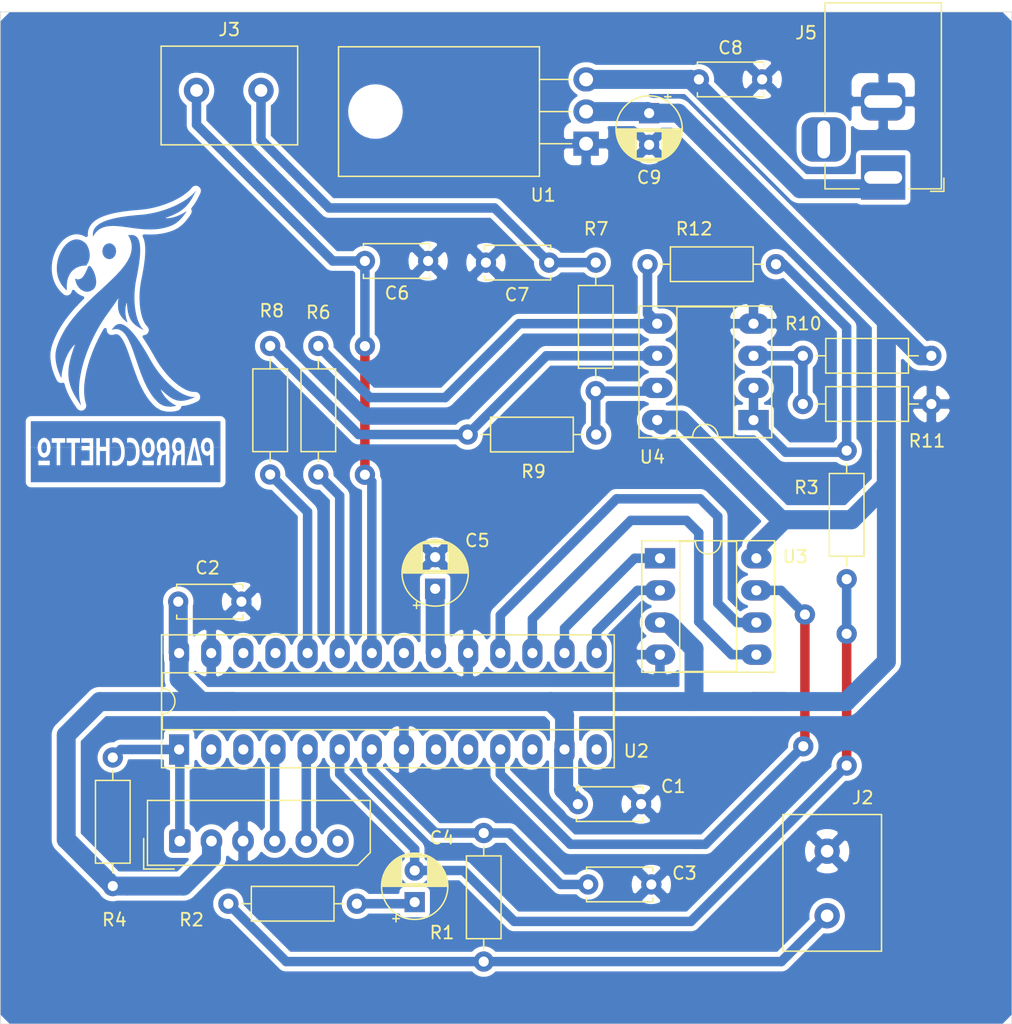
<source format=kicad_pcb>
(kicad_pcb (version 20171130) (host pcbnew 5.1.0-rc2-unknown-4612175~94~ubuntu18.04.1)

  (general
    (thickness 1.6)
    (drawings 4)
    (tracks 166)
    (zones 0)
    (modules 29)
    (nets 36)
  )

  (page A4)
  (layers
    (0 F.Cu signal)
    (31 B.Cu signal)
    (32 B.Adhes user)
    (33 F.Adhes user)
    (34 B.Paste user)
    (35 F.Paste user)
    (36 B.SilkS user)
    (37 F.SilkS user)
    (38 B.Mask user)
    (39 F.Mask user)
    (40 Dwgs.User user)
    (41 Cmts.User user)
    (42 Eco1.User user)
    (43 Eco2.User user)
    (44 Edge.Cuts user)
    (45 Margin user)
    (46 B.CrtYd user)
    (47 F.CrtYd user)
    (48 B.Fab user)
    (49 F.Fab user)
  )

  (setup
    (last_trace_width 0.75)
    (trace_clearance 0.4)
    (zone_clearance 0)
    (zone_45_only no)
    (trace_min 0.2)
    (via_size 1.6)
    (via_drill 0.8)
    (via_min_size 0.4)
    (via_min_drill 0.3)
    (uvia_size 0.3)
    (uvia_drill 0.1)
    (uvias_allowed no)
    (uvia_min_size 0.2)
    (uvia_min_drill 0.1)
    (edge_width 0.05)
    (segment_width 0.2)
    (pcb_text_width 0.3)
    (pcb_text_size 1.5 1.5)
    (mod_edge_width 0.12)
    (mod_text_size 1 1)
    (mod_text_width 0.15)
    (pad_size 1.524 1.524)
    (pad_drill 0.762)
    (pad_to_mask_clearance 0.051)
    (solder_mask_min_width 0.25)
    (aux_axis_origin 0 0)
    (visible_elements FFFFFF7F)
    (pcbplotparams
      (layerselection 0x00000_7fffffff)
      (usegerberextensions false)
      (usegerberattributes false)
      (usegerberadvancedattributes false)
      (creategerberjobfile false)
      (excludeedgelayer false)
      (linewidth 0.100000)
      (plotframeref false)
      (viasonmask false)
      (mode 1)
      (useauxorigin false)
      (hpglpennumber 1)
      (hpglpenspeed 20)
      (hpglpendiameter 15.000000)
      (psnegative false)
      (psa4output false)
      (plotreference true)
      (plotvalue true)
      (plotinvisibletext false)
      (padsonsilk false)
      (subtractmaskfromsilk false)
      (outputformat 5)
      (mirror false)
      (drillshape 0)
      (scaleselection 1)
      (outputdirectory "plots"))
  )

  (net 0 "")
  (net 1 +3V3)
  (net 2 GND)
  (net 3 "Net-(C3-Pad1)")
  (net 4 "Net-(C4-Pad2)")
  (net 5 "Net-(C4-Pad1)")
  (net 6 "Net-(C5-Pad1)")
  (net 7 "Net-(C6-Pad1)")
  (net 8 "Net-(C7-Pad1)")
  (net 9 "Net-(C8-Pad1)")
  (net 10 "Net-(J1-Pad6)")
  (net 11 "Net-(J1-Pad5)")
  (net 12 "Net-(J1-Pad4)")
  (net 13 ~MCLR)
  (net 14 "Net-(J2-Pad1)")
  (net 15 Vmid)
  (net 16 "Net-(R6-Pad2)")
  (net 17 "Net-(R7-Pad2)")
  (net 18 "Net-(R8-Pad2)")
  (net 19 "Net-(R8-Pad1)")
  (net 20 "Net-(R10-Pad2)")
  (net 21 "Net-(U2-Pad12)")
  (net 22 ~MEMRST)
  (net 23 "Net-(U2-Pad9)")
  (net 24 "Net-(U2-Pad21)")
  (net 25 "Net-(U2-Pad3)")
  (net 26 "Net-(U2-Pad2)")
  (net 27 "Net-(U2-Pad26)")
  (net 28 "Net-(U2-Pad25)")
  (net 29 MEMDI)
  (net 30 MEMCK)
  (net 31 MEMDO)
  (net 32 ~MEMCS)
  (net 33 "Net-(R12-Pad2)")
  (net 34 "Net-(U2-Pad14)")
  (net 35 "Net-(U2-Pad10)")

  (net_class Default "This is the default net class."
    (clearance 0.4)
    (trace_width 0.75)
    (via_dia 1.6)
    (via_drill 0.8)
    (uvia_dia 0.3)
    (uvia_drill 0.1)
    (add_net MEMCK)
    (add_net MEMDI)
    (add_net MEMDO)
    (add_net "Net-(C3-Pad1)")
    (add_net "Net-(C4-Pad1)")
    (add_net "Net-(C4-Pad2)")
    (add_net "Net-(C6-Pad1)")
    (add_net "Net-(C7-Pad1)")
    (add_net "Net-(J1-Pad4)")
    (add_net "Net-(J1-Pad5)")
    (add_net "Net-(J1-Pad6)")
    (add_net "Net-(J2-Pad1)")
    (add_net "Net-(R10-Pad2)")
    (add_net "Net-(R12-Pad2)")
    (add_net "Net-(R6-Pad2)")
    (add_net "Net-(R7-Pad2)")
    (add_net "Net-(R8-Pad1)")
    (add_net "Net-(R8-Pad2)")
    (add_net "Net-(U2-Pad10)")
    (add_net "Net-(U2-Pad12)")
    (add_net "Net-(U2-Pad14)")
    (add_net "Net-(U2-Pad2)")
    (add_net "Net-(U2-Pad21)")
    (add_net "Net-(U2-Pad25)")
    (add_net "Net-(U2-Pad26)")
    (add_net "Net-(U2-Pad3)")
    (add_net "Net-(U2-Pad9)")
    (add_net Vmid)
    (add_net ~MCLR)
    (add_net ~MEMCS)
    (add_net ~MEMRST)
  )

  (net_class Power ""
    (clearance 0.4)
    (trace_width 1.5)
    (via_dia 1.6)
    (via_drill 0.8)
    (uvia_dia 0.3)
    (uvia_drill 0.1)
    (add_net +3V3)
    (add_net GND)
    (add_net "Net-(C5-Pad1)")
    (add_net "Net-(C8-Pad1)")
  )

  (module Parrocchetto:logo (layer B.Cu) (tedit 5CB63173) (tstamp 5CB570B8)
    (at 49.911 65.659 180)
    (descr "Imported from logo.svg")
    (tags svg2mod)
    (attr smd)
    (fp_text reference logo (at 0 14.566892 180) (layer B.SilkS) hide
      (effects (font (size 1.524 1.524) (thickness 0.3048)) (justify mirror))
    )
    (fp_text value G*** (at 0 -14.566892 180) (layer B.SilkS) hide
      (effects (font (size 1.524 1.524) (thickness 0.3048)) (justify mirror))
    )
    (fp_poly (pts (xy -5.498653 -4.776688) (xy -5.228301 -4.895379) (xy -4.97931 -4.985288) (xy -4.748634 -5.046751)
      (xy -4.533222 -5.080104) (xy -4.330026 -5.085686) (xy -4.135997 -5.063833) (xy -3.948087 -5.014881)
      (xy -3.763247 -4.939168) (xy -3.578428 -4.837031) (xy -3.390581 -4.708806) (xy -3.196658 -4.554831)
      (xy -2.99361 -4.375443) (xy -2.778388 -4.170978) (xy -2.789327 -4.206033) (xy -2.826843 -4.302792)
      (xy -2.897986 -4.448648) (xy -3.009807 -4.630994) (xy -3.169355 -4.837223) (xy -3.383681 -5.054726)
      (xy -3.659835 -5.270897) (xy -4.004866 -5.473128) (xy -3.943204 -5.489753) (xy -3.777903 -5.522423)
      (xy -3.538494 -5.54533) (xy -3.254507 -5.532666) (xy -2.955473 -5.458621) (xy -2.670923 -5.297388)
      (xy -2.505009 -5.147507) (xy -2.34868 -4.984548) (xy -2.201399 -4.809603) (xy -2.06263 -4.623768)
      (xy -1.931836 -4.428139) (xy -1.808479 -4.223808) (xy -1.692024 -4.011873) (xy -1.581932 -3.793426)
      (xy -1.477668 -3.569562) (xy -1.378695 -3.341378) (xy -1.284474 -3.109966) (xy -1.194471 -2.876423)
      (xy -1.108147 -2.641842) (xy -1.024966 -2.407318) (xy -0.944392 -2.173947) (xy -0.865886 -1.942823)
      (xy -0.788913 -1.71504) (xy -0.712935 -1.491694) (xy -0.637416 -1.273879) (xy -0.561818 -1.06269)
      (xy -0.485605 -0.859221) (xy -0.40824 -0.664568) (xy -0.329187 -0.479825) (xy -0.247907 -0.306086)
      (xy -0.163865 -0.144448) (xy -0.076523 0.003997) (xy 0.014655 0.138152) (xy 0.110206 0.256924)
      (xy 0.210667 0.359217) (xy 0.316576 0.443937) (xy 0.428468 0.509989) (xy 0.546881 0.556278)
      (xy 0.672352 0.581709) (xy 0.805417 0.585189) (xy 0.946613 0.565621) (xy 1.096478 0.521912)
      (xy 1.001584 0.669301) (xy 0.902344 0.7885) (xy 0.798764 0.88007) (xy 0.690851 0.944572)
      (xy 0.57861 0.982567) (xy 0.462049 0.994616) (xy 0.341173 0.981281) (xy 0.215989 0.943122)
      (xy 0.086503 0.880701) (xy -0.047278 0.794578) (xy -0.185348 0.685316) (xy -0.3277 0.553475)
      (xy -0.474329 0.399616) (xy -0.625227 0.2243) (xy -0.780389 0.028089) (xy -0.939808 -0.188457)
      (xy -1.103477 -0.424776) (xy -1.271391 -0.680306) (xy -1.443542 -0.954488) (xy -1.619926 -1.24676)
      (xy -1.800534 -1.55656) (xy -1.985361 -1.883328) (xy -2.126148 -2.124941) (xy -2.277096 -2.363577)
      (xy -2.437275 -2.59801) (xy -2.605758 -2.827014) (xy -2.781617 -3.049363) (xy -2.963925 -3.26383)
      (xy -3.151755 -3.469189) (xy -3.344177 -3.664214) (xy -3.540265 -3.847678) (xy -3.739091 -4.018355)
      (xy -3.939727 -4.175019) (xy -4.141245 -4.316443) (xy -4.342718 -4.4414) (xy -4.543218 -4.548666)
      (xy -4.741818 -4.637013) (xy -4.937588 -4.705215) (xy -5.129603 -4.752046) (xy -5.316934 -4.776279)
      (xy -5.498653 -4.776688)) (layer B.Cu) (width 0))
    (fp_poly (pts (xy -1.428501 0.508312) (xy -1.160962 0.642327) (xy -0.932792 0.779964) (xy -0.740619 0.924285)
      (xy -0.58107 1.078354) (xy -0.450773 1.245231) (xy -0.346358 1.427979) (xy -0.264451 1.629661)
      (xy -0.201682 1.853339) (xy -0.154678 2.102076) (xy -0.120067 2.378932) (xy -0.094477 2.686972)
      (xy -0.07886 2.651009) (xy -0.043054 2.545648) (xy -0.003631 2.374679) (xy 0.02284 2.141892)
      (xy 0.019789 1.851079) (xy -0.029355 1.506028) (xy -0.141161 1.110532) (xy -0.094556 1.142391)
      (xy 0.023964 1.234667) (xy 0.18246 1.382405) (xy 0.34899 1.580651) (xy 0.491614 1.824451)
      (xy 0.578392 2.108852) (xy 0.601388 2.346699) (xy 0.606068 2.586063) (xy 0.594019 2.826475)
      (xy 0.566827 3.067466) (xy 0.526077 3.308567) (xy 0.473357 3.549312) (xy 0.410252 3.78923)
      (xy 0.338349 4.027853) (xy 0.259233 4.264713) (xy 0.174491 4.499341) (xy 0.085709 4.73127)
      (xy -0.005526 4.960029) (xy -0.09763 5.185152) (xy -0.189014 5.406168) (xy -0.278094 5.622611)
      (xy -0.363283 5.834011) (xy -0.442995 6.039899) (xy -0.515644 6.239808) (xy -0.579643 6.433269)
      (xy -0.633407 6.619813) (xy -0.675349 6.798972) (xy -0.703883 6.970277) (xy -0.717423 7.133259)
      (xy -0.714383 7.287451) (xy -0.693176 7.432384) (xy -0.652216 7.567589) (xy -0.589918 7.692598)
      (xy -0.504695 7.806942) (xy -0.39496 7.910153) (xy -0.259128 8.001762) (xy -0.417054 8.024661)
      (xy -0.558225 8.021889) (xy -0.683103 7.993956) (xy -0.792152 7.941372) (xy -0.885837 7.864646)
      (xy -0.96462 7.764289) (xy -1.028965 7.640808) (xy -1.079336 7.494716) (xy -1.116197 7.32652)
      (xy -1.14001 7.13673) (xy -1.15124 6.925857) (xy -1.15035 6.694409) (xy -1.137804 6.442896)
      (xy -1.114065 6.171829) (xy -1.079596 5.881716) (xy -1.034862 5.573067) (xy -0.980327 5.246392)
      (xy -0.916452 4.902201) (xy -0.843703 4.541002) (xy -0.794686 4.278931) (xy -0.755433 4.010671)
      (xy -0.726079 3.73808) (xy -0.706754 3.463018) (xy -0.697592 3.187345) (xy -0.698725 2.912919)
      (xy -0.710285 2.6416) (xy -0.732404 2.375247) (xy -0.765215 2.115719) (xy -0.808851 1.864875)
      (xy -0.863443 1.624575) (xy -0.929125 1.396679) (xy -1.006027 1.183044) (xy -1.094284 0.985531)
      (xy -1.194027 0.805998) (xy -1.305388 0.646306) (xy -1.428501 0.508312)) (layer B.Cu) (width 0))
    (fp_poly (pts (xy 3.513546 -5.455958) (xy 3.6897 -5.206308) (xy 3.847786 -4.966021) (xy 3.98824 -4.733924)
      (xy 4.111497 -4.508838) (xy 4.217992 -4.28959) (xy 4.308161 -4.075003) (xy 4.382437 -3.863902)
      (xy 4.441257 -3.65511) (xy 4.485054 -3.447452) (xy 4.514265 -3.239752) (xy 4.529325 -3.030835)
      (xy 4.530667 -2.819524) (xy 4.518729 -2.604645) (xy 4.493943 -2.385021) (xy 4.456746 -2.159476)
      (xy 4.407573 -1.926835) (xy 4.346858 -1.685923) (xy 4.275037 -1.435562) (xy 4.192545 -1.174579)
      (xy 4.099816 -0.901796) (xy 3.997286 -0.616038) (xy 4.015332 -0.631222) (xy 4.065661 -0.677961)
      (xy 4.14256 -0.758035) (xy 4.240317 -0.873225) (xy 4.353218 -1.025311) (xy 4.475551 -1.216074)
      (xy 4.601603 -1.447294) (xy 4.72566 -1.72075) (xy 4.84201 -2.038225) (xy 4.94494 -2.401497)
      (xy 5.028738 -2.812348) (xy 5.087689 -3.272558) (xy 5.106646 -3.237196) (xy 5.156832 -3.136528)
      (xy 5.228218 -2.978677) (xy 5.310776 -2.771769) (xy 5.394476 -2.523928) (xy 5.469291 -2.243279)
      (xy 5.525191 -1.937947) (xy 5.552148 -1.616056) (xy 5.540133 -1.285732) (xy 5.479117 -0.955098)
      (xy 5.405469 -0.72246) (xy 5.322222 -0.494343) (xy 5.229863 -0.270631) (xy 5.128876 -0.051205)
      (xy 5.019749 0.16405) (xy 4.902967 0.375253) (xy 4.779015 0.582521) (xy 4.648379 0.78597)
      (xy 4.511546 0.985718) (xy 4.369 1.181882) (xy 4.221228 1.374579) (xy 4.068715 1.563927)
      (xy 3.911948 1.750042) (xy 3.751412 1.933042) (xy 3.587592 2.113043) (xy 3.420975 2.290164)
      (xy 3.252046 2.464521) (xy 3.081292 2.636232) (xy 2.909197 2.805413) (xy 2.736248 2.972182)
      (xy 2.56293 3.136655) (xy 2.38973 3.298951) (xy 2.217132 3.459186) (xy 2.045624 3.617478)
      (xy 1.87569 3.773943) (xy 1.707816 3.928699) (xy 1.542489 4.081863) (xy 1.380193 4.233553)
      (xy 1.221415 4.383884) (xy 1.06664 4.532975) (xy 0.916355 4.680943) (xy 0.771045 4.827904)
      (xy 0.631195 4.973977) (xy 0.497293 5.119278) (xy 0.369822 5.263924) (xy 0.24927 5.408032)
      (xy 0.136121 5.551721) (xy 0.030863 5.695106) (xy -0.066021 5.838306) (xy -0.154043 5.981436)
      (xy -0.232718 6.124615) (xy -0.30156 6.26796) (xy -0.360083 6.411587) (xy -0.407803 6.555614)
      (xy -0.444232 6.700159) (xy -0.468885 6.845338) (xy -0.481276 6.991268) (xy -0.48092 7.138066)
      (xy -0.46733 7.285851) (xy -0.440022 7.434739) (xy -0.398509 7.584846) (xy -0.342305 7.736291)
      (xy -0.270924 7.889191) (xy -0.183882 8.043662) (xy -0.341782 7.985159) (xy -0.484535 7.917601)
      (xy -0.612353 7.84107) (xy -0.725445 7.755644) (xy -0.824024 7.661405) (xy -0.908298 7.55843)
      (xy -0.978478 7.446801) (xy -1.034776 7.326596) (xy -1.077401 7.197897) (xy -1.106564 7.060782)
      (xy -1.122476 6.915332) (xy -1.125347 6.761626) (xy -1.115388 6.599743) (xy -1.092809 6.429765)
      (xy -1.05782 6.25177) (xy -1.010633 6.065839) (xy -0.951458 5.872051) (xy -0.880506 5.670486)
      (xy -0.797986 5.461224) (xy -0.70411 5.244344) (xy -0.599088 5.019927) (xy -0.48313 4.788052)
      (xy -0.356448 4.5488) (xy -0.219251 4.302249) (xy -0.07175 4.04848) (xy 0.085844 3.787572)
      (xy 0.253321 3.519605) (xy 0.43047 3.24466) (xy 0.61708 2.962815) (xy 0.812942 2.674152)
      (xy 1.017845 2.378748) (xy 1.231577 2.076685) (xy 1.453929 1.768042) (xy 1.603396 1.557084)
      (xy 1.749847 1.339935) (xy 1.893021 1.117082) (xy 2.032657 0.889015) (xy 2.168495 0.656221)
      (xy 2.300274 0.419188) (xy 2.427734 0.178406) (xy 2.550614 -0.065639) (xy 2.668654 -0.312457)
      (xy 2.781593 -0.56156) (xy 2.88917 -0.81246) (xy 2.991126 -1.06467) (xy 3.087198 -1.3177)
      (xy 3.177128 -1.571062) (xy 3.260654 -1.824268) (xy 3.337516 -2.07683) (xy 3.407452 -2.32826)
      (xy 3.470204 -2.57807) (xy 3.525509 -2.82577) (xy 3.573108 -3.070873) (xy 3.61274 -3.312891)
      (xy 3.644144 -3.551335) (xy 3.66706 -3.785717) (xy 3.681227 -4.015549) (xy 3.686385 -4.240343)
      (xy 3.682273 -4.45961) (xy 3.668631 -4.672863) (xy 3.645198 -4.879612) (xy 3.611713 -5.07937)
      (xy 3.567916 -5.271648) (xy 3.513546 -5.455958)) (layer B.Cu) (width 0))
    (fp_poly (pts (xy 3.988412 4.571882) (xy 3.953739 4.360509) (xy 3.88378 4.160126) (xy 3.782859 3.977069)
      (xy 3.655301 3.81767) (xy 3.505431 3.688263) (xy 3.337574 3.595182) (xy 3.156055 3.54476)
      (xy 2.965199 3.54333) (xy 2.76933 3.597226) (xy 2.572774 3.712782) (xy 2.439447 3.858597)
      (xy 2.360324 4.041425) (xy 2.328045 4.250585) (xy 2.335251 4.475393) (xy 2.374582 4.705169)
      (xy 2.438679 4.92923) (xy 2.520183 5.136893) (xy 2.611733 5.317478) (xy 2.705971 5.460301)
      (xy 2.795538 5.554681) (xy 2.873072 5.589935) (xy 2.931216 5.555382) (xy 3.010898 5.405268)
      (xy 3.096664 5.217953) (xy 3.192966 5.01592) (xy 3.304259 4.821652) (xy 3.434997 4.657632)
      (xy 3.589632 4.546342) (xy 3.772619 4.510264) (xy 3.988412 4.571882)) (layer B.Cu) (width 0))
    (fp_poly (pts (xy 3.11163 5.607052) (xy 3.133072 5.607992) (xy 3.193226 5.608052) (xy 3.285838 5.603094)
      (xy 3.404652 5.588979) (xy 3.543412 5.561569) (xy 3.695863 5.516725) (xy 3.85575 5.450309)
      (xy 4.016816 5.358182) (xy 4.172806 5.236206) (xy 4.317466 5.080242) (xy 4.444538 4.886151)
      (xy 4.547769 4.649795) (xy 4.620901 4.367036) (xy 4.657681 4.033734) (xy 4.651851 3.645752)
      (xy 4.818091 3.796366) (xy 4.962978 3.957373) (xy 5.087276 4.127513) (xy 5.191751 4.305529)
      (xy 5.277166 4.490161) (xy 5.344285 4.680152) (xy 5.393873 4.874243) (xy 5.426694 5.071175)
      (xy 5.443512 5.26969) (xy 5.445093 5.468529) (xy 5.432199 5.666433) (xy 5.405596 5.862145)
      (xy 5.366047 6.054406) (xy 5.314318 6.241957) (xy 5.251172 6.423539) (xy 5.177373 6.597895)
      (xy 5.093687 6.763765) (xy 5.000877 6.919891) (xy 4.899707 7.065015) (xy 4.790942 7.197878)
      (xy 4.675347 7.317222) (xy 4.553685 7.421787) (xy 4.426721 7.510316) (xy 4.295219 7.581551)
      (xy 4.159943 7.634231) (xy 4.021659 7.6671) (xy 3.881129 7.678898) (xy 3.739119 7.668367)
      (xy 3.596393 7.634248) (xy 3.453714 7.575284) (xy 3.311848 7.490214) (xy 3.171559 7.377782)
      (xy 3.115074 7.310905) (xy 3.042405 7.195402) (xy 2.965828 7.0382) (xy 2.897617 6.846221)
      (xy 2.850044 6.626391) (xy 2.835385 6.385635) (xy 2.865914 6.130876) (xy 2.953904 5.869041)
      (xy 3.111629 5.607052) (xy 3.11163 5.607052)) (layer B.Cu) (width 0))
    (fp_poly (pts (xy -5.55307 11.518932) (xy -5.426732 11.24947) (xy -5.299966 11.006874) (xy -5.171073 10.788867)
      (xy -5.038353 10.593176) (xy -4.900108 10.417526) (xy -4.754637 10.259642) (xy -4.600241 10.117251)
      (xy -4.435221 9.988077) (xy -4.257878 9.869847) (xy -4.066512 9.760285) (xy -3.859424 9.657117)
      (xy -3.634913 9.558068) (xy -3.391282 9.460865) (xy -3.12683 9.363232) (xy -3.155747 9.358261)
      (xy -3.241136 9.351023) (xy -3.380959 9.353035) (xy -3.573177 9.375812) (xy -3.815749 9.430869)
      (xy -4.106636 9.529721) (xy -4.4438 9.683884) (xy -4.825199 9.904872) (xy -4.797764 9.858999)
      (xy -4.718531 9.73689) (xy -4.592108 9.561809) (xy -4.423103 9.357021) (xy -4.216123 9.145791)
      (xy -3.975778 8.951383) (xy -3.706675 8.797062) (xy -3.465535 8.703276) (xy -3.223942 8.627006)
      (xy -2.982229 8.566926) (xy -2.740732 8.521705) (xy -2.499782 8.490016) (xy -2.259715 8.47053)
      (xy -2.020864 8.461917) (xy -1.783562 8.462849) (xy -1.548144 8.471998) (xy -1.314944 8.488034)
      (xy -1.084294 8.50963) (xy -0.856529 8.535455) (xy -0.631982 8.564183) (xy -0.410988 8.594483)
      (xy -0.19388 8.625027) (xy 0.019008 8.654487) (xy 0.227343 8.681534) (xy 0.43079 8.704838)
      (xy 0.629016 8.723072) (xy 0.821687 8.734907) (xy 1.008469 8.739014) (xy 1.189029 8.734063)
      (xy 1.363033 8.718728) (xy 1.530146 8.691678) (xy 1.690036 8.651585) (xy 1.842369 8.59712)
      (xy 1.98681 8.526956) (xy 2.123026 8.439762) (xy 2.250683 8.33421) (xy 2.369447 8.208972)
      (xy 2.478985 8.062719) (xy 2.578963 7.894122) (xy 2.593649 8.053913) (xy 2.584337 8.204127)
      (xy 2.551472 8.345067) (xy 2.495499 8.477038) (xy 2.416863 8.600345) (xy 2.31601 8.715294)
      (xy 2.193384 8.822188) (xy 2.049431 8.921332) (xy 1.884596 9.013032) (xy 1.699324 9.097592)
      (xy 1.49406 9.175317) (xy 1.26925 9.246511) (xy 1.025338 9.31148) (xy 0.76277 9.370527)
      (xy 0.481991 9.423959) (xy 0.183445 9.472079) (xy -0.132421 9.515193) (xy -0.465163 9.553605)
      (xy -0.814335 9.58762) (xy -1.179493 9.617542) (xy -1.428571 9.641189) (xy -1.683634 9.675077)
      (xy -1.943254 9.718898) (xy -2.206006 9.772343) (xy -2.470462 9.835103) (xy -2.735197 9.906869)
      (xy -2.998784 9.987333) (xy -3.259796 10.076186) (xy -3.516808 10.17312) (xy -3.768392 10.277824)
      (xy -4.013123 10.389991) (xy -4.249574 10.509312) (xy -4.476319 10.635478) (xy -4.69193 10.768181)
      (xy -4.894982 10.907111) (xy -5.084049 11.05196) (xy -5.257703 11.202419) (xy -5.414519 11.358179)
      (xy -5.55307 11.518932)) (layer B.Cu) (width 0))
    (fp_poly (pts (xy 1.843169 6.741362) (xy 1.800121 6.495162) (xy 1.682728 6.294112) (xy 1.508614 6.15856)
      (xy 1.295399 6.108852) (xy 1.082184 6.15856) (xy 0.90807 6.294112) (xy 0.790678 6.495162)
      (xy 0.747629 6.741362) (xy 0.790675 6.987571) (xy 0.908067 7.188622) (xy 1.082182 7.324175)
      (xy 1.295399 7.373882) (xy 1.508616 7.324175) (xy 1.682731 7.188622) (xy 1.800123 6.987571)
      (xy 1.843169 6.741362)) (layer B.Cu) (width 0))
    (fp_poly (pts (xy -7.477321 -8.757264) (xy -7.500059 -8.780001) (xy -7.500059 -11.496114) (xy -1.337644 -10.175782)
      (xy -2.23423 -10.175782) (xy -2.23423 -9.810946) (xy -1.337644 -9.810946) (xy -1.337644 -10.175782)
      (xy -7.500059 -11.496114) (xy 6.896995 -10.175782) (xy 6.000409 -10.175782) (xy 6.000409 -9.810946)
      (xy 6.896995 -9.810946) (xy 6.896995 -10.175782) (xy -7.500059 -11.496114) (xy -7.477321 -11.518852)
      (xy 7.477321 -11.518852) (xy 7.500059 -11.496114) (xy 7.500059 -8.780001) (xy 7.477321 -8.757264)
      (xy 6.961591 -8.757264) (xy 6.543528 -9.192379) (xy 6.613808 -9.100395) (xy 6.660317 -8.962419)
      (xy 6.676853 -8.785169) (xy 6.67427 -8.757264) (xy 6.223134 -8.757264) (xy 6.220551 -8.785169)
      (xy 6.23657 -8.962419) (xy 6.281012 -9.100395) (xy 6.353359 -9.192379) (xy 6.448444 -9.225969)
      (xy 6.543528 -9.192379) (xy 6.961591 -8.757264) (xy 6.963141 -8.785169) (xy 6.953609 -8.949663)
      (xy 6.9249 -9.100395) (xy 6.878983 -9.235156) (xy 6.81793 -9.351543) (xy 6.654633 -9.516907)
      (xy 6.448444 -9.575302) (xy 6.242771 -9.516907) (xy 6.078957 -9.351543) (xy 6.017901 -9.235156)
      (xy 5.971987 -9.100395) (xy 5.943274 -8.949663) (xy 5.933746 -8.785169) (xy 5.935297 -8.757264)
      (xy 5.455223 -8.757264) (xy 5.455223 -10.175782) (xy 5.168418 -10.175782) (xy 5.168418 -8.757264)
      (xy 4.287852 -8.757264) (xy 4.287852 -10.175782) (xy 4.001565 -10.175782) (xy 4.001565 -8.757264)
      (xy 3.485317 -8.757264) (xy 3.485317 -8.996526) (xy 2.849697 -8.996526) (xy 2.849697 -9.810946)
      (xy 3.507538 -9.810946) (xy 3.507538 -10.175782) (xy 2.562893 -10.175782) (xy 2.562893 -8.757264)
      (xy 2.31898 -8.757264) (xy 2.31898 -10.175782) (xy 2.032693 -10.175782) (xy 2.032693 -9.048202)
      (xy 1.555719 -9.048202) (xy 1.555719 -10.175782) (xy 1.269432 -10.175782) (xy 1.269432 -8.757264)
      (xy 0.399201 -8.757264) (xy 0.367389 -8.934384) (xy 0.356309 -9.146387) (xy 0.370658 -9.369271)
      (xy 0.413716 -9.547881) (xy 0.4855 -9.682272) (xy 0.640893 -9.806305) (xy 0.848786 -9.847636)
      (xy 0.972292 -9.838851) (xy 1.06686 -9.808362) (xy 1.06686 -10.175782) (xy 0.954205 -10.20007)
      (xy 0.827081 -10.212472) (xy 0.673969 -10.197825) (xy 0.529942 -10.154078) (xy 0.399674 -10.078931)
      (xy 0.287579 -9.970109) (xy 0.19533 -9.826236) (xy 0.124282 -9.645582) (xy 0.080187 -9.425178)
      (xy 0.065371 -9.16189) (xy 0.076077 -8.947843) (xy 0.104128 -8.757264) (xy -0.771787 -8.757264)
      (xy -0.803599 -8.934384) (xy -0.814679 -9.146387) (xy -0.80033 -9.369271) (xy -0.757272 -9.547881)
      (xy -0.685488 -9.682272) (xy -0.530095 -9.806305) (xy -0.322203 -9.847636) (xy -0.199213 -9.838335)
      (xy -0.104128 -9.807846) (xy -0.104128 -10.175265) (xy -0.217299 -10.199553) (xy -0.344423 -10.211955)
      (xy -0.497278 -10.197308) (xy -0.641046 -10.153561) (xy -0.771314 -10.078414) (xy -0.883409 -9.969593)
      (xy -0.975916 -9.825719) (xy -1.047223 -9.645065) (xy -1.091059 -9.424662) (xy -1.105617 -9.161373)
      (xy -1.095097 -8.947607) (xy -1.067377 -8.757264) (xy -1.272532 -8.757264) (xy -1.691111 -9.192379)
      (xy -1.620315 -9.100395) (xy -1.573806 -8.962419) (xy -1.557786 -8.785169) (xy -1.56037 -8.757264)
      (xy -2.011505 -8.757264) (xy -2.014089 -8.785169) (xy -1.998069 -8.962419) (xy -1.953627 -9.100395)
      (xy -1.880764 -9.192379) (xy -1.786196 -9.225969) (xy -1.691111 -9.192379) (xy -1.272532 -8.757264)
      (xy -1.270982 -8.784652) (xy -1.280769 -8.949147) (xy -1.309739 -9.099878) (xy -1.355653 -9.23464)
      (xy -1.416709 -9.351026) (xy -1.580007 -9.51639) (xy -1.786196 -9.574785) (xy -1.991868 -9.51639)
      (xy -2.155682 -9.351026) (xy -2.21674 -9.23464) (xy -2.262652 -9.099878) (xy -2.291364 -8.949147)
      (xy -2.300893 -8.784652) (xy -2.299343 -8.757264) (xy -2.45954 -8.757264) (xy -2.938063 -9.066806)
      (xy -2.782517 -8.962936) (xy -2.732391 -8.757264) (xy -3.180426 -8.757264) (xy -3.180426 -8.885938)
      (xy -3.067255 -9.023914) (xy -2.938063 -9.066806) (xy -2.45954 -8.757264) (xy -2.476339 -8.891263)
      (xy -2.51225 -9.020297) (xy -2.58022 -9.15887) (xy -2.671413 -9.268343) (xy -2.6032 -9.369629)
      (xy -2.540672 -9.528793) (xy -2.492096 -9.786142) (xy -2.474858 -9.96003) (xy -2.463674 -10.175265)
      (xy -2.754612 -10.175265) (xy -2.762125 -10.019836) (xy -2.772699 -9.884327) (xy -2.802671 -9.666769)
      (xy -2.847113 -9.504505) (xy -2.903957 -9.378931) (xy -2.938063 -9.378931) (xy -3.07759 -9.354126)
      (xy -3.180426 -9.286947) (xy -3.180426 -10.175265) (xy -3.46723 -10.175265) (xy -3.46723 -8.757264)
      (xy -3.669802 -8.757264) (xy -4.148842 -9.066806) (xy -3.993296 -8.962936) (xy -3.94317 -8.757264)
      (xy -4.391205 -8.757264) (xy -4.391205 -8.885938) (xy -4.278033 -9.023914) (xy -4.148842 -9.066806)
      (xy -3.669802 -8.757264) (xy -3.686896 -8.891259) (xy -3.723028 -9.020297) (xy -3.790999 -9.15887)
      (xy -3.882192 -9.268343) (xy -3.813979 -9.369629) (xy -3.750934 -9.528793) (xy -3.702875 -9.786142)
      (xy -3.685634 -9.96003) (xy -3.674453 -10.175265) (xy -3.965391 -10.175265) (xy -3.972904 -10.019836)
      (xy -3.983478 -9.884327) (xy -4.01345 -9.666769) (xy -4.057892 -9.504505) (xy -4.114736 -9.378931)
      (xy -4.148842 -9.378931) (xy -4.288369 -9.354126) (xy -4.391205 -9.286947) (xy -4.391205 -10.175265)
      (xy -4.678009 -10.175265) (xy -4.678009 -8.757264) (xy -5.141547 -8.757264) (xy -5.194773 -9.810946)
      (xy -5.412848 -8.757264) (xy -5.466075 -8.757264) (xy -5.685183 -9.810946) (xy -5.194773 -9.810946)
      (xy -5.141547 -8.757264) (xy -4.812884 -10.175265) (xy -6.058803 -10.175265) (xy -5.730141 -8.757264)
      (xy -5.952867 -8.757264) (xy -6.278945 -8.993425) (xy -6.226752 -8.757264) (xy -6.676853 -8.757264)
      (xy -6.676853 -8.916944) (xy -6.563682 -9.054403) (xy -6.434491 -9.097295) (xy -6.278945 -8.993425)
      (xy -5.952867 -8.757264) (xy -5.984389 -8.977922) (xy -6.083091 -9.207882) (xy -6.234503 -9.370146)
      (xy -6.434491 -9.42854) (xy -6.574017 -9.403736) (xy -6.676853 -9.336556) (xy -6.676853 -10.175782)
      (xy -6.963657 -10.175782) (xy -6.963657 -8.757264) (xy -7.477321 -8.757264)) (layer B.Cu) (width 0))
    (fp_poly (pts (xy -7.477321 -6.688139) (xy -7.500059 -6.710877) (xy -7.500059 -8.734526) (xy -7.477321 -8.757264)
      (xy -6.963657 -8.757264) (xy -6.614325 -8.429635) (xy -6.661238 -8.562058) (xy -6.676853 -8.757264)
      (xy -6.226752 -8.757264) (xy -6.222617 -8.711272) (xy -6.238233 -8.544365) (xy -6.285146 -8.423434)
      (xy -6.438625 -8.325765) (xy -6.614325 -8.429635) (xy -6.963657 -8.757264) (xy -6.956504 -8.598963)
      (xy -6.935235 -8.45444) (xy -6.846352 -8.212077) (xy -6.686672 -8.052914) (xy -6.446376 -7.994519)
      (xy -6.25259 -8.041028) (xy -6.095493 -8.178488) (xy -5.988006 -8.405347) (xy -5.959294 -8.547847)
      (xy -5.949766 -8.711788) (xy -5.952867 -8.757264) (xy -5.730141 -8.757264) (xy -5.439203 -8.628589)
      (xy -5.466075 -8.757264) (xy -5.412848 -8.757264) (xy -5.439203 -8.628589) (xy -5.730141 -8.757264)
      (xy -5.562193 -8.031726) (xy -5.310012 -8.031726) (xy -5.141547 -8.757264) (xy -4.678009 -8.757264)
      (xy -4.328676 -8.429635) (xy -4.375589 -8.562058) (xy -4.391205 -8.757264) (xy -3.94317 -8.757264)
      (xy -3.936969 -8.693185) (xy -3.952584 -8.528642) (xy -3.999497 -8.414649) (xy -4.152976 -8.325765)
      (xy -4.328676 -8.429635) (xy -4.678009 -8.757264) (xy -4.670855 -8.598963) (xy -4.649587 -8.45444)
      (xy -4.560703 -8.212077) (xy -4.40154 -8.052914) (xy -4.161245 -7.994519) (xy -3.967458 -8.040512)
      (xy -3.809845 -8.172286) (xy -3.702875 -8.389844) (xy -3.673903 -8.530043) (xy -3.664117 -8.693185)
      (xy -3.669802 -8.757264) (xy -3.46723 -8.757264) (xy -3.117897 -8.429635) (xy -3.16481 -8.562058)
      (xy -3.180426 -8.757264) (xy -2.732391 -8.757264) (xy -2.72619 -8.693185) (xy -2.741806 -8.528642)
      (xy -2.788718 -8.414649) (xy -2.942198 -8.325765) (xy -3.117897 -8.429635) (xy -3.46723 -8.757264)
      (xy -3.460077 -8.598963) (xy -3.438808 -8.45444) (xy -3.349925 -8.212077) (xy -3.190761 -8.052914)
      (xy -2.950466 -7.994519) (xy -2.756679 -8.040512) (xy -2.599066 -8.172286) (xy -2.492096 -8.389844)
      (xy -2.463384 -8.530043) (xy -2.453855 -8.693185) (xy -2.45954 -8.757264) (xy -2.299343 -8.757264)
      (xy -1.880764 -8.377442) (xy -1.953627 -8.469426) (xy -1.998069 -8.610503) (xy -2.011505 -8.757264)
      (xy -1.56037 -8.757264) (xy -1.573806 -8.610503) (xy -1.620315 -8.469426) (xy -1.691111 -8.377442)
      (xy -1.786196 -8.343852) (xy -1.880764 -8.377442) (xy -2.299343 -8.757264) (xy -2.289042 -8.607574)
      (xy -2.262652 -8.469426) (xy -2.216739 -8.335427) (xy -2.155682 -8.221379) (xy -1.991868 -8.056014)
      (xy -1.786196 -7.994519) (xy -1.580007 -8.056014) (xy -1.416709 -8.221379) (xy -1.355652 -8.335427)
      (xy -1.309739 -8.469426) (xy -1.283121 -8.607574) (xy -1.272532 -8.757264) (xy -1.067377 -8.757264)
      (xy -1.047223 -8.647193) (xy -0.975916 -8.445901) (xy -0.883409 -8.282874) (xy -0.771842 -8.15497)
      (xy -0.643113 -8.065316) (xy -0.499874 -8.01233) (xy -0.348557 -7.994519) (xy -0.223501 -8.006922)
      (xy -0.112396 -8.031726) (xy -0.112396 -8.399146) (xy -0.204897 -8.371241) (xy -0.326337 -8.359355)
      (xy -0.531152 -8.406688) (xy -0.685488 -8.549008) (xy -0.771787 -8.757264) (xy 0.104128 -8.757264)
      (xy 0.124282 -8.647193) (xy 0.19533 -8.445901) (xy 0.287579 -8.282874) (xy 0.399146 -8.15497)
      (xy 0.527875 -8.065316) (xy 0.671373 -8.01233) (xy 0.822947 -7.994519) (xy 0.948004 -8.006922)
      (xy 1.059108 -8.031726) (xy 1.059108 -8.399146) (xy 0.966091 -8.371241) (xy 0.845168 -8.359355)
      (xy 0.640094 -8.406688) (xy 0.4855 -8.549008) (xy 0.399201 -8.757264) (xy 1.269432 -8.757264)
      (xy 1.269432 -8.031726) (xy 1.555719 -8.031726) (xy 1.555719 -8.711272) (xy 2.032693 -8.711272)
      (xy 2.032693 -8.031726) (xy 2.31898 -8.031726) (xy 2.31898 -8.757264) (xy 2.562893 -8.757264)
      (xy 2.562893 -8.031726) (xy 3.503921 -8.031726) (xy 3.503921 -8.396046) (xy 2.849697 -8.396046)
      (xy 2.849697 -8.650293) (xy 3.485317 -8.650293) (xy 3.485317 -8.757264) (xy 4.001565 -8.757264)
      (xy 4.001565 -8.396046) (xy 3.60934 -8.396046) (xy 3.60934 -8.031726) (xy 4.679559 -8.031726)
      (xy 4.679559 -8.396046) (xy 4.287852 -8.396046) (xy 4.287852 -8.757264) (xy 5.168418 -8.757264)
      (xy 5.168418 -8.396046) (xy 4.776711 -8.396046) (xy 4.776711 -8.031726) (xy 5.84693 -8.031726)
      (xy 5.84693 -8.396046) (xy 5.455223 -8.396046) (xy 5.455223 -8.757264) (xy 5.935297 -8.757264)
      (xy 6.353359 -8.377442) (xy 6.281012 -8.469426) (xy 6.23657 -8.610503) (xy 6.223134 -8.757264)
      (xy 6.67427 -8.757264) (xy 6.660317 -8.610503) (xy 6.613808 -8.469426) (xy 6.543528 -8.377442)
      (xy 6.448444 -8.343852) (xy 6.353359 -8.377442) (xy 5.935297 -8.757264) (xy 5.945598 -8.607574)
      (xy 5.971987 -8.469426) (xy 6.017897 -8.335427) (xy 6.078957 -8.221379) (xy 6.242771 -8.056014)
      (xy 6.448444 -7.994519) (xy 6.654633 -8.056014) (xy 6.81793 -8.221379) (xy 6.878986 -8.335427)
      (xy 6.9249 -8.469426) (xy 6.951274 -8.607574) (xy 6.961591 -8.757264) (xy 7.477321 -8.757264)
      (xy 7.500059 -8.734526) (xy 7.500059 -6.710877) (xy 7.477321 -6.688139) (xy -7.477321 -6.688139)) (layer B.Cu) (width 0))
  )

  (module Package_DIP:DIP-28_W7.62mm_Socket_LongPads (layer F.Cu) (tedit 5A02E8C5) (tstamp 5CB4C477)
    (at 54.141 98.298 90)
    (descr "28-lead though-hole mounted DIP package, row spacing 7.62 mm (300 mils), Socket, LongPads")
    (tags "THT DIP DIL PDIP 2.54mm 7.62mm 300mil Socket LongPads")
    (path /5CB35EFB)
    (fp_text reference U2 (at -0.127 36.156 180) (layer F.SilkS)
      (effects (font (size 1 1) (thickness 0.15)))
    )
    (fp_text value DSPIC33FJ128GP802-E_SP (at 3.81 35.35 90) (layer F.Fab) hide
      (effects (font (size 1 1) (thickness 0.15)))
    )
    (fp_text user %R (at 3.81 16.51 90) (layer F.Fab) hide
      (effects (font (size 1 1) (thickness 0.15)))
    )
    (fp_line (start 9.15 -1.6) (end -1.55 -1.6) (layer F.CrtYd) (width 0.05))
    (fp_line (start 9.15 34.65) (end 9.15 -1.6) (layer F.CrtYd) (width 0.05))
    (fp_line (start -1.55 34.65) (end 9.15 34.65) (layer F.CrtYd) (width 0.05))
    (fp_line (start -1.55 -1.6) (end -1.55 34.65) (layer F.CrtYd) (width 0.05))
    (fp_line (start 9.06 -1.39) (end -1.44 -1.39) (layer F.SilkS) (width 0.12))
    (fp_line (start 9.06 34.41) (end 9.06 -1.39) (layer F.SilkS) (width 0.12))
    (fp_line (start -1.44 34.41) (end 9.06 34.41) (layer F.SilkS) (width 0.12))
    (fp_line (start -1.44 -1.39) (end -1.44 34.41) (layer F.SilkS) (width 0.12))
    (fp_line (start 6.06 -1.33) (end 4.81 -1.33) (layer F.SilkS) (width 0.12))
    (fp_line (start 6.06 34.35) (end 6.06 -1.33) (layer F.SilkS) (width 0.12))
    (fp_line (start 1.56 34.35) (end 6.06 34.35) (layer F.SilkS) (width 0.12))
    (fp_line (start 1.56 -1.33) (end 1.56 34.35) (layer F.SilkS) (width 0.12))
    (fp_line (start 2.81 -1.33) (end 1.56 -1.33) (layer F.SilkS) (width 0.12))
    (fp_line (start 8.89 -1.33) (end -1.27 -1.33) (layer F.Fab) (width 0.1))
    (fp_line (start 8.89 34.35) (end 8.89 -1.33) (layer F.Fab) (width 0.1))
    (fp_line (start -1.27 34.35) (end 8.89 34.35) (layer F.Fab) (width 0.1))
    (fp_line (start -1.27 -1.33) (end -1.27 34.35) (layer F.Fab) (width 0.1))
    (fp_line (start 0.635 -0.27) (end 1.635 -1.27) (layer F.Fab) (width 0.1))
    (fp_line (start 0.635 34.29) (end 0.635 -0.27) (layer F.Fab) (width 0.1))
    (fp_line (start 6.985 34.29) (end 0.635 34.29) (layer F.Fab) (width 0.1))
    (fp_line (start 6.985 -1.27) (end 6.985 34.29) (layer F.Fab) (width 0.1))
    (fp_line (start 1.635 -1.27) (end 6.985 -1.27) (layer F.Fab) (width 0.1))
    (fp_arc (start 3.81 -1.33) (end 2.81 -1.33) (angle -180) (layer F.SilkS) (width 0.12))
    (pad 28 thru_hole oval (at 7.62 0 90) (size 2.4 1.6) (drill 0.8) (layers *.Cu *.Mask)
      (net 1 +3V3))
    (pad 14 thru_hole oval (at 0 33.02 90) (size 2.4 1.6) (drill 0.8) (layers *.Cu *.Mask)
      (net 34 "Net-(U2-Pad14)"))
    (pad 27 thru_hole oval (at 7.62 2.54 90) (size 2.4 1.6) (drill 0.8) (layers *.Cu *.Mask)
      (net 2 GND))
    (pad 13 thru_hole oval (at 0 30.48 90) (size 2.4 1.6) (drill 0.8) (layers *.Cu *.Mask)
      (net 1 +3V3))
    (pad 26 thru_hole oval (at 7.62 5.08 90) (size 2.4 1.6) (drill 0.8) (layers *.Cu *.Mask)
      (net 27 "Net-(U2-Pad26)"))
    (pad 12 thru_hole oval (at 0 27.94 90) (size 2.4 1.6) (drill 0.8) (layers *.Cu *.Mask)
      (net 21 "Net-(U2-Pad12)"))
    (pad 25 thru_hole oval (at 7.62 7.62 90) (size 2.4 1.6) (drill 0.8) (layers *.Cu *.Mask)
      (net 28 "Net-(U2-Pad25)"))
    (pad 11 thru_hole oval (at 0 25.4 90) (size 2.4 1.6) (drill 0.8) (layers *.Cu *.Mask)
      (net 22 ~MEMRST))
    (pad 24 thru_hole oval (at 7.62 10.16 90) (size 2.4 1.6) (drill 0.8) (layers *.Cu *.Mask)
      (net 18 "Net-(R8-Pad2)"))
    (pad 10 thru_hole oval (at 0 22.86 90) (size 2.4 1.6) (drill 0.8) (layers *.Cu *.Mask)
      (net 35 "Net-(U2-Pad10)"))
    (pad 23 thru_hole oval (at 7.62 12.7 90) (size 2.4 1.6) (drill 0.8) (layers *.Cu *.Mask)
      (net 16 "Net-(R6-Pad2)"))
    (pad 9 thru_hole oval (at 0 20.32 90) (size 2.4 1.6) (drill 0.8) (layers *.Cu *.Mask)
      (net 23 "Net-(U2-Pad9)"))
    (pad 22 thru_hole oval (at 7.62 15.24 90) (size 2.4 1.6) (drill 0.8) (layers *.Cu *.Mask)
      (net 7 "Net-(C6-Pad1)"))
    (pad 8 thru_hole oval (at 0 17.78 90) (size 2.4 1.6) (drill 0.8) (layers *.Cu *.Mask)
      (net 2 GND))
    (pad 21 thru_hole oval (at 7.62 17.78 90) (size 2.4 1.6) (drill 0.8) (layers *.Cu *.Mask)
      (net 24 "Net-(U2-Pad21)"))
    (pad 7 thru_hole oval (at 0 15.24 90) (size 2.4 1.6) (drill 0.8) (layers *.Cu *.Mask)
      (net 3 "Net-(C3-Pad1)"))
    (pad 20 thru_hole oval (at 7.62 20.32 90) (size 2.4 1.6) (drill 0.8) (layers *.Cu *.Mask)
      (net 6 "Net-(C5-Pad1)"))
    (pad 6 thru_hole oval (at 0 12.7 90) (size 2.4 1.6) (drill 0.8) (layers *.Cu *.Mask)
      (net 4 "Net-(C4-Pad2)"))
    (pad 19 thru_hole oval (at 7.62 22.86 90) (size 2.4 1.6) (drill 0.8) (layers *.Cu *.Mask)
      (net 2 GND))
    (pad 5 thru_hole oval (at 0 10.16 90) (size 2.4 1.6) (drill 0.8) (layers *.Cu *.Mask)
      (net 11 "Net-(J1-Pad5)"))
    (pad 18 thru_hole oval (at 7.62 25.4 90) (size 2.4 1.6) (drill 0.8) (layers *.Cu *.Mask)
      (net 30 MEMCK))
    (pad 4 thru_hole oval (at 0 7.62 90) (size 2.4 1.6) (drill 0.8) (layers *.Cu *.Mask)
      (net 12 "Net-(J1-Pad4)"))
    (pad 17 thru_hole oval (at 7.62 27.94 90) (size 2.4 1.6) (drill 0.8) (layers *.Cu *.Mask)
      (net 29 MEMDI))
    (pad 3 thru_hole oval (at 0 5.08 90) (size 2.4 1.6) (drill 0.8) (layers *.Cu *.Mask)
      (net 25 "Net-(U2-Pad3)"))
    (pad 16 thru_hole oval (at 7.62 30.48 90) (size 2.4 1.6) (drill 0.8) (layers *.Cu *.Mask)
      (net 32 ~MEMCS))
    (pad 2 thru_hole oval (at 0 2.54 90) (size 2.4 1.6) (drill 0.8) (layers *.Cu *.Mask)
      (net 26 "Net-(U2-Pad2)"))
    (pad 15 thru_hole oval (at 7.62 33.02 90) (size 2.4 1.6) (drill 0.8) (layers *.Cu *.Mask)
      (net 31 MEMDO))
    (pad 1 thru_hole rect (at 0 0 90) (size 2.4 1.6) (drill 0.8) (layers *.Cu *.Mask)
      (net 13 ~MCLR))
    (model ${KISYS3DMOD}/Package_DIP.3dshapes/DIP-28_W7.62mm_Socket.wrl
      (at (xyz 0 0 0))
      (scale (xyz 1 1 1))
      (rotate (xyz 0 0 0))
    )
  )

  (module Capacitor_THT:CP_Radial_D5.0mm_P2.50mm (layer F.Cu) (tedit 5AE50EF0) (tstamp 5CB50832)
    (at 72.771 110.363 90)
    (descr "CP, Radial series, Radial, pin pitch=2.50mm, , diameter=5mm, Electrolytic Capacitor")
    (tags "CP Radial series Radial pin pitch 2.50mm  diameter 5mm Electrolytic Capacitor")
    (path /5CC2165A)
    (fp_text reference C4 (at 5.08 2.159 180) (layer F.SilkS)
      (effects (font (size 1 1) (thickness 0.15)))
    )
    (fp_text value 3.3u (at 1.25 3.75 90) (layer F.Fab) hide
      (effects (font (size 1 1) (thickness 0.15)))
    )
    (fp_text user %R (at 1.25 0 90) (layer F.Fab) hide
      (effects (font (size 1 1) (thickness 0.15)))
    )
    (fp_line (start -1.304775 -1.725) (end -1.304775 -1.225) (layer F.SilkS) (width 0.12))
    (fp_line (start -1.554775 -1.475) (end -1.054775 -1.475) (layer F.SilkS) (width 0.12))
    (fp_line (start 3.851 -0.284) (end 3.851 0.284) (layer F.SilkS) (width 0.12))
    (fp_line (start 3.811 -0.518) (end 3.811 0.518) (layer F.SilkS) (width 0.12))
    (fp_line (start 3.771 -0.677) (end 3.771 0.677) (layer F.SilkS) (width 0.12))
    (fp_line (start 3.731 -0.805) (end 3.731 0.805) (layer F.SilkS) (width 0.12))
    (fp_line (start 3.691 -0.915) (end 3.691 0.915) (layer F.SilkS) (width 0.12))
    (fp_line (start 3.651 -1.011) (end 3.651 1.011) (layer F.SilkS) (width 0.12))
    (fp_line (start 3.611 -1.098) (end 3.611 1.098) (layer F.SilkS) (width 0.12))
    (fp_line (start 3.571 -1.178) (end 3.571 1.178) (layer F.SilkS) (width 0.12))
    (fp_line (start 3.531 1.04) (end 3.531 1.251) (layer F.SilkS) (width 0.12))
    (fp_line (start 3.531 -1.251) (end 3.531 -1.04) (layer F.SilkS) (width 0.12))
    (fp_line (start 3.491 1.04) (end 3.491 1.319) (layer F.SilkS) (width 0.12))
    (fp_line (start 3.491 -1.319) (end 3.491 -1.04) (layer F.SilkS) (width 0.12))
    (fp_line (start 3.451 1.04) (end 3.451 1.383) (layer F.SilkS) (width 0.12))
    (fp_line (start 3.451 -1.383) (end 3.451 -1.04) (layer F.SilkS) (width 0.12))
    (fp_line (start 3.411 1.04) (end 3.411 1.443) (layer F.SilkS) (width 0.12))
    (fp_line (start 3.411 -1.443) (end 3.411 -1.04) (layer F.SilkS) (width 0.12))
    (fp_line (start 3.371 1.04) (end 3.371 1.5) (layer F.SilkS) (width 0.12))
    (fp_line (start 3.371 -1.5) (end 3.371 -1.04) (layer F.SilkS) (width 0.12))
    (fp_line (start 3.331 1.04) (end 3.331 1.554) (layer F.SilkS) (width 0.12))
    (fp_line (start 3.331 -1.554) (end 3.331 -1.04) (layer F.SilkS) (width 0.12))
    (fp_line (start 3.291 1.04) (end 3.291 1.605) (layer F.SilkS) (width 0.12))
    (fp_line (start 3.291 -1.605) (end 3.291 -1.04) (layer F.SilkS) (width 0.12))
    (fp_line (start 3.251 1.04) (end 3.251 1.653) (layer F.SilkS) (width 0.12))
    (fp_line (start 3.251 -1.653) (end 3.251 -1.04) (layer F.SilkS) (width 0.12))
    (fp_line (start 3.211 1.04) (end 3.211 1.699) (layer F.SilkS) (width 0.12))
    (fp_line (start 3.211 -1.699) (end 3.211 -1.04) (layer F.SilkS) (width 0.12))
    (fp_line (start 3.171 1.04) (end 3.171 1.743) (layer F.SilkS) (width 0.12))
    (fp_line (start 3.171 -1.743) (end 3.171 -1.04) (layer F.SilkS) (width 0.12))
    (fp_line (start 3.131 1.04) (end 3.131 1.785) (layer F.SilkS) (width 0.12))
    (fp_line (start 3.131 -1.785) (end 3.131 -1.04) (layer F.SilkS) (width 0.12))
    (fp_line (start 3.091 1.04) (end 3.091 1.826) (layer F.SilkS) (width 0.12))
    (fp_line (start 3.091 -1.826) (end 3.091 -1.04) (layer F.SilkS) (width 0.12))
    (fp_line (start 3.051 1.04) (end 3.051 1.864) (layer F.SilkS) (width 0.12))
    (fp_line (start 3.051 -1.864) (end 3.051 -1.04) (layer F.SilkS) (width 0.12))
    (fp_line (start 3.011 1.04) (end 3.011 1.901) (layer F.SilkS) (width 0.12))
    (fp_line (start 3.011 -1.901) (end 3.011 -1.04) (layer F.SilkS) (width 0.12))
    (fp_line (start 2.971 1.04) (end 2.971 1.937) (layer F.SilkS) (width 0.12))
    (fp_line (start 2.971 -1.937) (end 2.971 -1.04) (layer F.SilkS) (width 0.12))
    (fp_line (start 2.931 1.04) (end 2.931 1.971) (layer F.SilkS) (width 0.12))
    (fp_line (start 2.931 -1.971) (end 2.931 -1.04) (layer F.SilkS) (width 0.12))
    (fp_line (start 2.891 1.04) (end 2.891 2.004) (layer F.SilkS) (width 0.12))
    (fp_line (start 2.891 -2.004) (end 2.891 -1.04) (layer F.SilkS) (width 0.12))
    (fp_line (start 2.851 1.04) (end 2.851 2.035) (layer F.SilkS) (width 0.12))
    (fp_line (start 2.851 -2.035) (end 2.851 -1.04) (layer F.SilkS) (width 0.12))
    (fp_line (start 2.811 1.04) (end 2.811 2.065) (layer F.SilkS) (width 0.12))
    (fp_line (start 2.811 -2.065) (end 2.811 -1.04) (layer F.SilkS) (width 0.12))
    (fp_line (start 2.771 1.04) (end 2.771 2.095) (layer F.SilkS) (width 0.12))
    (fp_line (start 2.771 -2.095) (end 2.771 -1.04) (layer F.SilkS) (width 0.12))
    (fp_line (start 2.731 1.04) (end 2.731 2.122) (layer F.SilkS) (width 0.12))
    (fp_line (start 2.731 -2.122) (end 2.731 -1.04) (layer F.SilkS) (width 0.12))
    (fp_line (start 2.691 1.04) (end 2.691 2.149) (layer F.SilkS) (width 0.12))
    (fp_line (start 2.691 -2.149) (end 2.691 -1.04) (layer F.SilkS) (width 0.12))
    (fp_line (start 2.651 1.04) (end 2.651 2.175) (layer F.SilkS) (width 0.12))
    (fp_line (start 2.651 -2.175) (end 2.651 -1.04) (layer F.SilkS) (width 0.12))
    (fp_line (start 2.611 1.04) (end 2.611 2.2) (layer F.SilkS) (width 0.12))
    (fp_line (start 2.611 -2.2) (end 2.611 -1.04) (layer F.SilkS) (width 0.12))
    (fp_line (start 2.571 1.04) (end 2.571 2.224) (layer F.SilkS) (width 0.12))
    (fp_line (start 2.571 -2.224) (end 2.571 -1.04) (layer F.SilkS) (width 0.12))
    (fp_line (start 2.531 1.04) (end 2.531 2.247) (layer F.SilkS) (width 0.12))
    (fp_line (start 2.531 -2.247) (end 2.531 -1.04) (layer F.SilkS) (width 0.12))
    (fp_line (start 2.491 1.04) (end 2.491 2.268) (layer F.SilkS) (width 0.12))
    (fp_line (start 2.491 -2.268) (end 2.491 -1.04) (layer F.SilkS) (width 0.12))
    (fp_line (start 2.451 1.04) (end 2.451 2.29) (layer F.SilkS) (width 0.12))
    (fp_line (start 2.451 -2.29) (end 2.451 -1.04) (layer F.SilkS) (width 0.12))
    (fp_line (start 2.411 1.04) (end 2.411 2.31) (layer F.SilkS) (width 0.12))
    (fp_line (start 2.411 -2.31) (end 2.411 -1.04) (layer F.SilkS) (width 0.12))
    (fp_line (start 2.371 1.04) (end 2.371 2.329) (layer F.SilkS) (width 0.12))
    (fp_line (start 2.371 -2.329) (end 2.371 -1.04) (layer F.SilkS) (width 0.12))
    (fp_line (start 2.331 1.04) (end 2.331 2.348) (layer F.SilkS) (width 0.12))
    (fp_line (start 2.331 -2.348) (end 2.331 -1.04) (layer F.SilkS) (width 0.12))
    (fp_line (start 2.291 1.04) (end 2.291 2.365) (layer F.SilkS) (width 0.12))
    (fp_line (start 2.291 -2.365) (end 2.291 -1.04) (layer F.SilkS) (width 0.12))
    (fp_line (start 2.251 1.04) (end 2.251 2.382) (layer F.SilkS) (width 0.12))
    (fp_line (start 2.251 -2.382) (end 2.251 -1.04) (layer F.SilkS) (width 0.12))
    (fp_line (start 2.211 1.04) (end 2.211 2.398) (layer F.SilkS) (width 0.12))
    (fp_line (start 2.211 -2.398) (end 2.211 -1.04) (layer F.SilkS) (width 0.12))
    (fp_line (start 2.171 1.04) (end 2.171 2.414) (layer F.SilkS) (width 0.12))
    (fp_line (start 2.171 -2.414) (end 2.171 -1.04) (layer F.SilkS) (width 0.12))
    (fp_line (start 2.131 1.04) (end 2.131 2.428) (layer F.SilkS) (width 0.12))
    (fp_line (start 2.131 -2.428) (end 2.131 -1.04) (layer F.SilkS) (width 0.12))
    (fp_line (start 2.091 1.04) (end 2.091 2.442) (layer F.SilkS) (width 0.12))
    (fp_line (start 2.091 -2.442) (end 2.091 -1.04) (layer F.SilkS) (width 0.12))
    (fp_line (start 2.051 1.04) (end 2.051 2.455) (layer F.SilkS) (width 0.12))
    (fp_line (start 2.051 -2.455) (end 2.051 -1.04) (layer F.SilkS) (width 0.12))
    (fp_line (start 2.011 1.04) (end 2.011 2.468) (layer F.SilkS) (width 0.12))
    (fp_line (start 2.011 -2.468) (end 2.011 -1.04) (layer F.SilkS) (width 0.12))
    (fp_line (start 1.971 1.04) (end 1.971 2.48) (layer F.SilkS) (width 0.12))
    (fp_line (start 1.971 -2.48) (end 1.971 -1.04) (layer F.SilkS) (width 0.12))
    (fp_line (start 1.93 1.04) (end 1.93 2.491) (layer F.SilkS) (width 0.12))
    (fp_line (start 1.93 -2.491) (end 1.93 -1.04) (layer F.SilkS) (width 0.12))
    (fp_line (start 1.89 1.04) (end 1.89 2.501) (layer F.SilkS) (width 0.12))
    (fp_line (start 1.89 -2.501) (end 1.89 -1.04) (layer F.SilkS) (width 0.12))
    (fp_line (start 1.85 1.04) (end 1.85 2.511) (layer F.SilkS) (width 0.12))
    (fp_line (start 1.85 -2.511) (end 1.85 -1.04) (layer F.SilkS) (width 0.12))
    (fp_line (start 1.81 1.04) (end 1.81 2.52) (layer F.SilkS) (width 0.12))
    (fp_line (start 1.81 -2.52) (end 1.81 -1.04) (layer F.SilkS) (width 0.12))
    (fp_line (start 1.77 1.04) (end 1.77 2.528) (layer F.SilkS) (width 0.12))
    (fp_line (start 1.77 -2.528) (end 1.77 -1.04) (layer F.SilkS) (width 0.12))
    (fp_line (start 1.73 1.04) (end 1.73 2.536) (layer F.SilkS) (width 0.12))
    (fp_line (start 1.73 -2.536) (end 1.73 -1.04) (layer F.SilkS) (width 0.12))
    (fp_line (start 1.69 1.04) (end 1.69 2.543) (layer F.SilkS) (width 0.12))
    (fp_line (start 1.69 -2.543) (end 1.69 -1.04) (layer F.SilkS) (width 0.12))
    (fp_line (start 1.65 1.04) (end 1.65 2.55) (layer F.SilkS) (width 0.12))
    (fp_line (start 1.65 -2.55) (end 1.65 -1.04) (layer F.SilkS) (width 0.12))
    (fp_line (start 1.61 1.04) (end 1.61 2.556) (layer F.SilkS) (width 0.12))
    (fp_line (start 1.61 -2.556) (end 1.61 -1.04) (layer F.SilkS) (width 0.12))
    (fp_line (start 1.57 1.04) (end 1.57 2.561) (layer F.SilkS) (width 0.12))
    (fp_line (start 1.57 -2.561) (end 1.57 -1.04) (layer F.SilkS) (width 0.12))
    (fp_line (start 1.53 1.04) (end 1.53 2.565) (layer F.SilkS) (width 0.12))
    (fp_line (start 1.53 -2.565) (end 1.53 -1.04) (layer F.SilkS) (width 0.12))
    (fp_line (start 1.49 1.04) (end 1.49 2.569) (layer F.SilkS) (width 0.12))
    (fp_line (start 1.49 -2.569) (end 1.49 -1.04) (layer F.SilkS) (width 0.12))
    (fp_line (start 1.45 -2.573) (end 1.45 2.573) (layer F.SilkS) (width 0.12))
    (fp_line (start 1.41 -2.576) (end 1.41 2.576) (layer F.SilkS) (width 0.12))
    (fp_line (start 1.37 -2.578) (end 1.37 2.578) (layer F.SilkS) (width 0.12))
    (fp_line (start 1.33 -2.579) (end 1.33 2.579) (layer F.SilkS) (width 0.12))
    (fp_line (start 1.29 -2.58) (end 1.29 2.58) (layer F.SilkS) (width 0.12))
    (fp_line (start 1.25 -2.58) (end 1.25 2.58) (layer F.SilkS) (width 0.12))
    (fp_line (start -0.633605 -1.3375) (end -0.633605 -0.8375) (layer F.Fab) (width 0.1))
    (fp_line (start -0.883605 -1.0875) (end -0.383605 -1.0875) (layer F.Fab) (width 0.1))
    (fp_circle (center 1.25 0) (end 4 0) (layer F.CrtYd) (width 0.05))
    (fp_circle (center 1.25 0) (end 3.87 0) (layer F.SilkS) (width 0.12))
    (fp_circle (center 1.25 0) (end 3.75 0) (layer F.Fab) (width 0.1))
    (pad 2 thru_hole circle (at 2.5 0 90) (size 1.6 1.6) (drill 0.8) (layers *.Cu *.Mask)
      (net 4 "Net-(C4-Pad2)"))
    (pad 1 thru_hole rect (at 0 0 90) (size 1.6 1.6) (drill 0.8) (layers *.Cu *.Mask)
      (net 5 "Net-(C4-Pad1)"))
    (model ${KISYS3DMOD}/Capacitor_THT.3dshapes/CP_Radial_D5.0mm_P2.50mm.wrl
      (at (xyz 0 0 0))
      (scale (xyz 1 1 1))
      (rotate (xyz 0 0 0))
    )
  )

  (module Package_DIP:DIP-8_W7.62mm_Socket_LongPads (layer F.Cu) (tedit 5A02E8C5) (tstamp 5CB4C775)
    (at 99.568 72.263 180)
    (descr "8-lead though-hole mounted DIP package, row spacing 7.62 mm (300 mils), Socket, LongPads")
    (tags "THT DIP DIL PDIP 2.54mm 7.62mm 300mil Socket LongPads")
    (path /5CB39717)
    (fp_text reference U4 (at 8.001 -2.921 180) (layer F.SilkS)
      (effects (font (size 1 1) (thickness 0.15)))
    )
    (fp_text value MCP6022 (at 3.81 9.95 180) (layer F.Fab) hide
      (effects (font (size 1 1) (thickness 0.15)))
    )
    (fp_text user %R (at 3.81 3.81 180) (layer F.Fab) hide
      (effects (font (size 1 1) (thickness 0.15)))
    )
    (fp_line (start 9.15 -1.6) (end -1.55 -1.6) (layer F.CrtYd) (width 0.05))
    (fp_line (start 9.15 9.2) (end 9.15 -1.6) (layer F.CrtYd) (width 0.05))
    (fp_line (start -1.55 9.2) (end 9.15 9.2) (layer F.CrtYd) (width 0.05))
    (fp_line (start -1.55 -1.6) (end -1.55 9.2) (layer F.CrtYd) (width 0.05))
    (fp_line (start 9.06 -1.39) (end -1.44 -1.39) (layer F.SilkS) (width 0.12))
    (fp_line (start 9.06 9.01) (end 9.06 -1.39) (layer F.SilkS) (width 0.12))
    (fp_line (start -1.44 9.01) (end 9.06 9.01) (layer F.SilkS) (width 0.12))
    (fp_line (start -1.44 -1.39) (end -1.44 9.01) (layer F.SilkS) (width 0.12))
    (fp_line (start 6.06 -1.33) (end 4.81 -1.33) (layer F.SilkS) (width 0.12))
    (fp_line (start 6.06 8.95) (end 6.06 -1.33) (layer F.SilkS) (width 0.12))
    (fp_line (start 1.56 8.95) (end 6.06 8.95) (layer F.SilkS) (width 0.12))
    (fp_line (start 1.56 -1.33) (end 1.56 8.95) (layer F.SilkS) (width 0.12))
    (fp_line (start 2.81 -1.33) (end 1.56 -1.33) (layer F.SilkS) (width 0.12))
    (fp_line (start 8.89 -1.33) (end -1.27 -1.33) (layer F.Fab) (width 0.1))
    (fp_line (start 8.89 8.95) (end 8.89 -1.33) (layer F.Fab) (width 0.1))
    (fp_line (start -1.27 8.95) (end 8.89 8.95) (layer F.Fab) (width 0.1))
    (fp_line (start -1.27 -1.33) (end -1.27 8.95) (layer F.Fab) (width 0.1))
    (fp_line (start 0.635 -0.27) (end 1.635 -1.27) (layer F.Fab) (width 0.1))
    (fp_line (start 0.635 8.89) (end 0.635 -0.27) (layer F.Fab) (width 0.1))
    (fp_line (start 6.985 8.89) (end 0.635 8.89) (layer F.Fab) (width 0.1))
    (fp_line (start 6.985 -1.27) (end 6.985 8.89) (layer F.Fab) (width 0.1))
    (fp_line (start 1.635 -1.27) (end 6.985 -1.27) (layer F.Fab) (width 0.1))
    (fp_arc (start 3.81 -1.33) (end 2.81 -1.33) (angle -180) (layer F.SilkS) (width 0.12))
    (pad 8 thru_hole oval (at 7.62 0 180) (size 2.4 1.6) (drill 0.8) (layers *.Cu *.Mask)
      (net 1 +3V3))
    (pad 4 thru_hole oval (at 0 7.62 180) (size 2.4 1.6) (drill 0.8) (layers *.Cu *.Mask)
      (net 2 GND))
    (pad 7 thru_hole oval (at 7.62 2.54 180) (size 2.4 1.6) (drill 0.8) (layers *.Cu *.Mask)
      (net 17 "Net-(R7-Pad2)"))
    (pad 3 thru_hole oval (at 0 5.08 180) (size 2.4 1.6) (drill 0.8) (layers *.Cu *.Mask)
      (net 20 "Net-(R10-Pad2)"))
    (pad 6 thru_hole oval (at 7.62 5.08 180) (size 2.4 1.6) (drill 0.8) (layers *.Cu *.Mask)
      (net 19 "Net-(R8-Pad1)"))
    (pad 2 thru_hole oval (at 0 2.54 180) (size 2.4 1.6) (drill 0.8) (layers *.Cu *.Mask)
      (net 15 Vmid))
    (pad 5 thru_hole oval (at 7.62 7.62 180) (size 2.4 1.6) (drill 0.8) (layers *.Cu *.Mask)
      (net 33 "Net-(R12-Pad2)"))
    (pad 1 thru_hole rect (at 0 0 180) (size 2.4 1.6) (drill 0.8) (layers *.Cu *.Mask)
      (net 15 Vmid))
    (model ${KISYS3DMOD}/Package_DIP.3dshapes/DIP-8_W7.62mm_Socket.wrl
      (at (xyz 0 0 0))
      (scale (xyz 1 1 1))
      (rotate (xyz 0 0 0))
    )
  )

  (module Resistor_THT:R_Axial_DIN0207_L6.3mm_D2.5mm_P10.16mm_Horizontal (layer F.Cu) (tedit 5AE5139B) (tstamp 5CB4C2D3)
    (at 101.346 59.944 180)
    (descr "Resistor, Axial_DIN0207 series, Axial, Horizontal, pin pitch=10.16mm, 0.25W = 1/4W, length*diameter=6.3*2.5mm^2, http://cdn-reichelt.de/documents/datenblatt/B400/1_4W%23YAG.pdf")
    (tags "Resistor Axial_DIN0207 series Axial Horizontal pin pitch 10.16mm 0.25W = 1/4W length 6.3mm diameter 2.5mm")
    (path /5D0337CD)
    (fp_text reference R12 (at 6.477 2.794) (layer F.SilkS)
      (effects (font (size 1 1) (thickness 0.15)))
    )
    (fp_text value 10K (at 5.08 2.37 180) (layer F.Fab) hide
      (effects (font (size 1 1) (thickness 0.15)))
    )
    (fp_line (start 1.93 -1.25) (end 1.93 1.25) (layer F.Fab) (width 0.1))
    (fp_line (start 1.93 1.25) (end 8.23 1.25) (layer F.Fab) (width 0.1))
    (fp_line (start 8.23 1.25) (end 8.23 -1.25) (layer F.Fab) (width 0.1))
    (fp_line (start 8.23 -1.25) (end 1.93 -1.25) (layer F.Fab) (width 0.1))
    (fp_line (start 0 0) (end 1.93 0) (layer F.Fab) (width 0.1))
    (fp_line (start 10.16 0) (end 8.23 0) (layer F.Fab) (width 0.1))
    (fp_line (start 1.81 -1.37) (end 1.81 1.37) (layer F.SilkS) (width 0.12))
    (fp_line (start 1.81 1.37) (end 8.35 1.37) (layer F.SilkS) (width 0.12))
    (fp_line (start 8.35 1.37) (end 8.35 -1.37) (layer F.SilkS) (width 0.12))
    (fp_line (start 8.35 -1.37) (end 1.81 -1.37) (layer F.SilkS) (width 0.12))
    (fp_line (start 1.04 0) (end 1.81 0) (layer F.SilkS) (width 0.12))
    (fp_line (start 9.12 0) (end 8.35 0) (layer F.SilkS) (width 0.12))
    (fp_line (start -1.05 -1.5) (end -1.05 1.5) (layer F.CrtYd) (width 0.05))
    (fp_line (start -1.05 1.5) (end 11.21 1.5) (layer F.CrtYd) (width 0.05))
    (fp_line (start 11.21 1.5) (end 11.21 -1.5) (layer F.CrtYd) (width 0.05))
    (fp_line (start 11.21 -1.5) (end -1.05 -1.5) (layer F.CrtYd) (width 0.05))
    (fp_text user %R (at 5.08 0 180) (layer F.Fab) hide
      (effects (font (size 1 1) (thickness 0.15)))
    )
    (pad 1 thru_hole circle (at 0 0 180) (size 1.6 1.6) (drill 0.8) (layers *.Cu *.Mask)
      (net 15 Vmid))
    (pad 2 thru_hole oval (at 10.16 0 180) (size 1.6 1.6) (drill 0.8) (layers *.Cu *.Mask)
      (net 33 "Net-(R12-Pad2)"))
    (model ${KISYS3DMOD}/Resistor_THT.3dshapes/R_Axial_DIN0207_L6.3mm_D2.5mm_P10.16mm_Horizontal.wrl
      (at (xyz 0 0 0))
      (scale (xyz 1 1 1))
      (rotate (xyz 0 0 0))
    )
  )

  (module Parrocchetto:Conn1x2 (layer F.Cu) (tedit 5CB3338E) (tstamp 5CB53986)
    (at 58.116 46.609)
    (path /5CDF011D)
    (fp_text reference J3 (at -0.01 -5.207) (layer F.SilkS)
      (effects (font (size 1 1) (thickness 0.15)))
    )
    (fp_text value AOUT (at 0 -5) (layer F.Fab) hide
      (effects (font (size 1 1) (thickness 0.15)))
    )
    (fp_line (start -5.4 3.9) (end -5.4 -3.9) (layer F.SilkS) (width 0.12))
    (fp_line (start 5.4 3.9) (end -5.4 3.9) (layer F.SilkS) (width 0.12))
    (fp_line (start 5.4 -3.9) (end 5.4 3.9) (layer F.SilkS) (width 0.12))
    (fp_line (start -5.4 -3.9) (end 5.4 -3.9) (layer F.SilkS) (width 0.12))
    (pad 2 thru_hole circle (at 2.5 -0.4) (size 2 2) (drill 1) (layers *.Cu *.Mask)
      (net 8 "Net-(C7-Pad1)"))
    (pad 1 thru_hole circle (at -2.6 -0.4) (size 2 2) (drill 1) (layers *.Cu *.Mask)
      (net 7 "Net-(C6-Pad1)"))
  )

  (module Parrocchetto:Conn1x2 (layer F.Cu) (tedit 5CB3338E) (tstamp 5CB4C347)
    (at 105.791 108.839 90)
    (path /5CDFFFF9)
    (fp_text reference J2 (at 6.731 2.413 180) (layer F.SilkS)
      (effects (font (size 1 1) (thickness 0.15)))
    )
    (fp_text value AIN (at 0 -5 90) (layer F.Fab) hide
      (effects (font (size 1 1) (thickness 0.15)))
    )
    (fp_line (start -5.4 3.9) (end -5.4 -3.9) (layer F.SilkS) (width 0.12))
    (fp_line (start 5.4 3.9) (end -5.4 3.9) (layer F.SilkS) (width 0.12))
    (fp_line (start 5.4 -3.9) (end 5.4 3.9) (layer F.SilkS) (width 0.12))
    (fp_line (start -5.4 -3.9) (end 5.4 -3.9) (layer F.SilkS) (width 0.12))
    (pad 2 thru_hole circle (at 2.5 -0.4 90) (size 2 2) (drill 1) (layers *.Cu *.Mask)
      (net 2 GND))
    (pad 1 thru_hole circle (at -2.6 -0.4 90) (size 2 2) (drill 1) (layers *.Cu *.Mask)
      (net 14 "Net-(J2-Pad1)"))
  )

  (module Package_DIP:DIP-8_W7.62mm_Socket_LongPads (layer F.Cu) (tedit 5A02E8C5) (tstamp 5CB4C3FA)
    (at 92.17 83.185)
    (descr "8-lead though-hole mounted DIP package, row spacing 7.62 mm (300 mils), Socket, LongPads")
    (tags "THT DIP DIL PDIP 2.54mm 7.62mm 300mil Socket LongPads")
    (path /5CB59748)
    (fp_text reference U3 (at 10.7 -0.127) (layer F.SilkS)
      (effects (font (size 1 1) (thickness 0.15)))
    )
    (fp_text value W25Q32JV (at 3.81 9.95) (layer F.Fab) hide
      (effects (font (size 1 1) (thickness 0.15)))
    )
    (fp_text user %R (at 3.81 3.81) (layer F.Fab) hide
      (effects (font (size 1 1) (thickness 0.15)))
    )
    (fp_line (start 9.15 -1.6) (end -1.55 -1.6) (layer F.CrtYd) (width 0.05))
    (fp_line (start 9.15 9.2) (end 9.15 -1.6) (layer F.CrtYd) (width 0.05))
    (fp_line (start -1.55 9.2) (end 9.15 9.2) (layer F.CrtYd) (width 0.05))
    (fp_line (start -1.55 -1.6) (end -1.55 9.2) (layer F.CrtYd) (width 0.05))
    (fp_line (start 9.06 -1.39) (end -1.44 -1.39) (layer F.SilkS) (width 0.12))
    (fp_line (start 9.06 9.01) (end 9.06 -1.39) (layer F.SilkS) (width 0.12))
    (fp_line (start -1.44 9.01) (end 9.06 9.01) (layer F.SilkS) (width 0.12))
    (fp_line (start -1.44 -1.39) (end -1.44 9.01) (layer F.SilkS) (width 0.12))
    (fp_line (start 6.06 -1.33) (end 4.81 -1.33) (layer F.SilkS) (width 0.12))
    (fp_line (start 6.06 8.95) (end 6.06 -1.33) (layer F.SilkS) (width 0.12))
    (fp_line (start 1.56 8.95) (end 6.06 8.95) (layer F.SilkS) (width 0.12))
    (fp_line (start 1.56 -1.33) (end 1.56 8.95) (layer F.SilkS) (width 0.12))
    (fp_line (start 2.81 -1.33) (end 1.56 -1.33) (layer F.SilkS) (width 0.12))
    (fp_line (start 8.89 -1.33) (end -1.27 -1.33) (layer F.Fab) (width 0.1))
    (fp_line (start 8.89 8.95) (end 8.89 -1.33) (layer F.Fab) (width 0.1))
    (fp_line (start -1.27 8.95) (end 8.89 8.95) (layer F.Fab) (width 0.1))
    (fp_line (start -1.27 -1.33) (end -1.27 8.95) (layer F.Fab) (width 0.1))
    (fp_line (start 0.635 -0.27) (end 1.635 -1.27) (layer F.Fab) (width 0.1))
    (fp_line (start 0.635 8.89) (end 0.635 -0.27) (layer F.Fab) (width 0.1))
    (fp_line (start 6.985 8.89) (end 0.635 8.89) (layer F.Fab) (width 0.1))
    (fp_line (start 6.985 -1.27) (end 6.985 8.89) (layer F.Fab) (width 0.1))
    (fp_line (start 1.635 -1.27) (end 6.985 -1.27) (layer F.Fab) (width 0.1))
    (fp_arc (start 3.81 -1.33) (end 2.81 -1.33) (angle -180) (layer F.SilkS) (width 0.12))
    (pad 8 thru_hole oval (at 7.62 0) (size 2.4 1.6) (drill 0.8) (layers *.Cu *.Mask)
      (net 1 +3V3))
    (pad 4 thru_hole oval (at 0 7.62) (size 2.4 1.6) (drill 0.8) (layers *.Cu *.Mask)
      (net 2 GND))
    (pad 7 thru_hole oval (at 7.62 2.54) (size 2.4 1.6) (drill 0.8) (layers *.Cu *.Mask)
      (net 22 ~MEMRST))
    (pad 3 thru_hole oval (at 0 5.08) (size 2.4 1.6) (drill 0.8) (layers *.Cu *.Mask)
      (net 1 +3V3))
    (pad 6 thru_hole oval (at 7.62 5.08) (size 2.4 1.6) (drill 0.8) (layers *.Cu *.Mask)
      (net 30 MEMCK))
    (pad 2 thru_hole oval (at 0 2.54) (size 2.4 1.6) (drill 0.8) (layers *.Cu *.Mask)
      (net 31 MEMDO))
    (pad 5 thru_hole oval (at 7.62 7.62) (size 2.4 1.6) (drill 0.8) (layers *.Cu *.Mask)
      (net 29 MEMDI))
    (pad 1 thru_hole rect (at 0 0) (size 2.4 1.6) (drill 0.8) (layers *.Cu *.Mask)
      (net 32 ~MEMCS))
    (model ${KISYS3DMOD}/Package_DIP.3dshapes/DIP-8_W7.62mm_Socket.wrl
      (at (xyz 0 0 0))
      (scale (xyz 1 1 1))
      (rotate (xyz 0 0 0))
    )
  )

  (module Package_TO_SOT_THT:TO-220-3_Horizontal_TabDown (layer F.Cu) (tedit 5AC8BA0D) (tstamp 5CB5393F)
    (at 86.328 50.419 90)
    (descr "TO-220-3, Horizontal, RM 2.54mm, see https://www.vishay.com/docs/66542/to-220-1.pdf")
    (tags "TO-220-3 Horizontal RM 2.54mm")
    (path /5CB3767C)
    (fp_text reference U1 (at -4.064 -3.397) (layer F.SilkS)
      (effects (font (size 1 1) (thickness 0.15)))
    )
    (fp_text value LD1117 (at 2.54 2 90) (layer F.Fab) hide
      (effects (font (size 1 1) (thickness 0.15)))
    )
    (fp_text user %R (at 2.54 -20.58 90) (layer F.Fab) hide
      (effects (font (size 1 1) (thickness 0.15)))
    )
    (fp_line (start 7.79 -19.71) (end -2.71 -19.71) (layer F.CrtYd) (width 0.05))
    (fp_line (start 7.79 1.25) (end 7.79 -19.71) (layer F.CrtYd) (width 0.05))
    (fp_line (start -2.71 1.25) (end 7.79 1.25) (layer F.CrtYd) (width 0.05))
    (fp_line (start -2.71 -19.71) (end -2.71 1.25) (layer F.CrtYd) (width 0.05))
    (fp_line (start 5.08 -3.69) (end 5.08 -1.15) (layer F.SilkS) (width 0.12))
    (fp_line (start 2.54 -3.69) (end 2.54 -1.15) (layer F.SilkS) (width 0.12))
    (fp_line (start 0 -3.69) (end 0 -1.15) (layer F.SilkS) (width 0.12))
    (fp_line (start 7.66 -19.58) (end 7.66 -3.69) (layer F.SilkS) (width 0.12))
    (fp_line (start -2.58 -19.58) (end -2.58 -3.69) (layer F.SilkS) (width 0.12))
    (fp_line (start -2.58 -19.58) (end 7.66 -19.58) (layer F.SilkS) (width 0.12))
    (fp_line (start -2.58 -3.69) (end 7.66 -3.69) (layer F.SilkS) (width 0.12))
    (fp_line (start 5.08 -3.81) (end 5.08 0) (layer F.Fab) (width 0.1))
    (fp_line (start 2.54 -3.81) (end 2.54 0) (layer F.Fab) (width 0.1))
    (fp_line (start 0 -3.81) (end 0 0) (layer F.Fab) (width 0.1))
    (fp_line (start 7.54 -3.81) (end -2.46 -3.81) (layer F.Fab) (width 0.1))
    (fp_line (start 7.54 -13.06) (end 7.54 -3.81) (layer F.Fab) (width 0.1))
    (fp_line (start -2.46 -13.06) (end 7.54 -13.06) (layer F.Fab) (width 0.1))
    (fp_line (start -2.46 -3.81) (end -2.46 -13.06) (layer F.Fab) (width 0.1))
    (fp_line (start 7.54 -13.06) (end -2.46 -13.06) (layer F.Fab) (width 0.1))
    (fp_line (start 7.54 -19.46) (end 7.54 -13.06) (layer F.Fab) (width 0.1))
    (fp_line (start -2.46 -19.46) (end 7.54 -19.46) (layer F.Fab) (width 0.1))
    (fp_line (start -2.46 -13.06) (end -2.46 -19.46) (layer F.Fab) (width 0.1))
    (fp_circle (center 2.54 -16.66) (end 4.39 -16.66) (layer F.Fab) (width 0.1))
    (pad 3 thru_hole oval (at 5.08 0 90) (size 1.905 2) (drill 1.1) (layers *.Cu *.Mask)
      (net 9 "Net-(C8-Pad1)"))
    (pad 2 thru_hole oval (at 2.54 0 90) (size 1.905 2) (drill 1.1) (layers *.Cu *.Mask)
      (net 1 +3V3))
    (pad 1 thru_hole rect (at 0 0 90) (size 1.905 2) (drill 1.1) (layers *.Cu *.Mask)
      (net 2 GND))
    (pad "" np_thru_hole oval (at 2.54 -16.66 90) (size 3.5 3.5) (drill 3.5) (layers *.Cu *.Mask))
    (model ${KISYS3DMOD}/Package_TO_SOT_THT.3dshapes/TO-220-3_Horizontal_TabDown.wrl
      (at (xyz 0 0 0))
      (scale (xyz 1 1 1))
      (rotate (xyz 0 0 0))
    )
  )

  (module Resistor_THT:R_Axial_DIN0207_L6.3mm_D2.5mm_P10.16mm_Horizontal (layer F.Cu) (tedit 5AE5139B) (tstamp 5CB55AA2)
    (at 103.473 70.993)
    (descr "Resistor, Axial_DIN0207 series, Axial, Horizontal, pin pitch=10.16mm, 0.25W = 1/4W, length*diameter=6.3*2.5mm^2, http://cdn-reichelt.de/documents/datenblatt/B400/1_4W%23YAG.pdf")
    (tags "Resistor Axial_DIN0207 series Axial Horizontal pin pitch 10.16mm 0.25W = 1/4W length 6.3mm diameter 2.5mm")
    (path /5CB62FDC)
    (fp_text reference R11 (at 9.811 2.921) (layer F.SilkS)
      (effects (font (size 1 1) (thickness 0.15)))
    )
    (fp_text value 10K (at 5.08 2.37) (layer F.Fab) hide
      (effects (font (size 1 1) (thickness 0.15)))
    )
    (fp_text user %R (at 5.08 0) (layer F.Fab) hide
      (effects (font (size 1 1) (thickness 0.15)))
    )
    (fp_line (start 11.21 -1.5) (end -1.05 -1.5) (layer F.CrtYd) (width 0.05))
    (fp_line (start 11.21 1.5) (end 11.21 -1.5) (layer F.CrtYd) (width 0.05))
    (fp_line (start -1.05 1.5) (end 11.21 1.5) (layer F.CrtYd) (width 0.05))
    (fp_line (start -1.05 -1.5) (end -1.05 1.5) (layer F.CrtYd) (width 0.05))
    (fp_line (start 9.12 0) (end 8.35 0) (layer F.SilkS) (width 0.12))
    (fp_line (start 1.04 0) (end 1.81 0) (layer F.SilkS) (width 0.12))
    (fp_line (start 8.35 -1.37) (end 1.81 -1.37) (layer F.SilkS) (width 0.12))
    (fp_line (start 8.35 1.37) (end 8.35 -1.37) (layer F.SilkS) (width 0.12))
    (fp_line (start 1.81 1.37) (end 8.35 1.37) (layer F.SilkS) (width 0.12))
    (fp_line (start 1.81 -1.37) (end 1.81 1.37) (layer F.SilkS) (width 0.12))
    (fp_line (start 10.16 0) (end 8.23 0) (layer F.Fab) (width 0.1))
    (fp_line (start 0 0) (end 1.93 0) (layer F.Fab) (width 0.1))
    (fp_line (start 8.23 -1.25) (end 1.93 -1.25) (layer F.Fab) (width 0.1))
    (fp_line (start 8.23 1.25) (end 8.23 -1.25) (layer F.Fab) (width 0.1))
    (fp_line (start 1.93 1.25) (end 8.23 1.25) (layer F.Fab) (width 0.1))
    (fp_line (start 1.93 -1.25) (end 1.93 1.25) (layer F.Fab) (width 0.1))
    (pad 2 thru_hole oval (at 10.16 0) (size 1.6 1.6) (drill 0.8) (layers *.Cu *.Mask)
      (net 2 GND))
    (pad 1 thru_hole circle (at 0 0) (size 1.6 1.6) (drill 0.8) (layers *.Cu *.Mask)
      (net 20 "Net-(R10-Pad2)"))
    (model ${KISYS3DMOD}/Resistor_THT.3dshapes/R_Axial_DIN0207_L6.3mm_D2.5mm_P10.16mm_Horizontal.wrl
      (at (xyz 0 0 0))
      (scale (xyz 1 1 1))
      (rotate (xyz 0 0 0))
    )
  )

  (module Resistor_THT:R_Axial_DIN0207_L6.3mm_D2.5mm_P10.16mm_Horizontal (layer F.Cu) (tedit 5AE5139B) (tstamp 5CB4C59A)
    (at 113.633 67.183 180)
    (descr "Resistor, Axial_DIN0207 series, Axial, Horizontal, pin pitch=10.16mm, 0.25W = 1/4W, length*diameter=6.3*2.5mm^2, http://cdn-reichelt.de/documents/datenblatt/B400/1_4W%23YAG.pdf")
    (tags "Resistor Axial_DIN0207 series Axial Horizontal pin pitch 10.16mm 0.25W = 1/4W length 6.3mm diameter 2.5mm")
    (path /5CB5FB69)
    (fp_text reference R10 (at 10.128 2.54 180) (layer F.SilkS)
      (effects (font (size 1 1) (thickness 0.15)))
    )
    (fp_text value 10K (at 5.08 2.37 180) (layer F.Fab) hide
      (effects (font (size 1 1) (thickness 0.15)))
    )
    (fp_text user %R (at 5.08 0 180) (layer F.Fab) hide
      (effects (font (size 1 1) (thickness 0.15)))
    )
    (fp_line (start 11.21 -1.5) (end -1.05 -1.5) (layer F.CrtYd) (width 0.05))
    (fp_line (start 11.21 1.5) (end 11.21 -1.5) (layer F.CrtYd) (width 0.05))
    (fp_line (start -1.05 1.5) (end 11.21 1.5) (layer F.CrtYd) (width 0.05))
    (fp_line (start -1.05 -1.5) (end -1.05 1.5) (layer F.CrtYd) (width 0.05))
    (fp_line (start 9.12 0) (end 8.35 0) (layer F.SilkS) (width 0.12))
    (fp_line (start 1.04 0) (end 1.81 0) (layer F.SilkS) (width 0.12))
    (fp_line (start 8.35 -1.37) (end 1.81 -1.37) (layer F.SilkS) (width 0.12))
    (fp_line (start 8.35 1.37) (end 8.35 -1.37) (layer F.SilkS) (width 0.12))
    (fp_line (start 1.81 1.37) (end 8.35 1.37) (layer F.SilkS) (width 0.12))
    (fp_line (start 1.81 -1.37) (end 1.81 1.37) (layer F.SilkS) (width 0.12))
    (fp_line (start 10.16 0) (end 8.23 0) (layer F.Fab) (width 0.1))
    (fp_line (start 0 0) (end 1.93 0) (layer F.Fab) (width 0.1))
    (fp_line (start 8.23 -1.25) (end 1.93 -1.25) (layer F.Fab) (width 0.1))
    (fp_line (start 8.23 1.25) (end 8.23 -1.25) (layer F.Fab) (width 0.1))
    (fp_line (start 1.93 1.25) (end 8.23 1.25) (layer F.Fab) (width 0.1))
    (fp_line (start 1.93 -1.25) (end 1.93 1.25) (layer F.Fab) (width 0.1))
    (pad 2 thru_hole oval (at 10.16 0 180) (size 1.6 1.6) (drill 0.8) (layers *.Cu *.Mask)
      (net 20 "Net-(R10-Pad2)"))
    (pad 1 thru_hole circle (at 0 0 180) (size 1.6 1.6) (drill 0.8) (layers *.Cu *.Mask)
      (net 1 +3V3))
    (model ${KISYS3DMOD}/Resistor_THT.3dshapes/R_Axial_DIN0207_L6.3mm_D2.5mm_P10.16mm_Horizontal.wrl
      (at (xyz 0 0 0))
      (scale (xyz 1 1 1))
      (rotate (xyz 0 0 0))
    )
  )

  (module Resistor_THT:R_Axial_DIN0207_L6.3mm_D2.5mm_P10.16mm_Horizontal (layer F.Cu) (tedit 5AE5139B) (tstamp 5CB4C5DC)
    (at 87.122 73.406 180)
    (descr "Resistor, Axial_DIN0207 series, Axial, Horizontal, pin pitch=10.16mm, 0.25W = 1/4W, length*diameter=6.3*2.5mm^2, http://cdn-reichelt.de/documents/datenblatt/B400/1_4W%23YAG.pdf")
    (tags "Resistor Axial_DIN0207 series Axial Horizontal pin pitch 10.16mm 0.25W = 1/4W length 6.3mm diameter 2.5mm")
    (path /5CB5C516)
    (fp_text reference R9 (at 4.953 -2.921) (layer F.SilkS)
      (effects (font (size 1 1) (thickness 0.15)))
    )
    (fp_text value 10K (at 5.08 2.37 180) (layer F.Fab) hide
      (effects (font (size 1 1) (thickness 0.15)))
    )
    (fp_text user %R (at 5.08 0 180) (layer F.Fab) hide
      (effects (font (size 1 1) (thickness 0.15)))
    )
    (fp_line (start 11.21 -1.5) (end -1.05 -1.5) (layer F.CrtYd) (width 0.05))
    (fp_line (start 11.21 1.5) (end 11.21 -1.5) (layer F.CrtYd) (width 0.05))
    (fp_line (start -1.05 1.5) (end 11.21 1.5) (layer F.CrtYd) (width 0.05))
    (fp_line (start -1.05 -1.5) (end -1.05 1.5) (layer F.CrtYd) (width 0.05))
    (fp_line (start 9.12 0) (end 8.35 0) (layer F.SilkS) (width 0.12))
    (fp_line (start 1.04 0) (end 1.81 0) (layer F.SilkS) (width 0.12))
    (fp_line (start 8.35 -1.37) (end 1.81 -1.37) (layer F.SilkS) (width 0.12))
    (fp_line (start 8.35 1.37) (end 8.35 -1.37) (layer F.SilkS) (width 0.12))
    (fp_line (start 1.81 1.37) (end 8.35 1.37) (layer F.SilkS) (width 0.12))
    (fp_line (start 1.81 -1.37) (end 1.81 1.37) (layer F.SilkS) (width 0.12))
    (fp_line (start 10.16 0) (end 8.23 0) (layer F.Fab) (width 0.1))
    (fp_line (start 0 0) (end 1.93 0) (layer F.Fab) (width 0.1))
    (fp_line (start 8.23 -1.25) (end 1.93 -1.25) (layer F.Fab) (width 0.1))
    (fp_line (start 8.23 1.25) (end 8.23 -1.25) (layer F.Fab) (width 0.1))
    (fp_line (start 1.93 1.25) (end 8.23 1.25) (layer F.Fab) (width 0.1))
    (fp_line (start 1.93 -1.25) (end 1.93 1.25) (layer F.Fab) (width 0.1))
    (pad 2 thru_hole oval (at 10.16 0 180) (size 1.6 1.6) (drill 0.8) (layers *.Cu *.Mask)
      (net 19 "Net-(R8-Pad1)"))
    (pad 1 thru_hole circle (at 0 0 180) (size 1.6 1.6) (drill 0.8) (layers *.Cu *.Mask)
      (net 17 "Net-(R7-Pad2)"))
    (model ${KISYS3DMOD}/Resistor_THT.3dshapes/R_Axial_DIN0207_L6.3mm_D2.5mm_P10.16mm_Horizontal.wrl
      (at (xyz 0 0 0))
      (scale (xyz 1 1 1))
      (rotate (xyz 0 0 0))
    )
  )

  (module Resistor_THT:R_Axial_DIN0207_L6.3mm_D2.5mm_P10.16mm_Horizontal (layer F.Cu) (tedit 5AE5139B) (tstamp 5CB502CC)
    (at 61.341 66.406 270)
    (descr "Resistor, Axial_DIN0207 series, Axial, Horizontal, pin pitch=10.16mm, 0.25W = 1/4W, length*diameter=6.3*2.5mm^2, http://cdn-reichelt.de/documents/datenblatt/B400/1_4W%23YAG.pdf")
    (tags "Resistor Axial_DIN0207 series Axial Horizontal pin pitch 10.16mm 0.25W = 1/4W length 6.3mm diameter 2.5mm")
    (path /5CB7B774)
    (fp_text reference R8 (at -2.779 -0.127) (layer F.SilkS)
      (effects (font (size 1 1) (thickness 0.15)))
    )
    (fp_text value 10K (at 5.08 2.37 270) (layer F.Fab) hide
      (effects (font (size 1 1) (thickness 0.15)))
    )
    (fp_text user %R (at 5.08 0 270) (layer F.Fab) hide
      (effects (font (size 1 1) (thickness 0.15)))
    )
    (fp_line (start 11.21 -1.5) (end -1.05 -1.5) (layer F.CrtYd) (width 0.05))
    (fp_line (start 11.21 1.5) (end 11.21 -1.5) (layer F.CrtYd) (width 0.05))
    (fp_line (start -1.05 1.5) (end 11.21 1.5) (layer F.CrtYd) (width 0.05))
    (fp_line (start -1.05 -1.5) (end -1.05 1.5) (layer F.CrtYd) (width 0.05))
    (fp_line (start 9.12 0) (end 8.35 0) (layer F.SilkS) (width 0.12))
    (fp_line (start 1.04 0) (end 1.81 0) (layer F.SilkS) (width 0.12))
    (fp_line (start 8.35 -1.37) (end 1.81 -1.37) (layer F.SilkS) (width 0.12))
    (fp_line (start 8.35 1.37) (end 8.35 -1.37) (layer F.SilkS) (width 0.12))
    (fp_line (start 1.81 1.37) (end 8.35 1.37) (layer F.SilkS) (width 0.12))
    (fp_line (start 1.81 -1.37) (end 1.81 1.37) (layer F.SilkS) (width 0.12))
    (fp_line (start 10.16 0) (end 8.23 0) (layer F.Fab) (width 0.1))
    (fp_line (start 0 0) (end 1.93 0) (layer F.Fab) (width 0.1))
    (fp_line (start 8.23 -1.25) (end 1.93 -1.25) (layer F.Fab) (width 0.1))
    (fp_line (start 8.23 1.25) (end 8.23 -1.25) (layer F.Fab) (width 0.1))
    (fp_line (start 1.93 1.25) (end 8.23 1.25) (layer F.Fab) (width 0.1))
    (fp_line (start 1.93 -1.25) (end 1.93 1.25) (layer F.Fab) (width 0.1))
    (pad 2 thru_hole oval (at 10.16 0 270) (size 1.6 1.6) (drill 0.8) (layers *.Cu *.Mask)
      (net 18 "Net-(R8-Pad2)"))
    (pad 1 thru_hole circle (at 0 0 270) (size 1.6 1.6) (drill 0.8) (layers *.Cu *.Mask)
      (net 19 "Net-(R8-Pad1)"))
    (model ${KISYS3DMOD}/Resistor_THT.3dshapes/R_Axial_DIN0207_L6.3mm_D2.5mm_P10.16mm_Horizontal.wrl
      (at (xyz 0 0 0))
      (scale (xyz 1 1 1))
      (rotate (xyz 0 0 0))
    )
  )

  (module Resistor_THT:R_Axial_DIN0207_L6.3mm_D2.5mm_P10.16mm_Horizontal (layer F.Cu) (tedit 5AE5139B) (tstamp 5CB4C660)
    (at 87.09 59.817 270)
    (descr "Resistor, Axial_DIN0207 series, Axial, Horizontal, pin pitch=10.16mm, 0.25W = 1/4W, length*diameter=6.3*2.5mm^2, http://cdn-reichelt.de/documents/datenblatt/B400/1_4W%23YAG.pdf")
    (tags "Resistor Axial_DIN0207 series Axial Horizontal pin pitch 10.16mm 0.25W = 1/4W length 6.3mm diameter 2.5mm")
    (path /5CB9645F)
    (fp_text reference R7 (at -2.667 -0.032) (layer F.SilkS)
      (effects (font (size 1 1) (thickness 0.15)))
    )
    (fp_text value 10K (at 5.08 2.37 270) (layer F.Fab) hide
      (effects (font (size 1 1) (thickness 0.15)))
    )
    (fp_text user %R (at 5.08 0 270) (layer F.Fab) hide
      (effects (font (size 1 1) (thickness 0.15)))
    )
    (fp_line (start 11.21 -1.5) (end -1.05 -1.5) (layer F.CrtYd) (width 0.05))
    (fp_line (start 11.21 1.5) (end 11.21 -1.5) (layer F.CrtYd) (width 0.05))
    (fp_line (start -1.05 1.5) (end 11.21 1.5) (layer F.CrtYd) (width 0.05))
    (fp_line (start -1.05 -1.5) (end -1.05 1.5) (layer F.CrtYd) (width 0.05))
    (fp_line (start 9.12 0) (end 8.35 0) (layer F.SilkS) (width 0.12))
    (fp_line (start 1.04 0) (end 1.81 0) (layer F.SilkS) (width 0.12))
    (fp_line (start 8.35 -1.37) (end 1.81 -1.37) (layer F.SilkS) (width 0.12))
    (fp_line (start 8.35 1.37) (end 8.35 -1.37) (layer F.SilkS) (width 0.12))
    (fp_line (start 1.81 1.37) (end 8.35 1.37) (layer F.SilkS) (width 0.12))
    (fp_line (start 1.81 -1.37) (end 1.81 1.37) (layer F.SilkS) (width 0.12))
    (fp_line (start 10.16 0) (end 8.23 0) (layer F.Fab) (width 0.1))
    (fp_line (start 0 0) (end 1.93 0) (layer F.Fab) (width 0.1))
    (fp_line (start 8.23 -1.25) (end 1.93 -1.25) (layer F.Fab) (width 0.1))
    (fp_line (start 8.23 1.25) (end 8.23 -1.25) (layer F.Fab) (width 0.1))
    (fp_line (start 1.93 1.25) (end 8.23 1.25) (layer F.Fab) (width 0.1))
    (fp_line (start 1.93 -1.25) (end 1.93 1.25) (layer F.Fab) (width 0.1))
    (pad 2 thru_hole oval (at 10.16 0 270) (size 1.6 1.6) (drill 0.8) (layers *.Cu *.Mask)
      (net 17 "Net-(R7-Pad2)"))
    (pad 1 thru_hole circle (at 0 0 270) (size 1.6 1.6) (drill 0.8) (layers *.Cu *.Mask)
      (net 8 "Net-(C7-Pad1)"))
    (model ${KISYS3DMOD}/Resistor_THT.3dshapes/R_Axial_DIN0207_L6.3mm_D2.5mm_P10.16mm_Horizontal.wrl
      (at (xyz 0 0 0))
      (scale (xyz 1 1 1))
      (rotate (xyz 0 0 0))
    )
  )

  (module Resistor_THT:R_Axial_DIN0207_L6.3mm_D2.5mm_P10.16mm_Horizontal (layer F.Cu) (tedit 5AE5139B) (tstamp 5CB5030E)
    (at 65.151 66.406 270)
    (descr "Resistor, Axial_DIN0207 series, Axial, Horizontal, pin pitch=10.16mm, 0.25W = 1/4W, length*diameter=6.3*2.5mm^2, http://cdn-reichelt.de/documents/datenblatt/B400/1_4W%23YAG.pdf")
    (tags "Resistor Axial_DIN0207 series Axial Horizontal pin pitch 10.16mm 0.25W = 1/4W length 6.3mm diameter 2.5mm")
    (path /5CB7CCA3)
    (fp_text reference R6 (at -2.652 0) (layer F.SilkS)
      (effects (font (size 1 1) (thickness 0.15)))
    )
    (fp_text value 10K (at 5.08 2.37 270) (layer F.Fab) hide
      (effects (font (size 1 1) (thickness 0.15)))
    )
    (fp_text user %R (at 5.08 0 270) (layer F.Fab) hide
      (effects (font (size 1 1) (thickness 0.15)))
    )
    (fp_line (start 11.21 -1.5) (end -1.05 -1.5) (layer F.CrtYd) (width 0.05))
    (fp_line (start 11.21 1.5) (end 11.21 -1.5) (layer F.CrtYd) (width 0.05))
    (fp_line (start -1.05 1.5) (end 11.21 1.5) (layer F.CrtYd) (width 0.05))
    (fp_line (start -1.05 -1.5) (end -1.05 1.5) (layer F.CrtYd) (width 0.05))
    (fp_line (start 9.12 0) (end 8.35 0) (layer F.SilkS) (width 0.12))
    (fp_line (start 1.04 0) (end 1.81 0) (layer F.SilkS) (width 0.12))
    (fp_line (start 8.35 -1.37) (end 1.81 -1.37) (layer F.SilkS) (width 0.12))
    (fp_line (start 8.35 1.37) (end 8.35 -1.37) (layer F.SilkS) (width 0.12))
    (fp_line (start 1.81 1.37) (end 8.35 1.37) (layer F.SilkS) (width 0.12))
    (fp_line (start 1.81 -1.37) (end 1.81 1.37) (layer F.SilkS) (width 0.12))
    (fp_line (start 10.16 0) (end 8.23 0) (layer F.Fab) (width 0.1))
    (fp_line (start 0 0) (end 1.93 0) (layer F.Fab) (width 0.1))
    (fp_line (start 8.23 -1.25) (end 1.93 -1.25) (layer F.Fab) (width 0.1))
    (fp_line (start 8.23 1.25) (end 8.23 -1.25) (layer F.Fab) (width 0.1))
    (fp_line (start 1.93 1.25) (end 8.23 1.25) (layer F.Fab) (width 0.1))
    (fp_line (start 1.93 -1.25) (end 1.93 1.25) (layer F.Fab) (width 0.1))
    (pad 2 thru_hole oval (at 10.16 0 270) (size 1.6 1.6) (drill 0.8) (layers *.Cu *.Mask)
      (net 16 "Net-(R6-Pad2)"))
    (pad 1 thru_hole circle (at 0 0 270) (size 1.6 1.6) (drill 0.8) (layers *.Cu *.Mask)
      (net 33 "Net-(R12-Pad2)"))
    (model ${KISYS3DMOD}/Resistor_THT.3dshapes/R_Axial_DIN0207_L6.3mm_D2.5mm_P10.16mm_Horizontal.wrl
      (at (xyz 0 0 0))
      (scale (xyz 1 1 1))
      (rotate (xyz 0 0 0))
    )
  )

  (module Resistor_THT:R_Axial_DIN0207_L6.3mm_D2.5mm_P10.16mm_Horizontal (layer F.Cu) (tedit 5AE5139B) (tstamp 5CB4C726)
    (at 48.895 109.093 90)
    (descr "Resistor, Axial_DIN0207 series, Axial, Horizontal, pin pitch=10.16mm, 0.25W = 1/4W, length*diameter=6.3*2.5mm^2, http://cdn-reichelt.de/documents/datenblatt/B400/1_4W%23YAG.pdf")
    (tags "Resistor Axial_DIN0207 series Axial Horizontal pin pitch 10.16mm 0.25W = 1/4W length 6.3mm diameter 2.5mm")
    (path /5CBF784E)
    (fp_text reference R4 (at -2.667 0.127 180) (layer F.SilkS)
      (effects (font (size 1 1) (thickness 0.15)))
    )
    (fp_text value 10K (at 5.08 2.37 90) (layer F.Fab) hide
      (effects (font (size 1 1) (thickness 0.15)))
    )
    (fp_text user %R (at 5.08 0 90) (layer F.Fab) hide
      (effects (font (size 1 1) (thickness 0.15)))
    )
    (fp_line (start 11.21 -1.5) (end -1.05 -1.5) (layer F.CrtYd) (width 0.05))
    (fp_line (start 11.21 1.5) (end 11.21 -1.5) (layer F.CrtYd) (width 0.05))
    (fp_line (start -1.05 1.5) (end 11.21 1.5) (layer F.CrtYd) (width 0.05))
    (fp_line (start -1.05 -1.5) (end -1.05 1.5) (layer F.CrtYd) (width 0.05))
    (fp_line (start 9.12 0) (end 8.35 0) (layer F.SilkS) (width 0.12))
    (fp_line (start 1.04 0) (end 1.81 0) (layer F.SilkS) (width 0.12))
    (fp_line (start 8.35 -1.37) (end 1.81 -1.37) (layer F.SilkS) (width 0.12))
    (fp_line (start 8.35 1.37) (end 8.35 -1.37) (layer F.SilkS) (width 0.12))
    (fp_line (start 1.81 1.37) (end 8.35 1.37) (layer F.SilkS) (width 0.12))
    (fp_line (start 1.81 -1.37) (end 1.81 1.37) (layer F.SilkS) (width 0.12))
    (fp_line (start 10.16 0) (end 8.23 0) (layer F.Fab) (width 0.1))
    (fp_line (start 0 0) (end 1.93 0) (layer F.Fab) (width 0.1))
    (fp_line (start 8.23 -1.25) (end 1.93 -1.25) (layer F.Fab) (width 0.1))
    (fp_line (start 8.23 1.25) (end 8.23 -1.25) (layer F.Fab) (width 0.1))
    (fp_line (start 1.93 1.25) (end 8.23 1.25) (layer F.Fab) (width 0.1))
    (fp_line (start 1.93 -1.25) (end 1.93 1.25) (layer F.Fab) (width 0.1))
    (pad 2 thru_hole oval (at 10.16 0 90) (size 1.6 1.6) (drill 0.8) (layers *.Cu *.Mask)
      (net 13 ~MCLR))
    (pad 1 thru_hole circle (at 0 0 90) (size 1.6 1.6) (drill 0.8) (layers *.Cu *.Mask)
      (net 1 +3V3))
    (model ${KISYS3DMOD}/Resistor_THT.3dshapes/R_Axial_DIN0207_L6.3mm_D2.5mm_P10.16mm_Horizontal.wrl
      (at (xyz 0 0 0))
      (scale (xyz 1 1 1))
      (rotate (xyz 0 0 0))
    )
  )

  (module Resistor_THT:R_Axial_DIN0207_L6.3mm_D2.5mm_P10.16mm_Horizontal (layer F.Cu) (tedit 5AE5139B) (tstamp 5CB566DF)
    (at 106.934 74.676 270)
    (descr "Resistor, Axial_DIN0207 series, Axial, Horizontal, pin pitch=10.16mm, 0.25W = 1/4W, length*diameter=6.3*2.5mm^2, http://cdn-reichelt.de/documents/datenblatt/B400/1_4W%23YAG.pdf")
    (tags "Resistor Axial_DIN0207 series Axial Horizontal pin pitch 10.16mm 0.25W = 1/4W length 6.3mm diameter 2.5mm")
    (path /5CC274E8)
    (fp_text reference R3 (at 2.921 3.175) (layer F.SilkS)
      (effects (font (size 1 1) (thickness 0.15)))
    )
    (fp_text value 1K (at 5.08 2.37 270) (layer F.Fab) hide
      (effects (font (size 1 1) (thickness 0.15)))
    )
    (fp_text user %R (at 5.08 0 270) (layer F.Fab) hide
      (effects (font (size 1 1) (thickness 0.15)))
    )
    (fp_line (start 11.21 -1.5) (end -1.05 -1.5) (layer F.CrtYd) (width 0.05))
    (fp_line (start 11.21 1.5) (end 11.21 -1.5) (layer F.CrtYd) (width 0.05))
    (fp_line (start -1.05 1.5) (end 11.21 1.5) (layer F.CrtYd) (width 0.05))
    (fp_line (start -1.05 -1.5) (end -1.05 1.5) (layer F.CrtYd) (width 0.05))
    (fp_line (start 9.12 0) (end 8.35 0) (layer F.SilkS) (width 0.12))
    (fp_line (start 1.04 0) (end 1.81 0) (layer F.SilkS) (width 0.12))
    (fp_line (start 8.35 -1.37) (end 1.81 -1.37) (layer F.SilkS) (width 0.12))
    (fp_line (start 8.35 1.37) (end 8.35 -1.37) (layer F.SilkS) (width 0.12))
    (fp_line (start 1.81 1.37) (end 8.35 1.37) (layer F.SilkS) (width 0.12))
    (fp_line (start 1.81 -1.37) (end 1.81 1.37) (layer F.SilkS) (width 0.12))
    (fp_line (start 10.16 0) (end 8.23 0) (layer F.Fab) (width 0.1))
    (fp_line (start 0 0) (end 1.93 0) (layer F.Fab) (width 0.1))
    (fp_line (start 8.23 -1.25) (end 1.93 -1.25) (layer F.Fab) (width 0.1))
    (fp_line (start 8.23 1.25) (end 8.23 -1.25) (layer F.Fab) (width 0.1))
    (fp_line (start 1.93 1.25) (end 8.23 1.25) (layer F.Fab) (width 0.1))
    (fp_line (start 1.93 -1.25) (end 1.93 1.25) (layer F.Fab) (width 0.1))
    (pad 2 thru_hole oval (at 10.16 0 270) (size 1.6 1.6) (drill 0.8) (layers *.Cu *.Mask)
      (net 4 "Net-(C4-Pad2)"))
    (pad 1 thru_hole circle (at 0 0 270) (size 1.6 1.6) (drill 0.8) (layers *.Cu *.Mask)
      (net 15 Vmid))
    (model ${KISYS3DMOD}/Resistor_THT.3dshapes/R_Axial_DIN0207_L6.3mm_D2.5mm_P10.16mm_Horizontal.wrl
      (at (xyz 0 0 0))
      (scale (xyz 1 1 1))
      (rotate (xyz 0 0 0))
    )
  )

  (module Resistor_THT:R_Axial_DIN0207_L6.3mm_D2.5mm_P10.16mm_Horizontal (layer F.Cu) (tedit 5AE5139B) (tstamp 5CB5658C)
    (at 68.199 110.49 180)
    (descr "Resistor, Axial_DIN0207 series, Axial, Horizontal, pin pitch=10.16mm, 0.25W = 1/4W, length*diameter=6.3*2.5mm^2, http://cdn-reichelt.de/documents/datenblatt/B400/1_4W%23YAG.pdf")
    (tags "Resistor Axial_DIN0207 series Axial Horizontal pin pitch 10.16mm 0.25W = 1/4W length 6.3mm diameter 2.5mm")
    (path /5CC169E4)
    (fp_text reference R2 (at 13.081 -1.27) (layer F.SilkS)
      (effects (font (size 1 1) (thickness 0.15)))
    )
    (fp_text value 1.5K (at 5.08 2.37 180) (layer F.Fab) hide
      (effects (font (size 1 1) (thickness 0.15)))
    )
    (fp_text user %R (at 5.08 0 180) (layer F.Fab) hide
      (effects (font (size 1 1) (thickness 0.15)))
    )
    (fp_line (start 11.21 -1.5) (end -1.05 -1.5) (layer F.CrtYd) (width 0.05))
    (fp_line (start 11.21 1.5) (end 11.21 -1.5) (layer F.CrtYd) (width 0.05))
    (fp_line (start -1.05 1.5) (end 11.21 1.5) (layer F.CrtYd) (width 0.05))
    (fp_line (start -1.05 -1.5) (end -1.05 1.5) (layer F.CrtYd) (width 0.05))
    (fp_line (start 9.12 0) (end 8.35 0) (layer F.SilkS) (width 0.12))
    (fp_line (start 1.04 0) (end 1.81 0) (layer F.SilkS) (width 0.12))
    (fp_line (start 8.35 -1.37) (end 1.81 -1.37) (layer F.SilkS) (width 0.12))
    (fp_line (start 8.35 1.37) (end 8.35 -1.37) (layer F.SilkS) (width 0.12))
    (fp_line (start 1.81 1.37) (end 8.35 1.37) (layer F.SilkS) (width 0.12))
    (fp_line (start 1.81 -1.37) (end 1.81 1.37) (layer F.SilkS) (width 0.12))
    (fp_line (start 10.16 0) (end 8.23 0) (layer F.Fab) (width 0.1))
    (fp_line (start 0 0) (end 1.93 0) (layer F.Fab) (width 0.1))
    (fp_line (start 8.23 -1.25) (end 1.93 -1.25) (layer F.Fab) (width 0.1))
    (fp_line (start 8.23 1.25) (end 8.23 -1.25) (layer F.Fab) (width 0.1))
    (fp_line (start 1.93 1.25) (end 8.23 1.25) (layer F.Fab) (width 0.1))
    (fp_line (start 1.93 -1.25) (end 1.93 1.25) (layer F.Fab) (width 0.1))
    (pad 2 thru_hole oval (at 10.16 0 180) (size 1.6 1.6) (drill 0.8) (layers *.Cu *.Mask)
      (net 14 "Net-(J2-Pad1)"))
    (pad 1 thru_hole circle (at 0 0 180) (size 1.6 1.6) (drill 0.8) (layers *.Cu *.Mask)
      (net 5 "Net-(C4-Pad1)"))
    (model ${KISYS3DMOD}/Resistor_THT.3dshapes/R_Axial_DIN0207_L6.3mm_D2.5mm_P10.16mm_Horizontal.wrl
      (at (xyz 0 0 0))
      (scale (xyz 1 1 1))
      (rotate (xyz 0 0 0))
    )
  )

  (module Resistor_THT:R_Axial_DIN0207_L6.3mm_D2.5mm_P10.16mm_Horizontal (layer F.Cu) (tedit 5AE5139B) (tstamp 5CB50B48)
    (at 78.232 115.062 90)
    (descr "Resistor, Axial_DIN0207 series, Axial, Horizontal, pin pitch=10.16mm, 0.25W = 1/4W, length*diameter=6.3*2.5mm^2, http://cdn-reichelt.de/documents/datenblatt/B400/1_4W%23YAG.pdf")
    (tags "Resistor Axial_DIN0207 series Axial Horizontal pin pitch 10.16mm 0.25W = 1/4W length 6.3mm diameter 2.5mm")
    (path /5CC089BB)
    (fp_text reference R1 (at 2.286 -3.302 180) (layer F.SilkS)
      (effects (font (size 1 1) (thickness 0.15)))
    )
    (fp_text value 100K (at 5.08 2.37 90) (layer F.Fab) hide
      (effects (font (size 1 1) (thickness 0.15)))
    )
    (fp_text user %R (at 5.08 0 90) (layer F.Fab) hide
      (effects (font (size 1 1) (thickness 0.15)))
    )
    (fp_line (start 11.21 -1.5) (end -1.05 -1.5) (layer F.CrtYd) (width 0.05))
    (fp_line (start 11.21 1.5) (end 11.21 -1.5) (layer F.CrtYd) (width 0.05))
    (fp_line (start -1.05 1.5) (end 11.21 1.5) (layer F.CrtYd) (width 0.05))
    (fp_line (start -1.05 -1.5) (end -1.05 1.5) (layer F.CrtYd) (width 0.05))
    (fp_line (start 9.12 0) (end 8.35 0) (layer F.SilkS) (width 0.12))
    (fp_line (start 1.04 0) (end 1.81 0) (layer F.SilkS) (width 0.12))
    (fp_line (start 8.35 -1.37) (end 1.81 -1.37) (layer F.SilkS) (width 0.12))
    (fp_line (start 8.35 1.37) (end 8.35 -1.37) (layer F.SilkS) (width 0.12))
    (fp_line (start 1.81 1.37) (end 8.35 1.37) (layer F.SilkS) (width 0.12))
    (fp_line (start 1.81 -1.37) (end 1.81 1.37) (layer F.SilkS) (width 0.12))
    (fp_line (start 10.16 0) (end 8.23 0) (layer F.Fab) (width 0.1))
    (fp_line (start 0 0) (end 1.93 0) (layer F.Fab) (width 0.1))
    (fp_line (start 8.23 -1.25) (end 1.93 -1.25) (layer F.Fab) (width 0.1))
    (fp_line (start 8.23 1.25) (end 8.23 -1.25) (layer F.Fab) (width 0.1))
    (fp_line (start 1.93 1.25) (end 8.23 1.25) (layer F.Fab) (width 0.1))
    (fp_line (start 1.93 -1.25) (end 1.93 1.25) (layer F.Fab) (width 0.1))
    (pad 2 thru_hole oval (at 10.16 0 90) (size 1.6 1.6) (drill 0.8) (layers *.Cu *.Mask)
      (net 3 "Net-(C3-Pad1)"))
    (pad 1 thru_hole circle (at 0 0 90) (size 1.6 1.6) (drill 0.8) (layers *.Cu *.Mask)
      (net 14 "Net-(J2-Pad1)"))
    (model ${KISYS3DMOD}/Resistor_THT.3dshapes/R_Axial_DIN0207_L6.3mm_D2.5mm_P10.16mm_Horizontal.wrl
      (at (xyz 0 0 0))
      (scale (xyz 1 1 1))
      (rotate (xyz 0 0 0))
    )
  )

  (module Connector_BarrelJack:BarrelJack_Horizontal (layer F.Cu) (tedit 5A1DBF6A) (tstamp 5CB4C8E2)
    (at 109.823 53.086 270)
    (descr "DC Barrel Jack")
    (tags "Power Jack")
    (path /5CF3E2BC)
    (fp_text reference J5 (at -11.43 6.096) (layer F.SilkS)
      (effects (font (size 1 1) (thickness 0.15)))
    )
    (fp_text value VIN (at -6.2 -5.5 270) (layer F.Fab) hide
      (effects (font (size 1 1) (thickness 0.15)))
    )
    (fp_line (start 0 -4.5) (end -13.7 -4.5) (layer F.Fab) (width 0.1))
    (fp_line (start 0.8 4.5) (end 0.8 -3.75) (layer F.Fab) (width 0.1))
    (fp_line (start -13.7 4.5) (end 0.8 4.5) (layer F.Fab) (width 0.1))
    (fp_line (start -13.7 -4.5) (end -13.7 4.5) (layer F.Fab) (width 0.1))
    (fp_line (start -10.2 -4.5) (end -10.2 4.5) (layer F.Fab) (width 0.1))
    (fp_line (start 0.9 -4.6) (end 0.9 -2) (layer F.SilkS) (width 0.12))
    (fp_line (start -13.8 -4.6) (end 0.9 -4.6) (layer F.SilkS) (width 0.12))
    (fp_line (start 0.9 4.6) (end -1 4.6) (layer F.SilkS) (width 0.12))
    (fp_line (start 0.9 1.9) (end 0.9 4.6) (layer F.SilkS) (width 0.12))
    (fp_line (start -13.8 4.6) (end -13.8 -4.6) (layer F.SilkS) (width 0.12))
    (fp_line (start -5 4.6) (end -13.8 4.6) (layer F.SilkS) (width 0.12))
    (fp_line (start -14 4.75) (end -14 -4.75) (layer F.CrtYd) (width 0.05))
    (fp_line (start -5 4.75) (end -14 4.75) (layer F.CrtYd) (width 0.05))
    (fp_line (start -5 6.75) (end -5 4.75) (layer F.CrtYd) (width 0.05))
    (fp_line (start -1 6.75) (end -5 6.75) (layer F.CrtYd) (width 0.05))
    (fp_line (start -1 4.75) (end -1 6.75) (layer F.CrtYd) (width 0.05))
    (fp_line (start 1 4.75) (end -1 4.75) (layer F.CrtYd) (width 0.05))
    (fp_line (start 1 2) (end 1 4.75) (layer F.CrtYd) (width 0.05))
    (fp_line (start 2 2) (end 1 2) (layer F.CrtYd) (width 0.05))
    (fp_line (start 2 -2) (end 2 2) (layer F.CrtYd) (width 0.05))
    (fp_line (start 1 -2) (end 2 -2) (layer F.CrtYd) (width 0.05))
    (fp_line (start 1 -4.5) (end 1 -2) (layer F.CrtYd) (width 0.05))
    (fp_line (start 1 -4.75) (end -14 -4.75) (layer F.CrtYd) (width 0.05))
    (fp_line (start 1 -4.5) (end 1 -4.75) (layer F.CrtYd) (width 0.05))
    (fp_line (start 0.05 -4.8) (end 1.1 -4.8) (layer F.SilkS) (width 0.12))
    (fp_line (start 1.1 -3.75) (end 1.1 -4.8) (layer F.SilkS) (width 0.12))
    (fp_line (start -0.003213 -4.505425) (end 0.8 -3.75) (layer F.Fab) (width 0.1))
    (fp_text user %R (at -3 -2.95 270) (layer F.Fab) hide
      (effects (font (size 1 1) (thickness 0.15)))
    )
    (pad 3 thru_hole roundrect (at -3 4.7 270) (size 3.5 3.5) (drill oval 3 1) (layers *.Cu *.Mask) (roundrect_rratio 0.25))
    (pad 2 thru_hole roundrect (at -6 0 270) (size 3 3.5) (drill oval 1 3) (layers *.Cu *.Mask) (roundrect_rratio 0.25)
      (net 2 GND))
    (pad 1 thru_hole rect (at 0 0 270) (size 3.5 3.5) (drill oval 1 3) (layers *.Cu *.Mask)
      (net 9 "Net-(C8-Pad1)"))
    (model ${KISYS3DMOD}/Connector_BarrelJack.3dshapes/BarrelJack_Horizontal.wrl
      (at (xyz 0 0 0))
      (scale (xyz 1 1 1))
      (rotate (xyz 0 0 0))
    )
  )

  (module Connector_Molex:Molex_SPOX_5267-06A_1x06_P2.50mm_Vertical (layer F.Cu) (tedit 5B7833F7) (tstamp 5CB4C7DE)
    (at 54.197 105.537)
    (descr "Molex SPOX Connector System, 5267-06A, 6 Pins per row (http://www.molex.com/pdm_docs/sd/022035035_sd.pdf), generated with kicad-footprint-generator")
    (tags "connector Molex SPOX side entry")
    (path /5CC69696)
    (fp_text reference J1 (at -2.381 -4.699) (layer F.SilkS) hide
      (effects (font (size 1 1) (thickness 0.15)))
    )
    (fp_text value ICSP (at 6.25 3) (layer F.Fab) hide
      (effects (font (size 1 1) (thickness 0.15)))
    )
    (fp_text user %R (at 6.25 -2.4) (layer F.Fab) hide
      (effects (font (size 1 1) (thickness 0.15)))
    )
    (fp_line (start 15.45 -3.6) (end -2.95 -3.6) (layer F.CrtYd) (width 0.05))
    (fp_line (start 15.45 1.3) (end 15.45 -3.6) (layer F.CrtYd) (width 0.05))
    (fp_line (start 14.45 2.3) (end 15.45 1.3) (layer F.CrtYd) (width 0.05))
    (fp_line (start -2.95 2.3) (end 14.45 2.3) (layer F.CrtYd) (width 0.05))
    (fp_line (start -2.95 -3.6) (end -2.95 2.3) (layer F.CrtYd) (width 0.05))
    (fp_line (start 0 1.092893) (end 0.5 1.8) (layer F.Fab) (width 0.1))
    (fp_line (start -0.5 1.8) (end 0 1.092893) (layer F.Fab) (width 0.1))
    (fp_line (start -2.86 2.21) (end -0.45 2.21) (layer F.SilkS) (width 0.12))
    (fp_line (start -2.86 -0.2) (end -2.86 2.21) (layer F.SilkS) (width 0.12))
    (fp_line (start 15.06 -3.21) (end -2.56 -3.21) (layer F.SilkS) (width 0.12))
    (fp_line (start 15.06 0.91) (end 15.06 -3.21) (layer F.SilkS) (width 0.12))
    (fp_line (start 14.06 1.91) (end 15.06 0.91) (layer F.SilkS) (width 0.12))
    (fp_line (start -2.56 1.91) (end 14.06 1.91) (layer F.SilkS) (width 0.12))
    (fp_line (start -2.56 -3.21) (end -2.56 1.91) (layer F.SilkS) (width 0.12))
    (fp_line (start 14.95 -3.1) (end -2.45 -3.1) (layer F.Fab) (width 0.1))
    (fp_line (start 14.95 0.8) (end 14.95 -3.1) (layer F.Fab) (width 0.1))
    (fp_line (start 13.95 1.8) (end 14.95 0.8) (layer F.Fab) (width 0.1))
    (fp_line (start -2.45 1.8) (end 13.95 1.8) (layer F.Fab) (width 0.1))
    (fp_line (start -2.45 -3.1) (end -2.45 1.8) (layer F.Fab) (width 0.1))
    (pad 6 thru_hole oval (at 12.5 0) (size 1.7 1.85) (drill 0.85) (layers *.Cu *.Mask)
      (net 10 "Net-(J1-Pad6)"))
    (pad 5 thru_hole oval (at 10 0) (size 1.7 1.85) (drill 0.85) (layers *.Cu *.Mask)
      (net 11 "Net-(J1-Pad5)"))
    (pad 4 thru_hole oval (at 7.5 0) (size 1.7 1.85) (drill 0.85) (layers *.Cu *.Mask)
      (net 12 "Net-(J1-Pad4)"))
    (pad 3 thru_hole oval (at 5 0) (size 1.7 1.85) (drill 0.85) (layers *.Cu *.Mask)
      (net 2 GND))
    (pad 2 thru_hole oval (at 2.5 0) (size 1.7 1.85) (drill 0.85) (layers *.Cu *.Mask)
      (net 1 +3V3))
    (pad 1 thru_hole roundrect (at 0 0) (size 1.7 1.85) (drill 0.85) (layers *.Cu *.Mask) (roundrect_rratio 0.147059)
      (net 13 ~MCLR))
    (model ${KISYS3DMOD}/Connector_Molex.3dshapes/Molex_SPOX_5267-06A_1x06_P2.50mm_Vertical.wrl
      (at (xyz 0 0 0))
      (scale (xyz 1 1 1))
      (rotate (xyz 0 0 0))
    )
  )

  (module Capacitor_THT:CP_Radial_D5.0mm_P2.50mm (layer F.Cu) (tedit 5AE50EF0) (tstamp 5CB53A1E)
    (at 91.313 48.006 270)
    (descr "CP, Radial series, Radial, pin pitch=2.50mm, , diameter=5mm, Electrolytic Capacitor")
    (tags "CP Radial series Radial pin pitch 2.50mm  diameter 5mm Electrolytic Capacitor")
    (path /5CB5E8FA)
    (fp_text reference C9 (at 5.08 0) (layer F.SilkS)
      (effects (font (size 1 1) (thickness 0.15)))
    )
    (fp_text value 10u (at 1.25 3.75 270) (layer F.Fab) hide
      (effects (font (size 1 1) (thickness 0.15)))
    )
    (fp_text user %R (at 1.25 0 270) (layer F.Fab) hide
      (effects (font (size 1 1) (thickness 0.15)))
    )
    (fp_line (start -1.304775 -1.725) (end -1.304775 -1.225) (layer F.SilkS) (width 0.12))
    (fp_line (start -1.554775 -1.475) (end -1.054775 -1.475) (layer F.SilkS) (width 0.12))
    (fp_line (start 3.851 -0.284) (end 3.851 0.284) (layer F.SilkS) (width 0.12))
    (fp_line (start 3.811 -0.518) (end 3.811 0.518) (layer F.SilkS) (width 0.12))
    (fp_line (start 3.771 -0.677) (end 3.771 0.677) (layer F.SilkS) (width 0.12))
    (fp_line (start 3.731 -0.805) (end 3.731 0.805) (layer F.SilkS) (width 0.12))
    (fp_line (start 3.691 -0.915) (end 3.691 0.915) (layer F.SilkS) (width 0.12))
    (fp_line (start 3.651 -1.011) (end 3.651 1.011) (layer F.SilkS) (width 0.12))
    (fp_line (start 3.611 -1.098) (end 3.611 1.098) (layer F.SilkS) (width 0.12))
    (fp_line (start 3.571 -1.178) (end 3.571 1.178) (layer F.SilkS) (width 0.12))
    (fp_line (start 3.531 1.04) (end 3.531 1.251) (layer F.SilkS) (width 0.12))
    (fp_line (start 3.531 -1.251) (end 3.531 -1.04) (layer F.SilkS) (width 0.12))
    (fp_line (start 3.491 1.04) (end 3.491 1.319) (layer F.SilkS) (width 0.12))
    (fp_line (start 3.491 -1.319) (end 3.491 -1.04) (layer F.SilkS) (width 0.12))
    (fp_line (start 3.451 1.04) (end 3.451 1.383) (layer F.SilkS) (width 0.12))
    (fp_line (start 3.451 -1.383) (end 3.451 -1.04) (layer F.SilkS) (width 0.12))
    (fp_line (start 3.411 1.04) (end 3.411 1.443) (layer F.SilkS) (width 0.12))
    (fp_line (start 3.411 -1.443) (end 3.411 -1.04) (layer F.SilkS) (width 0.12))
    (fp_line (start 3.371 1.04) (end 3.371 1.5) (layer F.SilkS) (width 0.12))
    (fp_line (start 3.371 -1.5) (end 3.371 -1.04) (layer F.SilkS) (width 0.12))
    (fp_line (start 3.331 1.04) (end 3.331 1.554) (layer F.SilkS) (width 0.12))
    (fp_line (start 3.331 -1.554) (end 3.331 -1.04) (layer F.SilkS) (width 0.12))
    (fp_line (start 3.291 1.04) (end 3.291 1.605) (layer F.SilkS) (width 0.12))
    (fp_line (start 3.291 -1.605) (end 3.291 -1.04) (layer F.SilkS) (width 0.12))
    (fp_line (start 3.251 1.04) (end 3.251 1.653) (layer F.SilkS) (width 0.12))
    (fp_line (start 3.251 -1.653) (end 3.251 -1.04) (layer F.SilkS) (width 0.12))
    (fp_line (start 3.211 1.04) (end 3.211 1.699) (layer F.SilkS) (width 0.12))
    (fp_line (start 3.211 -1.699) (end 3.211 -1.04) (layer F.SilkS) (width 0.12))
    (fp_line (start 3.171 1.04) (end 3.171 1.743) (layer F.SilkS) (width 0.12))
    (fp_line (start 3.171 -1.743) (end 3.171 -1.04) (layer F.SilkS) (width 0.12))
    (fp_line (start 3.131 1.04) (end 3.131 1.785) (layer F.SilkS) (width 0.12))
    (fp_line (start 3.131 -1.785) (end 3.131 -1.04) (layer F.SilkS) (width 0.12))
    (fp_line (start 3.091 1.04) (end 3.091 1.826) (layer F.SilkS) (width 0.12))
    (fp_line (start 3.091 -1.826) (end 3.091 -1.04) (layer F.SilkS) (width 0.12))
    (fp_line (start 3.051 1.04) (end 3.051 1.864) (layer F.SilkS) (width 0.12))
    (fp_line (start 3.051 -1.864) (end 3.051 -1.04) (layer F.SilkS) (width 0.12))
    (fp_line (start 3.011 1.04) (end 3.011 1.901) (layer F.SilkS) (width 0.12))
    (fp_line (start 3.011 -1.901) (end 3.011 -1.04) (layer F.SilkS) (width 0.12))
    (fp_line (start 2.971 1.04) (end 2.971 1.937) (layer F.SilkS) (width 0.12))
    (fp_line (start 2.971 -1.937) (end 2.971 -1.04) (layer F.SilkS) (width 0.12))
    (fp_line (start 2.931 1.04) (end 2.931 1.971) (layer F.SilkS) (width 0.12))
    (fp_line (start 2.931 -1.971) (end 2.931 -1.04) (layer F.SilkS) (width 0.12))
    (fp_line (start 2.891 1.04) (end 2.891 2.004) (layer F.SilkS) (width 0.12))
    (fp_line (start 2.891 -2.004) (end 2.891 -1.04) (layer F.SilkS) (width 0.12))
    (fp_line (start 2.851 1.04) (end 2.851 2.035) (layer F.SilkS) (width 0.12))
    (fp_line (start 2.851 -2.035) (end 2.851 -1.04) (layer F.SilkS) (width 0.12))
    (fp_line (start 2.811 1.04) (end 2.811 2.065) (layer F.SilkS) (width 0.12))
    (fp_line (start 2.811 -2.065) (end 2.811 -1.04) (layer F.SilkS) (width 0.12))
    (fp_line (start 2.771 1.04) (end 2.771 2.095) (layer F.SilkS) (width 0.12))
    (fp_line (start 2.771 -2.095) (end 2.771 -1.04) (layer F.SilkS) (width 0.12))
    (fp_line (start 2.731 1.04) (end 2.731 2.122) (layer F.SilkS) (width 0.12))
    (fp_line (start 2.731 -2.122) (end 2.731 -1.04) (layer F.SilkS) (width 0.12))
    (fp_line (start 2.691 1.04) (end 2.691 2.149) (layer F.SilkS) (width 0.12))
    (fp_line (start 2.691 -2.149) (end 2.691 -1.04) (layer F.SilkS) (width 0.12))
    (fp_line (start 2.651 1.04) (end 2.651 2.175) (layer F.SilkS) (width 0.12))
    (fp_line (start 2.651 -2.175) (end 2.651 -1.04) (layer F.SilkS) (width 0.12))
    (fp_line (start 2.611 1.04) (end 2.611 2.2) (layer F.SilkS) (width 0.12))
    (fp_line (start 2.611 -2.2) (end 2.611 -1.04) (layer F.SilkS) (width 0.12))
    (fp_line (start 2.571 1.04) (end 2.571 2.224) (layer F.SilkS) (width 0.12))
    (fp_line (start 2.571 -2.224) (end 2.571 -1.04) (layer F.SilkS) (width 0.12))
    (fp_line (start 2.531 1.04) (end 2.531 2.247) (layer F.SilkS) (width 0.12))
    (fp_line (start 2.531 -2.247) (end 2.531 -1.04) (layer F.SilkS) (width 0.12))
    (fp_line (start 2.491 1.04) (end 2.491 2.268) (layer F.SilkS) (width 0.12))
    (fp_line (start 2.491 -2.268) (end 2.491 -1.04) (layer F.SilkS) (width 0.12))
    (fp_line (start 2.451 1.04) (end 2.451 2.29) (layer F.SilkS) (width 0.12))
    (fp_line (start 2.451 -2.29) (end 2.451 -1.04) (layer F.SilkS) (width 0.12))
    (fp_line (start 2.411 1.04) (end 2.411 2.31) (layer F.SilkS) (width 0.12))
    (fp_line (start 2.411 -2.31) (end 2.411 -1.04) (layer F.SilkS) (width 0.12))
    (fp_line (start 2.371 1.04) (end 2.371 2.329) (layer F.SilkS) (width 0.12))
    (fp_line (start 2.371 -2.329) (end 2.371 -1.04) (layer F.SilkS) (width 0.12))
    (fp_line (start 2.331 1.04) (end 2.331 2.348) (layer F.SilkS) (width 0.12))
    (fp_line (start 2.331 -2.348) (end 2.331 -1.04) (layer F.SilkS) (width 0.12))
    (fp_line (start 2.291 1.04) (end 2.291 2.365) (layer F.SilkS) (width 0.12))
    (fp_line (start 2.291 -2.365) (end 2.291 -1.04) (layer F.SilkS) (width 0.12))
    (fp_line (start 2.251 1.04) (end 2.251 2.382) (layer F.SilkS) (width 0.12))
    (fp_line (start 2.251 -2.382) (end 2.251 -1.04) (layer F.SilkS) (width 0.12))
    (fp_line (start 2.211 1.04) (end 2.211 2.398) (layer F.SilkS) (width 0.12))
    (fp_line (start 2.211 -2.398) (end 2.211 -1.04) (layer F.SilkS) (width 0.12))
    (fp_line (start 2.171 1.04) (end 2.171 2.414) (layer F.SilkS) (width 0.12))
    (fp_line (start 2.171 -2.414) (end 2.171 -1.04) (layer F.SilkS) (width 0.12))
    (fp_line (start 2.131 1.04) (end 2.131 2.428) (layer F.SilkS) (width 0.12))
    (fp_line (start 2.131 -2.428) (end 2.131 -1.04) (layer F.SilkS) (width 0.12))
    (fp_line (start 2.091 1.04) (end 2.091 2.442) (layer F.SilkS) (width 0.12))
    (fp_line (start 2.091 -2.442) (end 2.091 -1.04) (layer F.SilkS) (width 0.12))
    (fp_line (start 2.051 1.04) (end 2.051 2.455) (layer F.SilkS) (width 0.12))
    (fp_line (start 2.051 -2.455) (end 2.051 -1.04) (layer F.SilkS) (width 0.12))
    (fp_line (start 2.011 1.04) (end 2.011 2.468) (layer F.SilkS) (width 0.12))
    (fp_line (start 2.011 -2.468) (end 2.011 -1.04) (layer F.SilkS) (width 0.12))
    (fp_line (start 1.971 1.04) (end 1.971 2.48) (layer F.SilkS) (width 0.12))
    (fp_line (start 1.971 -2.48) (end 1.971 -1.04) (layer F.SilkS) (width 0.12))
    (fp_line (start 1.93 1.04) (end 1.93 2.491) (layer F.SilkS) (width 0.12))
    (fp_line (start 1.93 -2.491) (end 1.93 -1.04) (layer F.SilkS) (width 0.12))
    (fp_line (start 1.89 1.04) (end 1.89 2.501) (layer F.SilkS) (width 0.12))
    (fp_line (start 1.89 -2.501) (end 1.89 -1.04) (layer F.SilkS) (width 0.12))
    (fp_line (start 1.85 1.04) (end 1.85 2.511) (layer F.SilkS) (width 0.12))
    (fp_line (start 1.85 -2.511) (end 1.85 -1.04) (layer F.SilkS) (width 0.12))
    (fp_line (start 1.81 1.04) (end 1.81 2.52) (layer F.SilkS) (width 0.12))
    (fp_line (start 1.81 -2.52) (end 1.81 -1.04) (layer F.SilkS) (width 0.12))
    (fp_line (start 1.77 1.04) (end 1.77 2.528) (layer F.SilkS) (width 0.12))
    (fp_line (start 1.77 -2.528) (end 1.77 -1.04) (layer F.SilkS) (width 0.12))
    (fp_line (start 1.73 1.04) (end 1.73 2.536) (layer F.SilkS) (width 0.12))
    (fp_line (start 1.73 -2.536) (end 1.73 -1.04) (layer F.SilkS) (width 0.12))
    (fp_line (start 1.69 1.04) (end 1.69 2.543) (layer F.SilkS) (width 0.12))
    (fp_line (start 1.69 -2.543) (end 1.69 -1.04) (layer F.SilkS) (width 0.12))
    (fp_line (start 1.65 1.04) (end 1.65 2.55) (layer F.SilkS) (width 0.12))
    (fp_line (start 1.65 -2.55) (end 1.65 -1.04) (layer F.SilkS) (width 0.12))
    (fp_line (start 1.61 1.04) (end 1.61 2.556) (layer F.SilkS) (width 0.12))
    (fp_line (start 1.61 -2.556) (end 1.61 -1.04) (layer F.SilkS) (width 0.12))
    (fp_line (start 1.57 1.04) (end 1.57 2.561) (layer F.SilkS) (width 0.12))
    (fp_line (start 1.57 -2.561) (end 1.57 -1.04) (layer F.SilkS) (width 0.12))
    (fp_line (start 1.53 1.04) (end 1.53 2.565) (layer F.SilkS) (width 0.12))
    (fp_line (start 1.53 -2.565) (end 1.53 -1.04) (layer F.SilkS) (width 0.12))
    (fp_line (start 1.49 1.04) (end 1.49 2.569) (layer F.SilkS) (width 0.12))
    (fp_line (start 1.49 -2.569) (end 1.49 -1.04) (layer F.SilkS) (width 0.12))
    (fp_line (start 1.45 -2.573) (end 1.45 2.573) (layer F.SilkS) (width 0.12))
    (fp_line (start 1.41 -2.576) (end 1.41 2.576) (layer F.SilkS) (width 0.12))
    (fp_line (start 1.37 -2.578) (end 1.37 2.578) (layer F.SilkS) (width 0.12))
    (fp_line (start 1.33 -2.579) (end 1.33 2.579) (layer F.SilkS) (width 0.12))
    (fp_line (start 1.29 -2.58) (end 1.29 2.58) (layer F.SilkS) (width 0.12))
    (fp_line (start 1.25 -2.58) (end 1.25 2.58) (layer F.SilkS) (width 0.12))
    (fp_line (start -0.633605 -1.3375) (end -0.633605 -0.8375) (layer F.Fab) (width 0.1))
    (fp_line (start -0.883605 -1.0875) (end -0.383605 -1.0875) (layer F.Fab) (width 0.1))
    (fp_circle (center 1.25 0) (end 4 0) (layer F.CrtYd) (width 0.05))
    (fp_circle (center 1.25 0) (end 3.87 0) (layer F.SilkS) (width 0.12))
    (fp_circle (center 1.25 0) (end 3.75 0) (layer F.Fab) (width 0.1))
    (pad 2 thru_hole circle (at 2.5 0 270) (size 1.6 1.6) (drill 0.8) (layers *.Cu *.Mask)
      (net 2 GND))
    (pad 1 thru_hole rect (at 0 0 270) (size 1.6 1.6) (drill 0.8) (layers *.Cu *.Mask)
      (net 1 +3V3))
    (model ${KISYS3DMOD}/Capacitor_THT.3dshapes/CP_Radial_D5.0mm_P2.50mm.wrl
      (at (xyz 0 0 0))
      (scale (xyz 1 1 1))
      (rotate (xyz 0 0 0))
    )
  )

  (module Capacitor_THT:C_Disc_D5.0mm_W2.5mm_P5.00mm (layer F.Cu) (tedit 5AE50EF0) (tstamp 5CB53B38)
    (at 95.25 45.339)
    (descr "C, Disc series, Radial, pin pitch=5.00mm, , diameter*width=5*2.5mm^2, Capacitor, http://cdn-reichelt.de/documents/datenblatt/B300/DS_KERKO_TC.pdf")
    (tags "C Disc series Radial pin pitch 5.00mm  diameter 5mm width 2.5mm Capacitor")
    (path /5CB5ED4C)
    (fp_text reference C8 (at 2.5 -2.5) (layer F.SilkS)
      (effects (font (size 1 1) (thickness 0.15)))
    )
    (fp_text value 100n (at 2.5 2.5) (layer F.Fab) hide
      (effects (font (size 1 1) (thickness 0.15)))
    )
    (fp_text user %R (at 2.5 0) (layer F.Fab) hide
      (effects (font (size 1 1) (thickness 0.15)))
    )
    (fp_line (start 6.05 -1.5) (end -1.05 -1.5) (layer F.CrtYd) (width 0.05))
    (fp_line (start 6.05 1.5) (end 6.05 -1.5) (layer F.CrtYd) (width 0.05))
    (fp_line (start -1.05 1.5) (end 6.05 1.5) (layer F.CrtYd) (width 0.05))
    (fp_line (start -1.05 -1.5) (end -1.05 1.5) (layer F.CrtYd) (width 0.05))
    (fp_line (start 5.12 1.055) (end 5.12 1.37) (layer F.SilkS) (width 0.12))
    (fp_line (start 5.12 -1.37) (end 5.12 -1.055) (layer F.SilkS) (width 0.12))
    (fp_line (start -0.12 1.055) (end -0.12 1.37) (layer F.SilkS) (width 0.12))
    (fp_line (start -0.12 -1.37) (end -0.12 -1.055) (layer F.SilkS) (width 0.12))
    (fp_line (start -0.12 1.37) (end 5.12 1.37) (layer F.SilkS) (width 0.12))
    (fp_line (start -0.12 -1.37) (end 5.12 -1.37) (layer F.SilkS) (width 0.12))
    (fp_line (start 5 -1.25) (end 0 -1.25) (layer F.Fab) (width 0.1))
    (fp_line (start 5 1.25) (end 5 -1.25) (layer F.Fab) (width 0.1))
    (fp_line (start 0 1.25) (end 5 1.25) (layer F.Fab) (width 0.1))
    (fp_line (start 0 -1.25) (end 0 1.25) (layer F.Fab) (width 0.1))
    (pad 2 thru_hole circle (at 5 0) (size 1.6 1.6) (drill 0.8) (layers *.Cu *.Mask)
      (net 2 GND))
    (pad 1 thru_hole circle (at 0 0) (size 1.6 1.6) (drill 0.8) (layers *.Cu *.Mask)
      (net 9 "Net-(C8-Pad1)"))
    (model ${KISYS3DMOD}/Capacitor_THT.3dshapes/C_Disc_D5.0mm_W2.5mm_P5.00mm.wrl
      (at (xyz 0 0 0))
      (scale (xyz 1 1 1))
      (rotate (xyz 0 0 0))
    )
  )

  (module Capacitor_THT:C_Disc_D5.0mm_W2.5mm_P5.00mm (layer F.Cu) (tedit 5AE50EF0) (tstamp 5CB4CB41)
    (at 83.407 59.817 180)
    (descr "C, Disc series, Radial, pin pitch=5.00mm, , diameter*width=5*2.5mm^2, Capacitor, http://cdn-reichelt.de/documents/datenblatt/B300/DS_KERKO_TC.pdf")
    (tags "C Disc series Radial pin pitch 5.00mm  diameter 5mm width 2.5mm Capacitor")
    (path /5CB95706)
    (fp_text reference C7 (at 2.54 -2.54) (layer F.SilkS)
      (effects (font (size 1 1) (thickness 0.15)))
    )
    (fp_text value 0.22u (at 2.5 2.5 180) (layer F.Fab) hide
      (effects (font (size 1 1) (thickness 0.15)))
    )
    (fp_text user %R (at 2.5 0 180) (layer F.Fab) hide
      (effects (font (size 1 1) (thickness 0.15)))
    )
    (fp_line (start 6.05 -1.5) (end -1.05 -1.5) (layer F.CrtYd) (width 0.05))
    (fp_line (start 6.05 1.5) (end 6.05 -1.5) (layer F.CrtYd) (width 0.05))
    (fp_line (start -1.05 1.5) (end 6.05 1.5) (layer F.CrtYd) (width 0.05))
    (fp_line (start -1.05 -1.5) (end -1.05 1.5) (layer F.CrtYd) (width 0.05))
    (fp_line (start 5.12 1.055) (end 5.12 1.37) (layer F.SilkS) (width 0.12))
    (fp_line (start 5.12 -1.37) (end 5.12 -1.055) (layer F.SilkS) (width 0.12))
    (fp_line (start -0.12 1.055) (end -0.12 1.37) (layer F.SilkS) (width 0.12))
    (fp_line (start -0.12 -1.37) (end -0.12 -1.055) (layer F.SilkS) (width 0.12))
    (fp_line (start -0.12 1.37) (end 5.12 1.37) (layer F.SilkS) (width 0.12))
    (fp_line (start -0.12 -1.37) (end 5.12 -1.37) (layer F.SilkS) (width 0.12))
    (fp_line (start 5 -1.25) (end 0 -1.25) (layer F.Fab) (width 0.1))
    (fp_line (start 5 1.25) (end 5 -1.25) (layer F.Fab) (width 0.1))
    (fp_line (start 0 1.25) (end 5 1.25) (layer F.Fab) (width 0.1))
    (fp_line (start 0 -1.25) (end 0 1.25) (layer F.Fab) (width 0.1))
    (pad 2 thru_hole circle (at 5 0 180) (size 1.6 1.6) (drill 0.8) (layers *.Cu *.Mask)
      (net 2 GND))
    (pad 1 thru_hole circle (at 0 0 180) (size 1.6 1.6) (drill 0.8) (layers *.Cu *.Mask)
      (net 8 "Net-(C7-Pad1)"))
    (model ${KISYS3DMOD}/Capacitor_THT.3dshapes/C_Disc_D5.0mm_W2.5mm_P5.00mm.wrl
      (at (xyz 0 0 0))
      (scale (xyz 1 1 1))
      (rotate (xyz 0 0 0))
    )
  )

  (module Capacitor_THT:C_Disc_D5.0mm_W2.5mm_P5.00mm (layer F.Cu) (tedit 5AE50EF0) (tstamp 5CB4CB7D)
    (at 68.834 59.69)
    (descr "C, Disc series, Radial, pin pitch=5.00mm, , diameter*width=5*2.5mm^2, Capacitor, http://cdn-reichelt.de/documents/datenblatt/B300/DS_KERKO_TC.pdf")
    (tags "C Disc series Radial pin pitch 5.00mm  diameter 5mm width 2.5mm Capacitor")
    (path /5CCBAECF)
    (fp_text reference C6 (at 2.54 2.54 180) (layer F.SilkS)
      (effects (font (size 1 1) (thickness 0.15)))
    )
    (fp_text value 10n (at 2.5 2.5) (layer F.Fab) hide
      (effects (font (size 1 1) (thickness 0.15)))
    )
    (fp_text user %R (at 2.5 0) (layer F.Fab) hide
      (effects (font (size 1 1) (thickness 0.15)))
    )
    (fp_line (start 6.05 -1.5) (end -1.05 -1.5) (layer F.CrtYd) (width 0.05))
    (fp_line (start 6.05 1.5) (end 6.05 -1.5) (layer F.CrtYd) (width 0.05))
    (fp_line (start -1.05 1.5) (end 6.05 1.5) (layer F.CrtYd) (width 0.05))
    (fp_line (start -1.05 -1.5) (end -1.05 1.5) (layer F.CrtYd) (width 0.05))
    (fp_line (start 5.12 1.055) (end 5.12 1.37) (layer F.SilkS) (width 0.12))
    (fp_line (start 5.12 -1.37) (end 5.12 -1.055) (layer F.SilkS) (width 0.12))
    (fp_line (start -0.12 1.055) (end -0.12 1.37) (layer F.SilkS) (width 0.12))
    (fp_line (start -0.12 -1.37) (end -0.12 -1.055) (layer F.SilkS) (width 0.12))
    (fp_line (start -0.12 1.37) (end 5.12 1.37) (layer F.SilkS) (width 0.12))
    (fp_line (start -0.12 -1.37) (end 5.12 -1.37) (layer F.SilkS) (width 0.12))
    (fp_line (start 5 -1.25) (end 0 -1.25) (layer F.Fab) (width 0.1))
    (fp_line (start 5 1.25) (end 5 -1.25) (layer F.Fab) (width 0.1))
    (fp_line (start 0 1.25) (end 5 1.25) (layer F.Fab) (width 0.1))
    (fp_line (start 0 -1.25) (end 0 1.25) (layer F.Fab) (width 0.1))
    (pad 2 thru_hole circle (at 5 0) (size 1.6 1.6) (drill 0.8) (layers *.Cu *.Mask)
      (net 2 GND))
    (pad 1 thru_hole circle (at 0 0) (size 1.6 1.6) (drill 0.8) (layers *.Cu *.Mask)
      (net 7 "Net-(C6-Pad1)"))
    (model ${KISYS3DMOD}/Capacitor_THT.3dshapes/C_Disc_D5.0mm_W2.5mm_P5.00mm.wrl
      (at (xyz 0 0 0))
      (scale (xyz 1 1 1))
      (rotate (xyz 0 0 0))
    )
  )

  (module Capacitor_THT:CP_Radial_D5.0mm_P2.50mm (layer F.Cu) (tedit 5AE50EF0) (tstamp 5CB4CC28)
    (at 74.39 85.598 90)
    (descr "CP, Radial series, Radial, pin pitch=2.50mm, , diameter=5mm, Electrolytic Capacitor")
    (tags "CP Radial series Radial pin pitch 2.50mm  diameter 5mm Electrolytic Capacitor")
    (path /5CB9DBFC)
    (fp_text reference C5 (at 3.81 3.334 180) (layer F.SilkS)
      (effects (font (size 1 1) (thickness 0.15)))
    )
    (fp_text value 10u (at 1.25 3.75 90) (layer F.Fab) hide
      (effects (font (size 1 1) (thickness 0.15)))
    )
    (fp_text user %R (at 1.25 0 90) (layer F.Fab) hide
      (effects (font (size 1 1) (thickness 0.15)))
    )
    (fp_line (start -1.304775 -1.725) (end -1.304775 -1.225) (layer F.SilkS) (width 0.12))
    (fp_line (start -1.554775 -1.475) (end -1.054775 -1.475) (layer F.SilkS) (width 0.12))
    (fp_line (start 3.851 -0.284) (end 3.851 0.284) (layer F.SilkS) (width 0.12))
    (fp_line (start 3.811 -0.518) (end 3.811 0.518) (layer F.SilkS) (width 0.12))
    (fp_line (start 3.771 -0.677) (end 3.771 0.677) (layer F.SilkS) (width 0.12))
    (fp_line (start 3.731 -0.805) (end 3.731 0.805) (layer F.SilkS) (width 0.12))
    (fp_line (start 3.691 -0.915) (end 3.691 0.915) (layer F.SilkS) (width 0.12))
    (fp_line (start 3.651 -1.011) (end 3.651 1.011) (layer F.SilkS) (width 0.12))
    (fp_line (start 3.611 -1.098) (end 3.611 1.098) (layer F.SilkS) (width 0.12))
    (fp_line (start 3.571 -1.178) (end 3.571 1.178) (layer F.SilkS) (width 0.12))
    (fp_line (start 3.531 1.04) (end 3.531 1.251) (layer F.SilkS) (width 0.12))
    (fp_line (start 3.531 -1.251) (end 3.531 -1.04) (layer F.SilkS) (width 0.12))
    (fp_line (start 3.491 1.04) (end 3.491 1.319) (layer F.SilkS) (width 0.12))
    (fp_line (start 3.491 -1.319) (end 3.491 -1.04) (layer F.SilkS) (width 0.12))
    (fp_line (start 3.451 1.04) (end 3.451 1.383) (layer F.SilkS) (width 0.12))
    (fp_line (start 3.451 -1.383) (end 3.451 -1.04) (layer F.SilkS) (width 0.12))
    (fp_line (start 3.411 1.04) (end 3.411 1.443) (layer F.SilkS) (width 0.12))
    (fp_line (start 3.411 -1.443) (end 3.411 -1.04) (layer F.SilkS) (width 0.12))
    (fp_line (start 3.371 1.04) (end 3.371 1.5) (layer F.SilkS) (width 0.12))
    (fp_line (start 3.371 -1.5) (end 3.371 -1.04) (layer F.SilkS) (width 0.12))
    (fp_line (start 3.331 1.04) (end 3.331 1.554) (layer F.SilkS) (width 0.12))
    (fp_line (start 3.331 -1.554) (end 3.331 -1.04) (layer F.SilkS) (width 0.12))
    (fp_line (start 3.291 1.04) (end 3.291 1.605) (layer F.SilkS) (width 0.12))
    (fp_line (start 3.291 -1.605) (end 3.291 -1.04) (layer F.SilkS) (width 0.12))
    (fp_line (start 3.251 1.04) (end 3.251 1.653) (layer F.SilkS) (width 0.12))
    (fp_line (start 3.251 -1.653) (end 3.251 -1.04) (layer F.SilkS) (width 0.12))
    (fp_line (start 3.211 1.04) (end 3.211 1.699) (layer F.SilkS) (width 0.12))
    (fp_line (start 3.211 -1.699) (end 3.211 -1.04) (layer F.SilkS) (width 0.12))
    (fp_line (start 3.171 1.04) (end 3.171 1.743) (layer F.SilkS) (width 0.12))
    (fp_line (start 3.171 -1.743) (end 3.171 -1.04) (layer F.SilkS) (width 0.12))
    (fp_line (start 3.131 1.04) (end 3.131 1.785) (layer F.SilkS) (width 0.12))
    (fp_line (start 3.131 -1.785) (end 3.131 -1.04) (layer F.SilkS) (width 0.12))
    (fp_line (start 3.091 1.04) (end 3.091 1.826) (layer F.SilkS) (width 0.12))
    (fp_line (start 3.091 -1.826) (end 3.091 -1.04) (layer F.SilkS) (width 0.12))
    (fp_line (start 3.051 1.04) (end 3.051 1.864) (layer F.SilkS) (width 0.12))
    (fp_line (start 3.051 -1.864) (end 3.051 -1.04) (layer F.SilkS) (width 0.12))
    (fp_line (start 3.011 1.04) (end 3.011 1.901) (layer F.SilkS) (width 0.12))
    (fp_line (start 3.011 -1.901) (end 3.011 -1.04) (layer F.SilkS) (width 0.12))
    (fp_line (start 2.971 1.04) (end 2.971 1.937) (layer F.SilkS) (width 0.12))
    (fp_line (start 2.971 -1.937) (end 2.971 -1.04) (layer F.SilkS) (width 0.12))
    (fp_line (start 2.931 1.04) (end 2.931 1.971) (layer F.SilkS) (width 0.12))
    (fp_line (start 2.931 -1.971) (end 2.931 -1.04) (layer F.SilkS) (width 0.12))
    (fp_line (start 2.891 1.04) (end 2.891 2.004) (layer F.SilkS) (width 0.12))
    (fp_line (start 2.891 -2.004) (end 2.891 -1.04) (layer F.SilkS) (width 0.12))
    (fp_line (start 2.851 1.04) (end 2.851 2.035) (layer F.SilkS) (width 0.12))
    (fp_line (start 2.851 -2.035) (end 2.851 -1.04) (layer F.SilkS) (width 0.12))
    (fp_line (start 2.811 1.04) (end 2.811 2.065) (layer F.SilkS) (width 0.12))
    (fp_line (start 2.811 -2.065) (end 2.811 -1.04) (layer F.SilkS) (width 0.12))
    (fp_line (start 2.771 1.04) (end 2.771 2.095) (layer F.SilkS) (width 0.12))
    (fp_line (start 2.771 -2.095) (end 2.771 -1.04) (layer F.SilkS) (width 0.12))
    (fp_line (start 2.731 1.04) (end 2.731 2.122) (layer F.SilkS) (width 0.12))
    (fp_line (start 2.731 -2.122) (end 2.731 -1.04) (layer F.SilkS) (width 0.12))
    (fp_line (start 2.691 1.04) (end 2.691 2.149) (layer F.SilkS) (width 0.12))
    (fp_line (start 2.691 -2.149) (end 2.691 -1.04) (layer F.SilkS) (width 0.12))
    (fp_line (start 2.651 1.04) (end 2.651 2.175) (layer F.SilkS) (width 0.12))
    (fp_line (start 2.651 -2.175) (end 2.651 -1.04) (layer F.SilkS) (width 0.12))
    (fp_line (start 2.611 1.04) (end 2.611 2.2) (layer F.SilkS) (width 0.12))
    (fp_line (start 2.611 -2.2) (end 2.611 -1.04) (layer F.SilkS) (width 0.12))
    (fp_line (start 2.571 1.04) (end 2.571 2.224) (layer F.SilkS) (width 0.12))
    (fp_line (start 2.571 -2.224) (end 2.571 -1.04) (layer F.SilkS) (width 0.12))
    (fp_line (start 2.531 1.04) (end 2.531 2.247) (layer F.SilkS) (width 0.12))
    (fp_line (start 2.531 -2.247) (end 2.531 -1.04) (layer F.SilkS) (width 0.12))
    (fp_line (start 2.491 1.04) (end 2.491 2.268) (layer F.SilkS) (width 0.12))
    (fp_line (start 2.491 -2.268) (end 2.491 -1.04) (layer F.SilkS) (width 0.12))
    (fp_line (start 2.451 1.04) (end 2.451 2.29) (layer F.SilkS) (width 0.12))
    (fp_line (start 2.451 -2.29) (end 2.451 -1.04) (layer F.SilkS) (width 0.12))
    (fp_line (start 2.411 1.04) (end 2.411 2.31) (layer F.SilkS) (width 0.12))
    (fp_line (start 2.411 -2.31) (end 2.411 -1.04) (layer F.SilkS) (width 0.12))
    (fp_line (start 2.371 1.04) (end 2.371 2.329) (layer F.SilkS) (width 0.12))
    (fp_line (start 2.371 -2.329) (end 2.371 -1.04) (layer F.SilkS) (width 0.12))
    (fp_line (start 2.331 1.04) (end 2.331 2.348) (layer F.SilkS) (width 0.12))
    (fp_line (start 2.331 -2.348) (end 2.331 -1.04) (layer F.SilkS) (width 0.12))
    (fp_line (start 2.291 1.04) (end 2.291 2.365) (layer F.SilkS) (width 0.12))
    (fp_line (start 2.291 -2.365) (end 2.291 -1.04) (layer F.SilkS) (width 0.12))
    (fp_line (start 2.251 1.04) (end 2.251 2.382) (layer F.SilkS) (width 0.12))
    (fp_line (start 2.251 -2.382) (end 2.251 -1.04) (layer F.SilkS) (width 0.12))
    (fp_line (start 2.211 1.04) (end 2.211 2.398) (layer F.SilkS) (width 0.12))
    (fp_line (start 2.211 -2.398) (end 2.211 -1.04) (layer F.SilkS) (width 0.12))
    (fp_line (start 2.171 1.04) (end 2.171 2.414) (layer F.SilkS) (width 0.12))
    (fp_line (start 2.171 -2.414) (end 2.171 -1.04) (layer F.SilkS) (width 0.12))
    (fp_line (start 2.131 1.04) (end 2.131 2.428) (layer F.SilkS) (width 0.12))
    (fp_line (start 2.131 -2.428) (end 2.131 -1.04) (layer F.SilkS) (width 0.12))
    (fp_line (start 2.091 1.04) (end 2.091 2.442) (layer F.SilkS) (width 0.12))
    (fp_line (start 2.091 -2.442) (end 2.091 -1.04) (layer F.SilkS) (width 0.12))
    (fp_line (start 2.051 1.04) (end 2.051 2.455) (layer F.SilkS) (width 0.12))
    (fp_line (start 2.051 -2.455) (end 2.051 -1.04) (layer F.SilkS) (width 0.12))
    (fp_line (start 2.011 1.04) (end 2.011 2.468) (layer F.SilkS) (width 0.12))
    (fp_line (start 2.011 -2.468) (end 2.011 -1.04) (layer F.SilkS) (width 0.12))
    (fp_line (start 1.971 1.04) (end 1.971 2.48) (layer F.SilkS) (width 0.12))
    (fp_line (start 1.971 -2.48) (end 1.971 -1.04) (layer F.SilkS) (width 0.12))
    (fp_line (start 1.93 1.04) (end 1.93 2.491) (layer F.SilkS) (width 0.12))
    (fp_line (start 1.93 -2.491) (end 1.93 -1.04) (layer F.SilkS) (width 0.12))
    (fp_line (start 1.89 1.04) (end 1.89 2.501) (layer F.SilkS) (width 0.12))
    (fp_line (start 1.89 -2.501) (end 1.89 -1.04) (layer F.SilkS) (width 0.12))
    (fp_line (start 1.85 1.04) (end 1.85 2.511) (layer F.SilkS) (width 0.12))
    (fp_line (start 1.85 -2.511) (end 1.85 -1.04) (layer F.SilkS) (width 0.12))
    (fp_line (start 1.81 1.04) (end 1.81 2.52) (layer F.SilkS) (width 0.12))
    (fp_line (start 1.81 -2.52) (end 1.81 -1.04) (layer F.SilkS) (width 0.12))
    (fp_line (start 1.77 1.04) (end 1.77 2.528) (layer F.SilkS) (width 0.12))
    (fp_line (start 1.77 -2.528) (end 1.77 -1.04) (layer F.SilkS) (width 0.12))
    (fp_line (start 1.73 1.04) (end 1.73 2.536) (layer F.SilkS) (width 0.12))
    (fp_line (start 1.73 -2.536) (end 1.73 -1.04) (layer F.SilkS) (width 0.12))
    (fp_line (start 1.69 1.04) (end 1.69 2.543) (layer F.SilkS) (width 0.12))
    (fp_line (start 1.69 -2.543) (end 1.69 -1.04) (layer F.SilkS) (width 0.12))
    (fp_line (start 1.65 1.04) (end 1.65 2.55) (layer F.SilkS) (width 0.12))
    (fp_line (start 1.65 -2.55) (end 1.65 -1.04) (layer F.SilkS) (width 0.12))
    (fp_line (start 1.61 1.04) (end 1.61 2.556) (layer F.SilkS) (width 0.12))
    (fp_line (start 1.61 -2.556) (end 1.61 -1.04) (layer F.SilkS) (width 0.12))
    (fp_line (start 1.57 1.04) (end 1.57 2.561) (layer F.SilkS) (width 0.12))
    (fp_line (start 1.57 -2.561) (end 1.57 -1.04) (layer F.SilkS) (width 0.12))
    (fp_line (start 1.53 1.04) (end 1.53 2.565) (layer F.SilkS) (width 0.12))
    (fp_line (start 1.53 -2.565) (end 1.53 -1.04) (layer F.SilkS) (width 0.12))
    (fp_line (start 1.49 1.04) (end 1.49 2.569) (layer F.SilkS) (width 0.12))
    (fp_line (start 1.49 -2.569) (end 1.49 -1.04) (layer F.SilkS) (width 0.12))
    (fp_line (start 1.45 -2.573) (end 1.45 2.573) (layer F.SilkS) (width 0.12))
    (fp_line (start 1.41 -2.576) (end 1.41 2.576) (layer F.SilkS) (width 0.12))
    (fp_line (start 1.37 -2.578) (end 1.37 2.578) (layer F.SilkS) (width 0.12))
    (fp_line (start 1.33 -2.579) (end 1.33 2.579) (layer F.SilkS) (width 0.12))
    (fp_line (start 1.29 -2.58) (end 1.29 2.58) (layer F.SilkS) (width 0.12))
    (fp_line (start 1.25 -2.58) (end 1.25 2.58) (layer F.SilkS) (width 0.12))
    (fp_line (start -0.633605 -1.3375) (end -0.633605 -0.8375) (layer F.Fab) (width 0.1))
    (fp_line (start -0.883605 -1.0875) (end -0.383605 -1.0875) (layer F.Fab) (width 0.1))
    (fp_circle (center 1.25 0) (end 4 0) (layer F.CrtYd) (width 0.05))
    (fp_circle (center 1.25 0) (end 3.87 0) (layer F.SilkS) (width 0.12))
    (fp_circle (center 1.25 0) (end 3.75 0) (layer F.Fab) (width 0.1))
    (pad 2 thru_hole circle (at 2.5 0 90) (size 1.6 1.6) (drill 0.8) (layers *.Cu *.Mask)
      (net 2 GND))
    (pad 1 thru_hole rect (at 0 0 90) (size 1.6 1.6) (drill 0.8) (layers *.Cu *.Mask)
      (net 6 "Net-(C5-Pad1)"))
    (model ${KISYS3DMOD}/Capacitor_THT.3dshapes/CP_Radial_D5.0mm_P2.50mm.wrl
      (at (xyz 0 0 0))
      (scale (xyz 1 1 1))
      (rotate (xyz 0 0 0))
    )
  )

  (module Capacitor_THT:C_Disc_D5.0mm_W2.5mm_P5.00mm (layer F.Cu) (tedit 5AE50EF0) (tstamp 5CB4CF19)
    (at 86.487 108.966)
    (descr "C, Disc series, Radial, pin pitch=5.00mm, , diameter*width=5*2.5mm^2, Capacitor, http://cdn-reichelt.de/documents/datenblatt/B300/DS_KERKO_TC.pdf")
    (tags "C Disc series Radial pin pitch 5.00mm  diameter 5mm width 2.5mm Capacitor")
    (path /5CC0D0D3)
    (fp_text reference C3 (at 7.62 -0.889 180) (layer F.SilkS)
      (effects (font (size 1 1) (thickness 0.15)))
    )
    (fp_text value 100n (at 2.5 2.5) (layer F.Fab) hide
      (effects (font (size 1 1) (thickness 0.15)))
    )
    (fp_text user %R (at 2.5 0) (layer F.Fab) hide
      (effects (font (size 1 1) (thickness 0.15)))
    )
    (fp_line (start 6.05 -1.5) (end -1.05 -1.5) (layer F.CrtYd) (width 0.05))
    (fp_line (start 6.05 1.5) (end 6.05 -1.5) (layer F.CrtYd) (width 0.05))
    (fp_line (start -1.05 1.5) (end 6.05 1.5) (layer F.CrtYd) (width 0.05))
    (fp_line (start -1.05 -1.5) (end -1.05 1.5) (layer F.CrtYd) (width 0.05))
    (fp_line (start 5.12 1.055) (end 5.12 1.37) (layer F.SilkS) (width 0.12))
    (fp_line (start 5.12 -1.37) (end 5.12 -1.055) (layer F.SilkS) (width 0.12))
    (fp_line (start -0.12 1.055) (end -0.12 1.37) (layer F.SilkS) (width 0.12))
    (fp_line (start -0.12 -1.37) (end -0.12 -1.055) (layer F.SilkS) (width 0.12))
    (fp_line (start -0.12 1.37) (end 5.12 1.37) (layer F.SilkS) (width 0.12))
    (fp_line (start -0.12 -1.37) (end 5.12 -1.37) (layer F.SilkS) (width 0.12))
    (fp_line (start 5 -1.25) (end 0 -1.25) (layer F.Fab) (width 0.1))
    (fp_line (start 5 1.25) (end 5 -1.25) (layer F.Fab) (width 0.1))
    (fp_line (start 0 1.25) (end 5 1.25) (layer F.Fab) (width 0.1))
    (fp_line (start 0 -1.25) (end 0 1.25) (layer F.Fab) (width 0.1))
    (pad 2 thru_hole circle (at 5 0) (size 1.6 1.6) (drill 0.8) (layers *.Cu *.Mask)
      (net 2 GND))
    (pad 1 thru_hole circle (at 0 0) (size 1.6 1.6) (drill 0.8) (layers *.Cu *.Mask)
      (net 3 "Net-(C3-Pad1)"))
    (model ${KISYS3DMOD}/Capacitor_THT.3dshapes/C_Disc_D5.0mm_W2.5mm_P5.00mm.wrl
      (at (xyz 0 0 0))
      (scale (xyz 1 1 1))
      (rotate (xyz 0 0 0))
    )
  )

  (module Capacitor_THT:C_Disc_D5.0mm_W2.5mm_P5.00mm (layer F.Cu) (tedit 5AE50EF0) (tstamp 5CB4CF55)
    (at 54.07 86.614)
    (descr "C, Disc series, Radial, pin pitch=5.00mm, , diameter*width=5*2.5mm^2, Capacitor, http://cdn-reichelt.de/documents/datenblatt/B300/DS_KERKO_TC.pdf")
    (tags "C Disc series Radial pin pitch 5.00mm  diameter 5mm width 2.5mm Capacitor")
    (path /5CBA13CF)
    (fp_text reference C2 (at 2.318 -2.667) (layer F.SilkS)
      (effects (font (size 1 1) (thickness 0.15)))
    )
    (fp_text value 100n (at 2.5 2.5) (layer F.Fab) hide
      (effects (font (size 1 1) (thickness 0.15)))
    )
    (fp_text user %R (at 2.5 0) (layer F.Fab) hide
      (effects (font (size 1 1) (thickness 0.15)))
    )
    (fp_line (start 6.05 -1.5) (end -1.05 -1.5) (layer F.CrtYd) (width 0.05))
    (fp_line (start 6.05 1.5) (end 6.05 -1.5) (layer F.CrtYd) (width 0.05))
    (fp_line (start -1.05 1.5) (end 6.05 1.5) (layer F.CrtYd) (width 0.05))
    (fp_line (start -1.05 -1.5) (end -1.05 1.5) (layer F.CrtYd) (width 0.05))
    (fp_line (start 5.12 1.055) (end 5.12 1.37) (layer F.SilkS) (width 0.12))
    (fp_line (start 5.12 -1.37) (end 5.12 -1.055) (layer F.SilkS) (width 0.12))
    (fp_line (start -0.12 1.055) (end -0.12 1.37) (layer F.SilkS) (width 0.12))
    (fp_line (start -0.12 -1.37) (end -0.12 -1.055) (layer F.SilkS) (width 0.12))
    (fp_line (start -0.12 1.37) (end 5.12 1.37) (layer F.SilkS) (width 0.12))
    (fp_line (start -0.12 -1.37) (end 5.12 -1.37) (layer F.SilkS) (width 0.12))
    (fp_line (start 5 -1.25) (end 0 -1.25) (layer F.Fab) (width 0.1))
    (fp_line (start 5 1.25) (end 5 -1.25) (layer F.Fab) (width 0.1))
    (fp_line (start 0 1.25) (end 5 1.25) (layer F.Fab) (width 0.1))
    (fp_line (start 0 -1.25) (end 0 1.25) (layer F.Fab) (width 0.1))
    (pad 2 thru_hole circle (at 5 0) (size 1.6 1.6) (drill 0.8) (layers *.Cu *.Mask)
      (net 2 GND))
    (pad 1 thru_hole circle (at 0 0) (size 1.6 1.6) (drill 0.8) (layers *.Cu *.Mask)
      (net 1 +3V3))
    (model ${KISYS3DMOD}/Capacitor_THT.3dshapes/C_Disc_D5.0mm_W2.5mm_P5.00mm.wrl
      (at (xyz 0 0 0))
      (scale (xyz 1 1 1))
      (rotate (xyz 0 0 0))
    )
  )

  (module Capacitor_THT:C_Disc_D5.0mm_W2.5mm_P5.00mm (layer F.Cu) (tedit 5AE50EF0) (tstamp 5CB4CEDD)
    (at 90.678 102.616 180)
    (descr "C, Disc series, Radial, pin pitch=5.00mm, , diameter*width=5*2.5mm^2, Capacitor, http://cdn-reichelt.de/documents/datenblatt/B300/DS_KERKO_TC.pdf")
    (tags "C Disc series Radial pin pitch 5.00mm  diameter 5mm width 2.5mm Capacitor")
    (path /5CBA4289)
    (fp_text reference C1 (at -2.54 1.397 180) (layer F.SilkS)
      (effects (font (size 1 1) (thickness 0.15)))
    )
    (fp_text value 100n (at 2.5 2.5 180) (layer F.Fab) hide
      (effects (font (size 1 1) (thickness 0.15)))
    )
    (fp_text user %R (at 2.5 0 180) (layer F.Fab) hide
      (effects (font (size 1 1) (thickness 0.15)))
    )
    (fp_line (start 6.05 -1.5) (end -1.05 -1.5) (layer F.CrtYd) (width 0.05))
    (fp_line (start 6.05 1.5) (end 6.05 -1.5) (layer F.CrtYd) (width 0.05))
    (fp_line (start -1.05 1.5) (end 6.05 1.5) (layer F.CrtYd) (width 0.05))
    (fp_line (start -1.05 -1.5) (end -1.05 1.5) (layer F.CrtYd) (width 0.05))
    (fp_line (start 5.12 1.055) (end 5.12 1.37) (layer F.SilkS) (width 0.12))
    (fp_line (start 5.12 -1.37) (end 5.12 -1.055) (layer F.SilkS) (width 0.12))
    (fp_line (start -0.12 1.055) (end -0.12 1.37) (layer F.SilkS) (width 0.12))
    (fp_line (start -0.12 -1.37) (end -0.12 -1.055) (layer F.SilkS) (width 0.12))
    (fp_line (start -0.12 1.37) (end 5.12 1.37) (layer F.SilkS) (width 0.12))
    (fp_line (start -0.12 -1.37) (end 5.12 -1.37) (layer F.SilkS) (width 0.12))
    (fp_line (start 5 -1.25) (end 0 -1.25) (layer F.Fab) (width 0.1))
    (fp_line (start 5 1.25) (end 5 -1.25) (layer F.Fab) (width 0.1))
    (fp_line (start 0 1.25) (end 5 1.25) (layer F.Fab) (width 0.1))
    (fp_line (start 0 -1.25) (end 0 1.25) (layer F.Fab) (width 0.1))
    (pad 2 thru_hole circle (at 5 0 180) (size 1.6 1.6) (drill 0.8) (layers *.Cu *.Mask)
      (net 1 +3V3))
    (pad 1 thru_hole circle (at 0 0 180) (size 1.6 1.6) (drill 0.8) (layers *.Cu *.Mask)
      (net 2 GND))
    (model ${KISYS3DMOD}/Capacitor_THT.3dshapes/C_Disc_D5.0mm_W2.5mm_P5.00mm.wrl
      (at (xyz 0 0 0))
      (scale (xyz 1 1 1))
      (rotate (xyz 0 0 0))
    )
  )

  (gr_line (start 120 40) (end 120 120) (layer Edge.Cuts) (width 0.05) (tstamp 5CB4D476))
  (gr_line (start 120 40) (end 40 40) (layer Edge.Cuts) (width 0.05) (tstamp 5CB3D4AD))
  (gr_line (start 40.005 120) (end 120.005 120) (layer Edge.Cuts) (width 0.05))
  (gr_line (start 40 40) (end 40 120) (layer Edge.Cuts) (width 0.05) (tstamp 5CB4C38A))

  (segment (start 84.621 95.598) (end 83.534 94.511) (width 1.5) (layer B.Cu) (net 1) (tstamp 5CB4C384))
  (segment (start 84.621 98.298) (end 84.621 95.598) (width 1.5) (layer B.Cu) (net 1) (tstamp 5CB4CEC1))
  (segment (start 94.86 90.33727) (end 94.86 94.511) (width 1.5) (layer B.Cu) (net 1) (tstamp 5CB4C282))
  (segment (start 92.78773 88.265) (end 94.86 90.33727) (width 1.5) (layer B.Cu) (net 1) (tstamp 5CB4C396))
  (segment (start 94.86 94.511) (end 83.534 94.511) (width 1.5) (layer B.Cu) (net 1) (tstamp 5CB4C27F))
  (segment (start 54.141 90.678) (end 54.07 90.607) (width 1.5) (layer B.Cu) (net 1) (tstamp 5CB4C288))
  (segment (start 54.07 90.607) (end 54.07 86.614) (width 1.5) (layer B.Cu) (net 1) (tstamp 5CB4C294))
  (segment (start 92.297 72.644) (end 92.043 72.39) (width 1.5) (layer B.Cu) (net 1) (tstamp 5CB4C237))
  (segment (start 94.86 94.511) (end 99.545 94.511) (width 1.5) (layer B.Cu) (net 1))
  (segment (start 99.545 94.511) (end 102.05531 94.511) (width 1.5) (layer B.Cu) (net 1))
  (segment (start 99.79 82.328) (end 99.79 83.185) (width 1.5) (layer B.Cu) (net 1))
  (segment (start 101.981 80.137) (end 99.79 82.328) (width 1.5) (layer B.Cu) (net 1))
  (segment (start 107.315 80.137) (end 101.981 80.137) (width 1.5) (layer B.Cu) (net 1))
  (segment (start 110.077 74.708) (end 110.077 77.375) (width 1.5) (layer B.Cu) (net 1))
  (segment (start 110.077 77.375) (end 107.315 80.137) (width 1.5) (layer B.Cu) (net 1))
  (segment (start 107.315 80.137) (end 101.727 80.137) (width 1.5) (layer B.Cu) (net 1))
  (segment (start 93.853 72.263) (end 92.043 72.263) (width 1.5) (layer B.Cu) (net 1))
  (segment (start 101.727 80.137) (end 93.853 72.263) (width 1.5) (layer B.Cu) (net 1))
  (segment (start 58.397 94.511) (end 83.534 94.511) (width 1.5) (layer B.Cu) (net 1))
  (segment (start 50.02637 109.093) (end 48.895 109.093) (width 1.5) (layer B.Cu) (net 1))
  (segment (start 54.483 109.093) (end 50.02637 109.093) (width 1.5) (layer B.Cu) (net 1))
  (segment (start 56.697 105.537) (end 56.697 106.879) (width 1.5) (layer B.Cu) (net 1))
  (segment (start 56.697 106.879) (end 54.483 109.093) (width 1.5) (layer B.Cu) (net 1))
  (segment (start 47.856 94.511) (end 58.397 94.511) (width 1.5) (layer B.Cu) (net 1))
  (segment (start 45.212 97.155) (end 47.856 94.511) (width 1.5) (layer B.Cu) (net 1))
  (segment (start 48.895 109.093) (end 45.212 105.41) (width 1.5) (layer B.Cu) (net 1))
  (segment (start 45.212 105.41) (end 45.212 97.155) (width 1.5) (layer B.Cu) (net 1))
  (segment (start 91.186 47.879) (end 91.313 48.006) (width 1.5) (layer B.Cu) (net 1))
  (segment (start 86.328 47.879) (end 91.186 47.879) (width 1.5) (layer B.Cu) (net 1))
  (segment (start 91.313 48.006) (end 93.613 48.006) (width 1.5) (layer B.Cu) (net 1))
  (segment (start 93.613 48.006) (end 109.234 63.627) (width 1.5) (layer B.Cu) (net 1))
  (segment (start 109.234 63.627) (end 110.077 64.47) (width 1.5) (layer B.Cu) (net 1))
  (segment (start 110.077 64.47) (end 110.077 64.611) (width 1.5) (layer B.Cu) (net 1))
  (segment (start 110.077 64.611) (end 110.077 74.708) (width 1.5) (layer B.Cu) (net 1))
  (segment (start 110.218 64.611) (end 110.077 64.611) (width 1.5) (layer B.Cu) (net 1))
  (segment (start 113.633 67.183) (end 112.79 67.183) (width 1.5) (layer B.Cu) (net 1))
  (segment (start 112.79 67.183) (end 110.218 64.611) (width 1.5) (layer B.Cu) (net 1))
  (segment (start 84.55 98.369) (end 84.621 98.298) (width 1.5) (layer B.Cu) (net 1))
  (segment (start 85.678 102.616) (end 84.55 101.488) (width 1.5) (layer B.Cu) (net 1))
  (segment (start 84.55 101.488) (end 84.55 98.369) (width 1.5) (layer B.Cu) (net 1))
  (segment (start 55.903 94.511) (end 58.397 94.511) (width 1.5) (layer B.Cu) (net 1))
  (segment (start 54.141 90.678) (end 54.141 92.749) (width 1.5) (layer B.Cu) (net 1))
  (segment (start 54.141 92.749) (end 55.903 94.511) (width 1.5) (layer B.Cu) (net 1))
  (segment (start 110.077 74.708) (end 110.077 91.345) (width 1.5) (layer B.Cu) (net 1))
  (segment (start 106.911 94.511) (end 99.545 94.511) (width 1.5) (layer B.Cu) (net 1))
  (segment (start 110.077 91.345) (end 106.911 94.511) (width 1.5) (layer B.Cu) (net 1))
  (segment (start 69.381 99.861) (end 69.381 98.298) (width 0.75) (layer B.Cu) (net 3))
  (segment (start 80.264 104.902) (end 74.422 104.902) (width 0.75) (layer B.Cu) (net 3))
  (segment (start 74.422 104.902) (end 69.381 99.861) (width 0.75) (layer B.Cu) (net 3))
  (segment (start 86.487 108.966) (end 84.328 108.966) (width 0.75) (layer B.Cu) (net 3))
  (segment (start 84.328 108.966) (end 80.264 104.902) (width 0.75) (layer B.Cu) (net 3))
  (segment (start 72.771 106.172) (end 66.841 100.242) (width 0.75) (layer B.Cu) (net 4))
  (segment (start 72.771 107.863) (end 72.771 106.172) (width 0.75) (layer B.Cu) (net 4))
  (segment (start 66.841 100.242) (end 66.841 98.298) (width 0.75) (layer B.Cu) (net 4))
  (via (at 106.933998 99.568) (size 1.6) (drill 0.8) (layers F.Cu B.Cu) (net 4))
  (segment (start 106.934 99.82199) (end 106.933998 99.821992) (width 0.75) (layer F.Cu) (net 4))
  (via (at 106.934 89.154) (size 1.6) (drill 0.8) (layers F.Cu B.Cu) (net 4))
  (segment (start 106.934 99.567998) (end 106.933998 99.568) (width 0.75) (layer F.Cu) (net 4))
  (segment (start 106.934 84.836) (end 106.934 89.154) (width 0.75) (layer B.Cu) (net 4))
  (segment (start 103.124003 103.377995) (end 106.933998 99.568) (width 0.75) (layer B.Cu) (net 4))
  (segment (start 94.614998 111.887) (end 103.124003 103.377995) (width 0.75) (layer B.Cu) (net 4))
  (segment (start 72.771 107.863) (end 76.621 107.863) (width 0.75) (layer B.Cu) (net 4))
  (segment (start 80.645 111.887) (end 94.614998 111.887) (width 0.75) (layer B.Cu) (net 4))
  (segment (start 76.621 107.863) (end 80.645 111.887) (width 0.75) (layer B.Cu) (net 4))
  (segment (start 106.934 89.154) (end 106.934 99.567998) (width 0.75) (layer F.Cu) (net 4))
  (segment (start 72.644 110.49) (end 72.771 110.363) (width 0.75) (layer B.Cu) (net 5))
  (segment (start 68.199 110.49) (end 72.644 110.49) (width 0.75) (layer B.Cu) (net 5))
  (segment (start 74.39 90.607) (end 74.461 90.678) (width 1.5) (layer B.Cu) (net 6) (tstamp 5CB4C7BF))
  (segment (start 74.39 85.598) (end 74.39 90.607) (width 1.5) (layer B.Cu) (net 6) (tstamp 5CB4C39F))
  (segment (start 68.834 59.69) (end 68.834 66.421) (width 0.75) (layer B.Cu) (net 7))
  (segment (start 66.294 59.69) (end 68.834 59.69) (width 0.75) (layer B.Cu) (net 7))
  (segment (start 55.516 46.209) (end 55.516 48.912) (width 0.75) (layer B.Cu) (net 7))
  (segment (start 55.516 48.912) (end 66.294 59.69) (width 0.75) (layer B.Cu) (net 7))
  (segment (start 69.381 77.128) (end 68.834 76.581) (width 0.75) (layer B.Cu) (net 7))
  (segment (start 69.381 90.678) (end 69.381 77.128) (width 0.75) (layer B.Cu) (net 7))
  (via (at 68.834 66.421) (size 1.6) (drill 0.8) (layers F.Cu B.Cu) (net 7))
  (via (at 68.834 76.581) (size 1.6) (drill 0.8) (layers F.Cu B.Cu) (net 7))
  (segment (start 68.834 66.421) (end 68.834 76.581) (width 0.75) (layer F.Cu) (net 7))
  (segment (start 83.407 59.817) (end 79.216 55.626) (width 0.75) (layer B.Cu) (net 8))
  (segment (start 79.216 55.626) (end 79.089 55.499) (width 0.75) (layer B.Cu) (net 8))
  (segment (start 79.089 55.499) (end 66.008 55.499) (width 0.75) (layer B.Cu) (net 8))
  (segment (start 60.616 50.107) (end 60.616 46.209) (width 0.75) (layer B.Cu) (net 8))
  (segment (start 66.008 55.499) (end 60.616 50.107) (width 0.75) (layer B.Cu) (net 8))
  (segment (start 87.09 59.817) (end 83.407 59.817) (width 0.75) (layer B.Cu) (net 8))
  (segment (start 108.934 53.975) (end 109.823 53.086) (width 1.5) (layer B.Cu) (net 9))
  (segment (start 86.328 45.339) (end 94.615 45.339) (width 1.5) (layer B.Cu) (net 9) (tstamp 5CB5452E))
  (segment (start 103.251 53.975) (end 108.934 53.975) (width 1.5) (layer B.Cu) (net 9))
  (segment (start 94.615 45.339) (end 103.251 53.975) (width 1.5) (layer B.Cu) (net 9))
  (segment (start 64.197 98.402) (end 64.301 98.298) (width 0.75) (layer B.Cu) (net 11) (tstamp 5CB4C3C6))
  (segment (start 64.197 105.537) (end 64.197 98.402) (width 0.75) (layer B.Cu) (net 11) (tstamp 5CB4C3BD))
  (segment (start 61.697 98.362) (end 61.761 98.298) (width 0.75) (layer B.Cu) (net 12) (tstamp 5CB4C37E))
  (segment (start 61.697 105.537) (end 61.697 98.362) (width 0.75) (layer B.Cu) (net 12) (tstamp 5CB4C3AB))
  (segment (start 54.197 105.537) (end 54.197 98.354) (width 0.75) (layer B.Cu) (net 13) (tstamp 5CB4C21F))
  (segment (start 49.53 98.298) (end 48.895 98.933) (width 0.75) (layer B.Cu) (net 13))
  (segment (start 54.141 98.298) (end 49.53 98.298) (width 0.75) (layer B.Cu) (net 13))
  (segment (start 62.611 115.062) (end 78.232 115.062) (width 0.75) (layer B.Cu) (net 14))
  (segment (start 58.039 110.49) (end 62.611 115.062) (width 0.75) (layer B.Cu) (net 14))
  (segment (start 101.768 115.062) (end 105.391 111.439) (width 0.75) (layer B.Cu) (net 14))
  (segment (start 78.232 115.062) (end 101.768 115.062) (width 0.75) (layer B.Cu) (net 14))
  (segment (start 99.663 72.263) (end 100.063 72.263) (width 0.75) (layer B.Cu) (net 15) (tstamp 5CB4C3B7))
  (segment (start 101.949 59.944) (end 101.346 59.944) (width 0.75) (layer B.Cu) (net 15))
  (segment (start 106.934 74.676) (end 106.934 64.929) (width 0.75) (layer B.Cu) (net 15))
  (segment (start 106.934 64.929) (end 101.949 59.944) (width 0.75) (layer B.Cu) (net 15))
  (segment (start 102.108 74.803) (end 106.807 74.803) (width 0.75) (layer B.Cu) (net 15))
  (segment (start 99.663 72.263) (end 99.663 72.358) (width 0.75) (layer B.Cu) (net 15))
  (segment (start 106.807 74.803) (end 106.934 74.676) (width 0.75) (layer B.Cu) (net 15))
  (segment (start 99.663 72.358) (end 102.108 74.803) (width 0.75) (layer B.Cu) (net 15))
  (segment (start 99.568 72.168) (end 99.663 72.263) (width 0.75) (layer B.Cu) (net 15))
  (segment (start 99.663 69.723) (end 99.568 69.818) (width 0.75) (layer B.Cu) (net 15))
  (segment (start 99.568 69.818) (end 99.568 72.168) (width 0.75) (layer B.Cu) (net 15))
  (segment (start 64.841 76.876) (end 65.151 76.566) (width 0.75) (layer B.Cu) (net 16) (tstamp 5CB502AE))
  (segment (start 66.841 78.256) (end 65.151 76.566) (width 0.75) (layer B.Cu) (net 16))
  (segment (start 66.841 90.678) (end 66.841 78.256) (width 0.75) (layer B.Cu) (net 16))
  (segment (start 87.09 73.374) (end 87.122 73.406) (width 0.75) (layer B.Cu) (net 17))
  (segment (start 87.09 69.977) (end 87.09 73.374) (width 0.75) (layer B.Cu) (net 17))
  (segment (start 91.789 69.977) (end 87.09 69.977) (width 0.75) (layer B.Cu) (net 17))
  (segment (start 92.043 69.723) (end 91.789 69.977) (width 0.75) (layer B.Cu) (net 17))
  (segment (start 64.301 79.526) (end 61.341 76.566) (width 0.75) (layer B.Cu) (net 18))
  (segment (start 64.301 90.678) (end 64.301 79.526) (width 0.75) (layer B.Cu) (net 18))
  (segment (start 68.341 73.406) (end 61.341 66.406) (width 0.75) (layer B.Cu) (net 19))
  (segment (start 76.962 73.406) (end 68.341 73.406) (width 0.75) (layer B.Cu) (net 19))
  (segment (start 83.185 67.183) (end 76.962 73.406) (width 0.75) (layer B.Cu) (net 19))
  (segment (start 92.043 67.183) (end 83.185 67.183) (width 0.75) (layer B.Cu) (net 19))
  (segment (start 103.473 67.183) (end 103.473 70.993) (width 0.75) (layer B.Cu) (net 20) (tstamp 5CB4C219))
  (segment (start 99.663 67.183) (end 103.473 67.183) (width 0.75) (layer B.Cu) (net 20))
  (segment (start 101.74 85.725) (end 103.632 87.617) (width 0.75) (layer B.Cu) (net 22))
  (segment (start 99.79 85.725) (end 101.74 85.725) (width 0.75) (layer B.Cu) (net 22))
  (via (at 103.632 87.63) (size 1.6) (drill 0.8) (layers F.Cu B.Cu) (net 22))
  (via (at 103.505 98.043982) (size 1.6) (drill 0.8) (layers F.Cu B.Cu) (net 22))
  (segment (start 103.632 97.916982) (end 103.505 98.043982) (width 0.75) (layer F.Cu) (net 22))
  (segment (start 79.541 100.248) (end 85.084 105.791) (width 0.75) (layer B.Cu) (net 22))
  (segment (start 79.541 98.298) (end 79.541 100.248) (width 0.75) (layer B.Cu) (net 22))
  (segment (start 85.084 105.791) (end 94.869 105.791) (width 0.75) (layer B.Cu) (net 22))
  (segment (start 94.869 105.791) (end 95.249982 105.791) (width 0.75) (layer B.Cu) (net 22))
  (segment (start 103.632 87.757) (end 103.632 97.916982) (width 0.75) (layer F.Cu) (net 22))
  (segment (start 95.757982 105.791) (end 103.505 98.043982) (width 0.75) (layer B.Cu) (net 22))
  (segment (start 94.869 105.791) (end 95.757982 105.791) (width 0.75) (layer B.Cu) (net 22))
  (segment (start 97.84 90.805) (end 95.235607 88.200607) (width 0.75) (layer B.Cu) (net 29) (tstamp 5CB4C32A))
  (segment (start 95.235607 81.170607) (end 94.255932 80.190932) (width 0.75) (layer B.Cu) (net 29) (tstamp 5CB4C26D))
  (segment (start 89.864481 80.190932) (end 82.081 87.974413) (width 0.75) (layer B.Cu) (net 29) (tstamp 5CB4C393))
  (segment (start 99.79 90.805) (end 97.84 90.805) (width 0.75) (layer B.Cu) (net 29) (tstamp 5CB4CF7E))
  (segment (start 95.235607 88.200607) (end 95.235607 81.170607) (width 0.75) (layer B.Cu) (net 29) (tstamp 5CB4C300))
  (segment (start 94.255932 80.190932) (end 89.864481 80.190932) (width 0.75) (layer B.Cu) (net 29) (tstamp 5CB4C32D))
  (segment (start 82.081 87.974413) (end 82.081 90.678) (width 0.75) (layer B.Cu) (net 29) (tstamp 5CB4C234))
  (segment (start 98.266 88.265) (end 96.742 86.741) (width 0.75) (layer B.Cu) (net 30) (tstamp 5CB4C30C))
  (segment (start 96.742 86.741) (end 96.742 79.883) (width 0.75) (layer B.Cu) (net 30) (tstamp 5CB4C228))
  (segment (start 99.79 88.265) (end 98.266 88.265) (width 0.75) (layer B.Cu) (net 30) (tstamp 5CB4C261))
  (segment (start 96.742 79.883) (end 95.345 78.486) (width 0.75) (layer B.Cu) (net 30) (tstamp 5CB4C297))
  (segment (start 95.345 78.486) (end 88.741 78.486) (width 0.75) (layer B.Cu) (net 30) (tstamp 5CB4C225))
  (segment (start 88.741 78.486) (end 79.541 87.686) (width 0.75) (layer B.Cu) (net 30) (tstamp 5CB4C258))
  (segment (start 79.541 87.686) (end 79.541 90.678) (width 0.75) (layer B.Cu) (net 30) (tstamp 5CB4C2A0))
  (segment (start 92.17 85.725) (end 90.392 85.725) (width 0.75) (layer B.Cu) (net 31) (tstamp 5CB4C366))
  (segment (start 90.392 85.725) (end 87.161 88.956) (width 0.75) (layer B.Cu) (net 31) (tstamp 5CB4C3D5))
  (segment (start 87.161 88.956) (end 87.161 90.678) (width 0.75) (layer B.Cu) (net 31) (tstamp 5CB4C25E))
  (segment (start 90.164 83.185) (end 84.621 88.728) (width 0.75) (layer B.Cu) (net 32) (tstamp 5CB4C303))
  (segment (start 92.17 83.185) (end 90.164 83.185) (width 0.75) (layer B.Cu) (net 32) (tstamp 5CB4C25B))
  (segment (start 84.621 88.728) (end 84.621 90.678) (width 0.75) (layer B.Cu) (net 32) (tstamp 5CB4C29D))
  (segment (start 91.44 59.817) (end 91.186 60.071) (width 0.75) (layer B.Cu) (net 33))
  (segment (start 91.186 63.754) (end 91.44 64.008) (width 0.75) (layer B.Cu) (net 33))
  (segment (start 91.186 60.071) (end 91.186 63.754) (width 0.75) (layer B.Cu) (net 33))
  (segment (start 69.23 70.485) (end 65.151 66.406) (width 0.75) (layer B.Cu) (net 33))
  (segment (start 75.184 70.485) (end 69.23 70.485) (width 0.75) (layer B.Cu) (net 33))
  (segment (start 92.043 64.643) (end 81.026 64.643) (width 0.75) (layer B.Cu) (net 33))
  (segment (start 81.026 64.643) (end 75.184 70.485) (width 0.75) (layer B.Cu) (net 33))
  (segment (start 91.186 63.881) (end 91.948 64.643) (width 0.75) (layer B.Cu) (net 33))
  (segment (start 91.186 59.944) (end 91.186 63.881) (width 0.75) (layer B.Cu) (net 33))

  (zone (net 2) (net_name GND) (layer B.Cu) (tstamp 5CB576AC) (hatch edge 0.508)
    (connect_pads (clearance 0))
    (min_thickness 0.254)
    (fill yes (arc_segments 32) (thermal_gap 0.75) (thermal_bridge_width 0.75) (smoothing chamfer) (radius 0.75))
    (polygon
      (pts
        (xy 40 40) (xy 120 40) (xy 120 120) (xy 40 120)
      )
    )
    (filled_polygon
      (pts
        (xy 119.848 40.777606) (xy 119.848001 119.222393) (xy 119.222394 119.848) (xy 40.777606 119.848) (xy 40.152 119.222394)
        (xy 40.152 110.49) (xy 56.70558 110.49) (xy 56.731201 110.750137) (xy 56.807081 111.000278) (xy 56.930302 111.230808)
        (xy 57.09613 111.43287) (xy 57.298192 111.598698) (xy 57.528722 111.721919) (xy 57.778863 111.797799) (xy 57.973816 111.817)
        (xy 58.09038 111.817) (xy 61.941857 115.668477) (xy 61.970104 115.702896) (xy 62.107451 115.815614) (xy 62.26415 115.899371)
        (xy 62.434177 115.950948) (xy 62.566693 115.964) (xy 62.5667 115.964) (xy 62.610999 115.968363) (xy 62.655299 115.964)
        (xy 77.257339 115.964) (xy 77.386087 116.092748) (xy 77.60343 116.237972) (xy 77.844928 116.338004) (xy 78.101302 116.389)
        (xy 78.362698 116.389) (xy 78.619072 116.338004) (xy 78.86057 116.237972) (xy 79.077913 116.092748) (xy 79.206661 115.964)
        (xy 101.723701 115.964) (xy 101.768 115.968363) (xy 101.812299 115.964) (xy 101.812307 115.964) (xy 101.944823 115.950948)
        (xy 102.11485 115.899371) (xy 102.271549 115.815614) (xy 102.408896 115.702896) (xy 102.437143 115.668477) (xy 105.156375 112.949246)
        (xy 105.240604 112.966) (xy 105.541396 112.966) (xy 105.83641 112.907319) (xy 106.114306 112.79221) (xy 106.364406 112.625099)
        (xy 106.577099 112.412406) (xy 106.74421 112.162306) (xy 106.859319 111.88441) (xy 106.918 111.589396) (xy 106.918 111.288604)
        (xy 106.859319 110.99359) (xy 106.74421 110.715694) (xy 106.577099 110.465594) (xy 106.364406 110.252901) (xy 106.114306 110.08579)
        (xy 105.83641 109.970681) (xy 105.541396 109.912) (xy 105.240604 109.912) (xy 104.94559 109.970681) (xy 104.667694 110.08579)
        (xy 104.417594 110.252901) (xy 104.204901 110.465594) (xy 104.03779 110.715694) (xy 103.922681 110.99359) (xy 103.864 111.288604)
        (xy 103.864 111.589396) (xy 103.880754 111.673625) (xy 101.39438 114.16) (xy 79.206661 114.16) (xy 79.077913 114.031252)
        (xy 78.86057 113.886028) (xy 78.619072 113.785996) (xy 78.362698 113.735) (xy 78.101302 113.735) (xy 77.844928 113.785996)
        (xy 77.60343 113.886028) (xy 77.386087 114.031252) (xy 77.257339 114.16) (xy 62.98462 114.16) (xy 59.367238 110.542618)
        (xy 59.37242 110.49) (xy 59.346799 110.229863) (xy 59.270919 109.979722) (xy 59.147698 109.749192) (xy 58.98187 109.54713)
        (xy 58.779808 109.381302) (xy 58.549278 109.258081) (xy 58.299137 109.182201) (xy 58.104184 109.163) (xy 57.973816 109.163)
        (xy 57.778863 109.182201) (xy 57.528722 109.258081) (xy 57.298192 109.381302) (xy 57.09613 109.54713) (xy 56.930302 109.749192)
        (xy 56.807081 109.979722) (xy 56.731201 110.229863) (xy 56.70558 110.49) (xy 40.152 110.49) (xy 40.152 97.155)
        (xy 43.928822 97.155) (xy 43.935001 97.217736) (xy 43.935 105.347274) (xy 43.928822 105.41) (xy 43.94075 105.531104)
        (xy 43.953478 105.660335) (xy 44.026498 105.90105) (xy 44.145076 106.122895) (xy 44.304656 106.317344) (xy 44.353385 106.357335)
        (xy 47.721865 109.725816) (xy 47.864252 109.938913) (xy 48.049087 110.123748) (xy 48.26643 110.268972) (xy 48.507928 110.369004)
        (xy 48.764302 110.42) (xy 49.025698 110.42) (xy 49.277065 110.37) (xy 54.420274 110.37) (xy 54.483 110.376178)
        (xy 54.545726 110.37) (xy 54.733336 110.351522) (xy 54.974051 110.278502) (xy 55.195896 110.159924) (xy 55.390344 110.000344)
        (xy 55.430335 109.951615) (xy 57.55562 107.826331) (xy 57.604344 107.786344) (xy 57.763924 107.591896) (xy 57.882502 107.370051)
        (xy 57.955522 107.129336) (xy 57.974 106.941726) (xy 57.980178 106.879) (xy 57.974 106.816274) (xy 57.974 106.815221)
        (xy 58.055409 106.902868) (xy 58.32918 107.100778) (xy 58.636301 107.241475) (xy 58.684691 107.261263) (xy 58.949 107.099214)
        (xy 58.949 105.785) (xy 58.929 105.785) (xy 58.929 105.289) (xy 58.949 105.289) (xy 58.949 103.974786)
        (xy 58.684691 103.812737) (xy 58.636301 103.832525) (xy 58.32918 103.973222) (xy 58.055409 104.171132) (xy 57.825508 104.418649)
        (xy 57.738282 104.56023) (xy 57.675396 104.483603) (xy 57.46572 104.311527) (xy 57.226504 104.183663) (xy 56.966938 104.104925)
        (xy 56.697 104.078338) (xy 56.427061 104.104925) (xy 56.167495 104.183663) (xy 55.928279 104.311527) (xy 55.718603 104.483604)
        (xy 55.553825 104.684387) (xy 55.517209 104.56368) (xy 55.445171 104.428906) (xy 55.348224 104.310776) (xy 55.230094 104.213829)
        (xy 55.099 104.143758) (xy 55.099 100.000784) (xy 55.14365 99.987239) (xy 55.235202 99.938304) (xy 55.315448 99.872448)
        (xy 55.381304 99.792202) (xy 55.430239 99.70065) (xy 55.460374 99.60131) (xy 55.470549 99.498) (xy 55.470549 99.248442)
        (xy 55.572302 99.438808) (xy 55.738131 99.64087) (xy 55.940193 99.806698) (xy 56.170723 99.929919) (xy 56.420864 100.005799)
        (xy 56.681 100.03142) (xy 56.941137 100.005799) (xy 57.191278 99.929919) (xy 57.421808 99.806698) (xy 57.62387 99.64087)
        (xy 57.789698 99.438808) (xy 57.912919 99.208278) (xy 57.951 99.082743) (xy 57.989081 99.208278) (xy 58.112302 99.438808)
        (xy 58.278131 99.64087) (xy 58.480193 99.806698) (xy 58.710723 99.929919) (xy 58.960864 100.005799) (xy 59.221 100.03142)
        (xy 59.481137 100.005799) (xy 59.731278 99.929919) (xy 59.961808 99.806698) (xy 60.16387 99.64087) (xy 60.329698 99.438808)
        (xy 60.452919 99.208278) (xy 60.491 99.082743) (xy 60.529081 99.208278) (xy 60.652302 99.438808) (xy 60.795001 99.612686)
        (xy 60.795 104.420906) (xy 60.718603 104.483604) (xy 60.655718 104.56023) (xy 60.568492 104.418649) (xy 60.338591 104.171132)
        (xy 60.06482 103.973222) (xy 59.757699 103.832525) (xy 59.709309 103.812737) (xy 59.445 103.974786) (xy 59.445 105.289)
        (xy 59.465 105.289) (xy 59.465 105.785) (xy 59.445 105.785) (xy 59.445 107.099214) (xy 59.709309 107.261263)
        (xy 59.757699 107.241475) (xy 60.06482 107.100778) (xy 60.338591 106.902868) (xy 60.568492 106.655351) (xy 60.655718 106.51377)
        (xy 60.718604 106.590397) (xy 60.92828 106.762473) (xy 61.167496 106.890337) (xy 61.427062 106.969075) (xy 61.697 106.995662)
        (xy 61.966939 106.969075) (xy 62.226505 106.890337) (xy 62.465721 106.762473) (xy 62.675397 106.590397) (xy 62.847473 106.38072)
        (xy 62.947 106.194519) (xy 63.046527 106.380721) (xy 63.218604 106.590397) (xy 63.42828 106.762473) (xy 63.667496 106.890337)
        (xy 63.927062 106.969075) (xy 64.197 106.995662) (xy 64.466939 106.969075) (xy 64.726505 106.890337) (xy 64.965721 106.762473)
        (xy 65.175397 106.590397) (xy 65.347473 106.38072) (xy 65.447 106.194519) (xy 65.546527 106.380721) (xy 65.718604 106.590397)
        (xy 65.92828 106.762473) (xy 66.167496 106.890337) (xy 66.427062 106.969075) (xy 66.697 106.995662) (xy 66.966939 106.969075)
        (xy 67.226505 106.890337) (xy 67.465721 106.762473) (xy 67.675397 106.590397) (xy 67.847473 106.38072) (xy 67.975337 106.141504)
        (xy 68.054075 105.881938) (xy 68.074 105.679639) (xy 68.074 105.39436) (xy 68.054075 105.192061) (xy 67.975337 104.932495)
        (xy 67.847473 104.693279) (xy 67.675396 104.483603) (xy 67.46572 104.311527) (xy 67.226504 104.183663) (xy 66.966938 104.104925)
        (xy 66.697 104.078338) (xy 66.427061 104.104925) (xy 66.167495 104.183663) (xy 65.928279 104.311527) (xy 65.718603 104.483604)
        (xy 65.546527 104.69328) (xy 65.447 104.879481) (xy 65.347473 104.693279) (xy 65.175396 104.483603) (xy 65.099 104.420907)
        (xy 65.099 99.759762) (xy 65.24387 99.64087) (xy 65.409698 99.438808) (xy 65.532919 99.208278) (xy 65.571 99.082743)
        (xy 65.609081 99.208278) (xy 65.732302 99.438808) (xy 65.898131 99.64087) (xy 65.939 99.674411) (xy 65.939 100.1977)
        (xy 65.934637 100.242) (xy 65.939 100.286299) (xy 65.939 100.286306) (xy 65.952052 100.418822) (xy 66.003629 100.588849)
        (xy 66.087386 100.745548) (xy 66.200104 100.882896) (xy 66.234523 100.911143) (xy 71.869001 106.545621) (xy 71.869001 106.888338)
        (xy 71.740252 107.017087) (xy 71.595028 107.23443) (xy 71.494996 107.475928) (xy 71.444 107.732302) (xy 71.444 107.993698)
        (xy 71.494996 108.250072) (xy 71.595028 108.49157) (xy 71.740252 108.708913) (xy 71.925087 108.893748) (xy 72.134167 109.033451)
        (xy 71.971 109.033451) (xy 71.86769 109.043626) (xy 71.76835 109.073761) (xy 71.676798 109.122696) (xy 71.596552 109.188552)
        (xy 71.530696 109.268798) (xy 71.481761 109.36035) (xy 71.451626 109.45969) (xy 71.441451 109.563) (xy 71.441451 109.588)
        (xy 69.173661 109.588) (xy 69.044913 109.459252) (xy 68.82757 109.314028) (xy 68.586072 109.213996) (xy 68.329698 109.163)
        (xy 68.068302 109.163) (xy 67.811928 109.213996) (xy 67.57043 109.314028) (xy 67.353087 109.459252) (xy 67.168252 109.644087)
        (xy 67.023028 109.86143) (xy 66.922996 110.102928) (xy 66.872 110.359302) (xy 66.872 110.620698) (xy 66.922996 110.877072)
        (xy 67.023028 111.11857) (xy 67.168252 111.335913) (xy 67.353087 111.520748) (xy 67.57043 111.665972) (xy 67.811928 111.766004)
        (xy 68.068302 111.817) (xy 68.329698 111.817) (xy 68.586072 111.766004) (xy 68.82757 111.665972) (xy 69.044913 111.520748)
        (xy 69.173661 111.392) (xy 71.495845 111.392) (xy 71.530696 111.457202) (xy 71.596552 111.537448) (xy 71.676798 111.603304)
        (xy 71.76835 111.652239) (xy 71.86769 111.682374) (xy 71.971 111.692549) (xy 73.571 111.692549) (xy 73.67431 111.682374)
        (xy 73.77365 111.652239) (xy 73.865202 111.603304) (xy 73.945448 111.537448) (xy 74.011304 111.457202) (xy 74.060239 111.36565)
        (xy 74.090374 111.26631) (xy 74.100549 111.163) (xy 74.100549 109.563) (xy 74.090374 109.45969) (xy 74.060239 109.36035)
        (xy 74.011304 109.268798) (xy 73.945448 109.188552) (xy 73.865202 109.122696) (xy 73.77365 109.073761) (xy 73.67431 109.043626)
        (xy 73.571 109.033451) (xy 73.407833 109.033451) (xy 73.616913 108.893748) (xy 73.745661 108.765) (xy 76.24738 108.765)
        (xy 79.975857 112.493477) (xy 80.004104 112.527896) (xy 80.141451 112.640614) (xy 80.29815 112.724371) (xy 80.468177 112.775948)
        (xy 80.600693 112.789) (xy 80.6007 112.789) (xy 80.644999 112.793363) (xy 80.689299 112.789) (xy 94.570699 112.789)
        (xy 94.614998 112.793363) (xy 94.659297 112.789) (xy 94.659305 112.789) (xy 94.791821 112.775948) (xy 94.961848 112.724371)
        (xy 95.118547 112.640614) (xy 95.255894 112.527896) (xy 95.284141 112.493477) (xy 100.097746 107.679872) (xy 104.400853 107.679872)
        (xy 104.492651 107.997395) (xy 104.833448 108.140788) (xy 105.195673 108.21494) (xy 105.565404 108.217001) (xy 105.928432 108.146891)
        (xy 106.270808 108.007305) (xy 106.289349 107.997395) (xy 106.381147 107.679872) (xy 105.391 106.689725) (xy 104.400853 107.679872)
        (xy 100.097746 107.679872) (xy 101.264214 106.513404) (xy 103.512999 106.513404) (xy 103.583109 106.876432) (xy 103.722695 107.218808)
        (xy 103.732605 107.237349) (xy 104.050128 107.329147) (xy 105.040275 106.339) (xy 105.741725 106.339) (xy 106.731872 107.329147)
        (xy 107.049395 107.237349) (xy 107.192788 106.896552) (xy 107.26694 106.534327) (xy 107.269001 106.164596) (xy 107.198891 105.801568)
        (xy 107.059305 105.459192) (xy 107.049395 105.440651) (xy 106.731872 105.348853) (xy 105.741725 106.339) (xy 105.040275 106.339)
        (xy 104.050128 105.348853) (xy 103.732605 105.440651) (xy 103.589212 105.781448) (xy 103.51506 106.143673) (xy 103.512999 106.513404)
        (xy 101.264214 106.513404) (xy 102.77949 104.998128) (xy 104.400853 104.998128) (xy 105.391 105.988275) (xy 106.381147 104.998128)
        (xy 106.289349 104.680605) (xy 105.948552 104.537212) (xy 105.586327 104.46306) (xy 105.216596 104.460999) (xy 104.853568 104.531109)
        (xy 104.511192 104.670695) (xy 104.492651 104.680605) (xy 104.400853 104.998128) (xy 102.77949 104.998128) (xy 103.793142 103.984476)
        (xy 106.882619 100.895) (xy 107.064696 100.895) (xy 107.32107 100.844004) (xy 107.562568 100.743972) (xy 107.779911 100.598748)
        (xy 107.964746 100.413913) (xy 108.10997 100.19657) (xy 108.210002 99.955072) (xy 108.260998 99.698698) (xy 108.260998 99.437302)
        (xy 108.210002 99.180928) (xy 108.10997 98.93943) (xy 107.964746 98.722087) (xy 107.779911 98.537252) (xy 107.562568 98.392028)
        (xy 107.32107 98.291996) (xy 107.064696 98.241) (xy 106.8033 98.241) (xy 106.546926 98.291996) (xy 106.305428 98.392028)
        (xy 106.088085 98.537252) (xy 105.90325 98.722087) (xy 105.758026 98.93943) (xy 105.657994 99.180928) (xy 105.606998 99.437302)
        (xy 105.606998 99.619379) (xy 102.517522 102.708856) (xy 94.241378 110.985) (xy 81.01862 110.985) (xy 77.290143 107.256523)
        (xy 77.261896 107.222104) (xy 77.124549 107.109386) (xy 76.96785 107.025629) (xy 76.797823 106.974052) (xy 76.665307 106.961)
        (xy 76.665299 106.961) (xy 76.621 106.956637) (xy 76.576701 106.961) (xy 73.745661 106.961) (xy 73.673 106.888339)
        (xy 73.673 106.216299) (xy 73.677363 106.171999) (xy 73.673 106.1277) (xy 73.673 106.127693) (xy 73.659948 105.995177)
        (xy 73.608371 105.82515) (xy 73.524614 105.668451) (xy 73.411896 105.531104) (xy 73.377477 105.502857) (xy 67.743 99.86838)
        (xy 67.743 99.674411) (xy 67.78387 99.64087) (xy 67.949698 99.438808) (xy 68.072919 99.208278) (xy 68.111 99.082743)
        (xy 68.149081 99.208278) (xy 68.272302 99.438808) (xy 68.438131 99.64087) (xy 68.479 99.67441) (xy 68.479 99.8167)
        (xy 68.474637 99.861) (xy 68.479 99.905299) (xy 68.479 99.905306) (xy 68.492052 100.037822) (xy 68.543629 100.207849)
        (xy 68.627386 100.364548) (xy 68.740104 100.501896) (xy 68.774523 100.530143) (xy 73.752859 105.50848) (xy 73.781104 105.542896)
        (xy 73.815517 105.571138) (xy 73.815519 105.57114) (xy 73.918451 105.655614) (xy 74.075149 105.739371) (xy 74.245177 105.790948)
        (xy 74.422 105.808364) (xy 74.466307 105.804) (xy 77.255589 105.804) (xy 77.28913 105.84487) (xy 77.491192 106.010698)
        (xy 77.721722 106.133919) (xy 77.971863 106.209799) (xy 78.166816 106.229) (xy 78.297184 106.229) (xy 78.492137 106.209799)
        (xy 78.742278 106.133919) (xy 78.972808 106.010698) (xy 79.17487 105.84487) (xy 79.208411 105.804) (xy 79.89038 105.804)
        (xy 83.658862 109.572482) (xy 83.687104 109.606896) (xy 83.824451 109.719614) (xy 83.98115 109.803371) (xy 84.151177 109.854948)
        (xy 84.283693 109.868) (xy 84.2837 109.868) (xy 84.328 109.872363) (xy 84.372299 109.868) (xy 85.512339 109.868)
        (xy 85.641087 109.996748) (xy 85.85843 110.141972) (xy 86.099928 110.242004) (xy 86.356302 110.293) (xy 86.617698 110.293)
        (xy 86.874072 110.242004) (xy 87.064941 110.162943) (xy 90.640782 110.162943) (xy 90.707936 110.460212) (xy 91.014412 110.583489)
        (xy 91.339049 110.644607) (xy 91.669371 110.641217) (xy 91.992686 110.573449) (xy 92.266064 110.460212) (xy 92.333218 110.162943)
        (xy 91.487 109.316725) (xy 90.640782 110.162943) (xy 87.064941 110.162943) (xy 87.11557 110.141972) (xy 87.332913 109.996748)
        (xy 87.517748 109.811913) (xy 87.662972 109.59457) (xy 87.763004 109.353072) (xy 87.814 109.096698) (xy 87.814 108.835302)
        (xy 87.810569 108.818049) (xy 89.808393 108.818049) (xy 89.811783 109.148371) (xy 89.879551 109.471686) (xy 89.992788 109.745064)
        (xy 90.290057 109.812218) (xy 91.136275 108.966) (xy 91.837725 108.966) (xy 92.683943 109.812218) (xy 92.981212 109.745064)
        (xy 93.104489 109.438588) (xy 93.165607 109.113951) (xy 93.162217 108.783629) (xy 93.094449 108.460314) (xy 92.981212 108.186936)
        (xy 92.683943 108.119782) (xy 91.837725 108.966) (xy 91.136275 108.966) (xy 90.290057 108.119782) (xy 89.992788 108.186936)
        (xy 89.869511 108.493412) (xy 89.808393 108.818049) (xy 87.810569 108.818049) (xy 87.763004 108.578928) (xy 87.662972 108.33743)
        (xy 87.517748 108.120087) (xy 87.332913 107.935252) (xy 87.11557 107.790028) (xy 87.064942 107.769057) (xy 90.640782 107.769057)
        (xy 91.487 108.615275) (xy 92.333218 107.769057) (xy 92.266064 107.471788) (xy 91.959588 107.348511) (xy 91.634951 107.287393)
        (xy 91.304629 107.290783) (xy 90.981314 107.358551) (xy 90.707936 107.471788) (xy 90.640782 107.769057) (xy 87.064942 107.769057)
        (xy 86.874072 107.689996) (xy 86.617698 107.639) (xy 86.356302 107.639) (xy 86.099928 107.689996) (xy 85.85843 107.790028)
        (xy 85.641087 107.935252) (xy 85.512339 108.064) (xy 84.701621 108.064) (xy 80.933143 104.295523) (xy 80.904896 104.261104)
        (xy 80.767549 104.148386) (xy 80.61085 104.064629) (xy 80.440823 104.013052) (xy 80.308307 104) (xy 80.308299 104)
        (xy 80.264 103.995637) (xy 80.219701 104) (xy 79.208411 104) (xy 79.17487 103.95913) (xy 78.972808 103.793302)
        (xy 78.742278 103.670081) (xy 78.492137 103.594201) (xy 78.297184 103.575) (xy 78.166816 103.575) (xy 77.971863 103.594201)
        (xy 77.721722 103.670081) (xy 77.491192 103.793302) (xy 77.28913 103.95913) (xy 77.255589 104) (xy 74.795621 104)
        (xy 70.374634 99.579014) (xy 70.435842 99.504432) (xy 70.578141 99.732333) (xy 70.805732 99.974437) (xy 71.076182 100.167489)
        (xy 71.416597 100.297346) (xy 71.673 100.1345) (xy 71.673 98.546) (xy 71.653 98.546) (xy 71.653 98.05)
        (xy 71.673 98.05) (xy 71.673 96.4615) (xy 71.416597 96.298654) (xy 71.076182 96.428511) (xy 70.805732 96.621563)
        (xy 70.578141 96.863667) (xy 70.435842 97.091568) (xy 70.32387 96.95513) (xy 70.121807 96.789302) (xy 69.891277 96.666081)
        (xy 69.641136 96.590201) (xy 69.381 96.56458) (xy 69.120863 96.590201) (xy 68.870722 96.666081) (xy 68.640192 96.789302)
        (xy 68.43813 96.95513) (xy 68.272302 97.157193) (xy 68.149081 97.387723) (xy 68.111 97.513258) (xy 68.072919 97.387722)
        (xy 67.949698 97.157192) (xy 67.78387 96.95513) (xy 67.581807 96.789302) (xy 67.351277 96.666081) (xy 67.101136 96.590201)
        (xy 66.841 96.56458) (xy 66.580863 96.590201) (xy 66.330722 96.666081) (xy 66.100192 96.789302) (xy 65.89813 96.95513)
        (xy 65.732302 97.157193) (xy 65.609081 97.387723) (xy 65.571 97.513258) (xy 65.532919 97.387722) (xy 65.409698 97.157192)
        (xy 65.24387 96.95513) (xy 65.041807 96.789302) (xy 64.811277 96.666081) (xy 64.561136 96.590201) (xy 64.301 96.56458)
        (xy 64.040863 96.590201) (xy 63.790722 96.666081) (xy 63.560192 96.789302) (xy 63.35813 96.95513) (xy 63.192302 97.157193)
        (xy 63.069081 97.387723) (xy 63.031 97.513258) (xy 62.992919 97.387722) (xy 62.869698 97.157192) (xy 62.70387 96.95513)
        (xy 62.501807 96.789302) (xy 62.271277 96.666081) (xy 62.021136 96.590201) (xy 61.761 96.56458) (xy 61.500863 96.590201)
        (xy 61.250722 96.666081) (xy 61.020192 96.789302) (xy 60.81813 96.95513) (xy 60.652302 97.157193) (xy 60.529081 97.387723)
        (xy 60.491 97.513258) (xy 60.452919 97.387722) (xy 60.329698 97.157192) (xy 60.16387 96.95513) (xy 59.961807 96.789302)
        (xy 59.731277 96.666081) (xy 59.481136 96.590201) (xy 59.221 96.56458) (xy 58.960863 96.590201) (xy 58.710722 96.666081)
        (xy 58.480192 96.789302) (xy 58.27813 96.95513) (xy 58.112302 97.157193) (xy 57.989081 97.387723) (xy 57.951 97.513258)
        (xy 57.912919 97.387722) (xy 57.789698 97.157192) (xy 57.62387 96.95513) (xy 57.421807 96.789302) (xy 57.191277 96.666081)
        (xy 56.941136 96.590201) (xy 56.681 96.56458) (xy 56.420863 96.590201) (xy 56.170722 96.666081) (xy 55.940192 96.789302)
        (xy 55.73813 96.95513) (xy 55.572302 97.157193) (xy 55.470549 97.347559) (xy 55.470549 97.098) (xy 55.460374 96.99469)
        (xy 55.430239 96.89535) (xy 55.381304 96.803798) (xy 55.315448 96.723552) (xy 55.235202 96.657696) (xy 55.14365 96.608761)
        (xy 55.04431 96.578626) (xy 54.941 96.568451) (xy 53.341 96.568451) (xy 53.23769 96.578626) (xy 53.13835 96.608761)
        (xy 53.046798 96.657696) (xy 52.966552 96.723552) (xy 52.900696 96.803798) (xy 52.851761 96.89535) (xy 52.821626 96.99469)
        (xy 52.811451 97.098) (xy 52.811451 97.396) (xy 49.574307 97.396) (xy 49.53 97.391636) (xy 49.485693 97.396)
        (xy 49.353177 97.409052) (xy 49.18315 97.460629) (xy 49.026451 97.544386) (xy 48.951374 97.606) (xy 48.829816 97.606)
        (xy 48.634863 97.625201) (xy 48.384722 97.701081) (xy 48.154192 97.824302) (xy 47.95213 97.99013) (xy 47.786302 98.192192)
        (xy 47.663081 98.422722) (xy 47.587201 98.672863) (xy 47.56158 98.933) (xy 47.587201 99.193137) (xy 47.663081 99.443278)
        (xy 47.786302 99.673808) (xy 47.95213 99.87587) (xy 48.154192 100.041698) (xy 48.384722 100.164919) (xy 48.634863 100.240799)
        (xy 48.829816 100.26) (xy 48.960184 100.26) (xy 49.155137 100.240799) (xy 49.405278 100.164919) (xy 49.635808 100.041698)
        (xy 49.83787 99.87587) (xy 50.003698 99.673808) (xy 50.126919 99.443278) (xy 50.200717 99.2) (xy 52.811451 99.2)
        (xy 52.811451 99.498) (xy 52.821626 99.60131) (xy 52.851761 99.70065) (xy 52.900696 99.792202) (xy 52.966552 99.872448)
        (xy 53.046798 99.938304) (xy 53.13835 99.987239) (xy 53.23769 100.017374) (xy 53.295001 100.023019) (xy 53.295 104.143758)
        (xy 53.163906 104.213829) (xy 53.045776 104.310776) (xy 52.948829 104.428906) (xy 52.876791 104.56368) (xy 52.83243 104.709918)
        (xy 52.817451 104.862) (xy 52.817451 106.212) (xy 52.83243 106.364082) (xy 52.876791 106.51032) (xy 52.948829 106.645094)
        (xy 53.045776 106.763224) (xy 53.163906 106.860171) (xy 53.29868 106.932209) (xy 53.444918 106.97657) (xy 53.597 106.991549)
        (xy 54.7785 106.991549) (xy 53.95405 107.816) (xy 49.423951 107.816) (xy 46.489 104.88105) (xy 46.489 97.68395)
        (xy 48.384951 95.788) (xy 55.840281 95.788) (xy 55.902999 95.794177) (xy 55.965718 95.788) (xy 83.00505 95.788)
        (xy 83.344001 96.126951) (xy 83.344 97.490183) (xy 83.312919 97.387722) (xy 83.189698 97.157192) (xy 83.02387 96.95513)
        (xy 82.821807 96.789302) (xy 82.591277 96.666081) (xy 82.341136 96.590201) (xy 82.081 96.56458) (xy 81.820863 96.590201)
        (xy 81.570722 96.666081) (xy 81.340192 96.789302) (xy 81.13813 96.95513) (xy 80.972302 97.157193) (xy 80.849081 97.387723)
        (xy 80.811 97.513258) (xy 80.772919 97.387722) (xy 80.649698 97.157192) (xy 80.48387 96.95513) (xy 80.281807 96.789302)
        (xy 80.051277 96.666081) (xy 79.801136 96.590201) (xy 79.541 96.56458) (xy 79.280863 96.590201) (xy 79.030722 96.666081)
        (xy 78.800192 96.789302) (xy 78.59813 96.95513) (xy 78.432302 97.157193) (xy 78.309081 97.387723) (xy 78.271 97.513258)
        (xy 78.232919 97.387722) (xy 78.109698 97.157192) (xy 77.94387 96.95513) (xy 77.741807 96.789302) (xy 77.511277 96.666081)
        (xy 77.261136 96.590201) (xy 77.001 96.56458) (xy 76.740863 96.590201) (xy 76.490722 96.666081) (xy 76.260192 96.789302)
        (xy 76.05813 96.95513) (xy 75.892302 97.157193) (xy 75.769081 97.387723) (xy 75.731 97.513258) (xy 75.692919 97.387722)
        (xy 75.569698 97.157192) (xy 75.40387 96.95513) (xy 75.201807 96.789302) (xy 74.971277 96.666081) (xy 74.721136 96.590201)
        (xy 74.461 96.56458) (xy 74.200863 96.590201) (xy 73.950722 96.666081) (xy 73.720192 96.789302) (xy 73.51813 96.95513)
        (xy 73.406158 97.091569) (xy 73.263859 96.863667) (xy 73.036268 96.621563) (xy 72.765818 96.428511) (xy 72.425403 96.298654)
        (xy 72.169 96.4615) (xy 72.169 98.05) (xy 72.189 98.05) (xy 72.189 98.546) (xy 72.169 98.546)
        (xy 72.169 100.1345) (xy 72.425403 100.297346) (xy 72.765818 100.167489) (xy 73.036268 99.974437) (xy 73.263859 99.732333)
        (xy 73.406158 99.504432) (xy 73.518131 99.64087) (xy 73.720193 99.806698) (xy 73.950723 99.929919) (xy 74.200864 100.005799)
        (xy 74.461 100.03142) (xy 74.721137 100.005799) (xy 74.971278 99.929919) (xy 75.201808 99.806698) (xy 75.40387 99.64087)
        (xy 75.569698 99.438808) (xy 75.692919 99.208278) (xy 75.731 99.082743) (xy 75.769081 99.208278) (xy 75.892302 99.438808)
        (xy 76.058131 99.64087) (xy 76.260193 99.806698) (xy 76.490723 99.929919) (xy 76.740864 100.005799) (xy 77.001 100.03142)
        (xy 77.261137 100.005799) (xy 77.511278 99.929919) (xy 77.741808 99.806698) (xy 77.94387 99.64087) (xy 78.109698 99.438808)
        (xy 78.232919 99.208278) (xy 78.271 99.082743) (xy 78.309081 99.208278) (xy 78.432302 99.438808) (xy 78.598131 99.64087)
        (xy 78.639001 99.674411) (xy 78.639001 100.203691) (xy 78.634637 100.248) (xy 78.652052 100.424822) (xy 78.687195 100.540671)
        (xy 78.70363 100.59485) (xy 78.787387 100.751549) (xy 78.900105 100.888896) (xy 78.934518 100.917138) (xy 84.414862 106.397483)
        (xy 84.443104 106.431896) (xy 84.477517 106.460138) (xy 84.477519 106.46014) (xy 84.567916 106.534327) (xy 84.580451 106.544614)
        (xy 84.73715 106.628371) (xy 84.907177 106.679948) (xy 85.039693 106.693) (xy 85.0397 106.693) (xy 85.084 106.697363)
        (xy 85.128299 106.693) (xy 95.713683 106.693) (xy 95.757982 106.697363) (xy 95.802281 106.693) (xy 95.802289 106.693)
        (xy 95.934805 106.679948) (xy 96.104832 106.628371) (xy 96.261531 106.544614) (xy 96.398878 106.431896) (xy 96.427125 106.397477)
        (xy 103.453621 99.370982) (xy 103.635698 99.370982) (xy 103.892072 99.319986) (xy 104.13357 99.219954) (xy 104.350913 99.07473)
        (xy 104.535748 98.889895) (xy 104.680972 98.672552) (xy 104.781004 98.431054) (xy 104.832 98.17468) (xy 104.832 97.913284)
        (xy 104.781004 97.65691) (xy 104.680972 97.415412) (xy 104.535748 97.198069) (xy 104.350913 97.013234) (xy 104.13357 96.86801)
        (xy 103.892072 96.767978) (xy 103.635698 96.716982) (xy 103.374302 96.716982) (xy 103.117928 96.767978) (xy 102.87643 96.86801)
        (xy 102.659087 97.013234) (xy 102.474252 97.198069) (xy 102.329028 97.415412) (xy 102.228996 97.65691) (xy 102.178 97.913284)
        (xy 102.178 98.095361) (xy 95.384362 104.889) (xy 85.457621 104.889) (xy 80.443 99.87438) (xy 80.443 99.674411)
        (xy 80.48387 99.64087) (xy 80.649698 99.438808) (xy 80.772919 99.208278) (xy 80.811 99.082743) (xy 80.849081 99.208278)
        (xy 80.972302 99.438808) (xy 81.138131 99.64087) (xy 81.340193 99.806698) (xy 81.570723 99.929919) (xy 81.820864 100.005799)
        (xy 82.081 100.03142) (xy 82.341137 100.005799) (xy 82.591278 99.929919) (xy 82.821808 99.806698) (xy 83.02387 99.64087)
        (xy 83.189698 99.438808) (xy 83.273001 99.28296) (xy 83.273 101.425274) (xy 83.266822 101.488) (xy 83.273 101.550725)
        (xy 83.291478 101.738335) (xy 83.364498 101.97905) (xy 83.483076 102.200895) (xy 83.642656 102.395344) (xy 83.691385 102.435335)
        (xy 84.504865 103.248815) (xy 84.647252 103.461913) (xy 84.832087 103.646748) (xy 85.04943 103.791972) (xy 85.290928 103.892004)
        (xy 85.547302 103.943) (xy 85.808698 103.943) (xy 86.065072 103.892004) (xy 86.255941 103.812943) (xy 89.831782 103.812943)
        (xy 89.898936 104.110212) (xy 90.205412 104.233489) (xy 90.530049 104.294607) (xy 90.860371 104.291217) (xy 91.183686 104.223449)
        (xy 91.457064 104.110212) (xy 91.524218 103.812943) (xy 90.678 102.966725) (xy 89.831782 103.812943) (xy 86.255941 103.812943)
        (xy 86.30657 103.791972) (xy 86.523913 103.646748) (xy 86.708748 103.461913) (xy 86.853972 103.24457) (xy 86.954004 103.003072)
        (xy 87.005 102.746698) (xy 87.005 102.485302) (xy 87.001569 102.468049) (xy 88.999393 102.468049) (xy 89.002783 102.798371)
        (xy 89.070551 103.121686) (xy 89.183788 103.395064) (xy 89.481057 103.462218) (xy 90.327275 102.616) (xy 91.028725 102.616)
        (xy 91.874943 103.462218) (xy 92.172212 103.395064) (xy 92.295489 103.088588) (xy 92.356607 102.763951) (xy 92.353217 102.433629)
        (xy 92.285449 102.110314) (xy 92.172212 101.836936) (xy 91.874943 101.769782) (xy 91.028725 102.616) (xy 90.327275 102.616)
        (xy 89.481057 101.769782) (xy 89.183788 101.836936) (xy 89.060511 102.143412) (xy 88.999393 102.468049) (xy 87.001569 102.468049)
        (xy 86.954004 102.228928) (xy 86.853972 101.98743) (xy 86.708748 101.770087) (xy 86.523913 101.585252) (xy 86.310815 101.442865)
        (xy 86.287007 101.419057) (xy 89.831782 101.419057) (xy 90.678 102.265275) (xy 91.524218 101.419057) (xy 91.457064 101.121788)
        (xy 91.150588 100.998511) (xy 90.825951 100.937393) (xy 90.495629 100.940783) (xy 90.172314 101.008551) (xy 89.898936 101.121788)
        (xy 89.831782 101.419057) (xy 86.287007 101.419057) (xy 85.827 100.95905) (xy 85.827 99.256769) (xy 85.852919 99.208278)
        (xy 85.891 99.082743) (xy 85.929081 99.208278) (xy 86.052302 99.438808) (xy 86.218131 99.64087) (xy 86.420193 99.806698)
        (xy 86.650723 99.929919) (xy 86.900864 100.005799) (xy 87.161 100.03142) (xy 87.421137 100.005799) (xy 87.671278 99.929919)
        (xy 87.901808 99.806698) (xy 88.10387 99.64087) (xy 88.269698 99.438808) (xy 88.392919 99.208278) (xy 88.468799 98.958137)
        (xy 88.488 98.763183) (xy 88.488 97.832816) (xy 88.468799 97.637863) (xy 88.392919 97.387722) (xy 88.269698 97.157192)
        (xy 88.10387 96.95513) (xy 87.901807 96.789302) (xy 87.671277 96.666081) (xy 87.421136 96.590201) (xy 87.161 96.56458)
        (xy 86.900863 96.590201) (xy 86.650722 96.666081) (xy 86.420192 96.789302) (xy 86.21813 96.95513) (xy 86.052302 97.157193)
        (xy 85.929081 97.387723) (xy 85.898 97.490183) (xy 85.898 95.788) (xy 94.797274 95.788) (xy 94.86 95.794178)
        (xy 94.922726 95.788) (xy 106.848274 95.788) (xy 106.911 95.794178) (xy 106.973726 95.788) (xy 107.161336 95.769522)
        (xy 107.402051 95.696502) (xy 107.623896 95.577924) (xy 107.818344 95.418344) (xy 107.858335 95.369615) (xy 110.93562 92.292331)
        (xy 110.984344 92.252344) (xy 111.143924 92.057896) (xy 111.262502 91.836051) (xy 111.335522 91.595336) (xy 111.354 91.407726)
        (xy 111.360178 91.345001) (xy 111.354 91.282275) (xy 111.354 77.437726) (xy 111.360178 77.375) (xy 111.354 77.312274)
        (xy 111.354 71.497403) (xy 112.033654 71.497403) (xy 112.145416 71.767248) (xy 112.325048 72.042584) (xy 112.554944 72.277585)
        (xy 112.826269 72.46322) (xy 113.128596 72.592355) (xy 113.385 72.43232) (xy 113.385 71.241) (xy 113.881 71.241)
        (xy 113.881 72.43232) (xy 114.137404 72.592355) (xy 114.439731 72.46322) (xy 114.711056 72.277585) (xy 114.940952 72.042584)
        (xy 115.120584 71.767248) (xy 115.232346 71.497403) (xy 115.0695 71.241) (xy 113.881 71.241) (xy 113.385 71.241)
        (xy 112.1965 71.241) (xy 112.033654 71.497403) (xy 111.354 71.497403) (xy 111.354 70.488597) (xy 112.033654 70.488597)
        (xy 112.1965 70.745) (xy 113.385 70.745) (xy 113.385 69.55368) (xy 113.881 69.55368) (xy 113.881 70.745)
        (xy 115.0695 70.745) (xy 115.232346 70.488597) (xy 115.120584 70.218752) (xy 114.940952 69.943416) (xy 114.711056 69.708415)
        (xy 114.439731 69.52278) (xy 114.137404 69.393645) (xy 113.881 69.55368) (xy 113.385 69.55368) (xy 113.128596 69.393645)
        (xy 112.826269 69.52278) (xy 112.554944 69.708415) (xy 112.325048 69.943416) (xy 112.145416 70.218752) (xy 112.033654 70.488597)
        (xy 111.354 70.488597) (xy 111.354 67.552951) (xy 111.842669 68.04162) (xy 111.882656 68.090344) (xy 112.077104 68.249924)
        (xy 112.298949 68.368502) (xy 112.539664 68.441522) (xy 112.727274 68.46) (xy 112.727281 68.46) (xy 112.789999 68.466177)
        (xy 112.852718 68.46) (xy 113.250935 68.46) (xy 113.502302 68.51) (xy 113.763698 68.51) (xy 114.020072 68.459004)
        (xy 114.26157 68.358972) (xy 114.478913 68.213748) (xy 114.663748 68.028913) (xy 114.808972 67.81157) (xy 114.909004 67.570072)
        (xy 114.96 67.313698) (xy 114.96 67.052302) (xy 114.909004 66.795928) (xy 114.808972 66.55443) (xy 114.663748 66.337087)
        (xy 114.478913 66.152252) (xy 114.26157 66.007028) (xy 114.020072 65.906996) (xy 113.763698 65.856) (xy 113.502302 65.856)
        (xy 113.307666 65.894715) (xy 111.165335 63.752385) (xy 111.125344 63.703656) (xy 111.0479 63.6401) (xy 110.984344 63.562656)
        (xy 110.935616 63.522666) (xy 110.181334 62.768384) (xy 110.181329 62.768378) (xy 94.560335 47.147385) (xy 94.520344 47.098656)
        (xy 94.325896 46.939076) (xy 94.104051 46.820498) (xy 93.863336 46.747478) (xy 93.675726 46.729) (xy 93.613 46.722822)
        (xy 93.550274 46.729) (xy 92.338548 46.729) (xy 92.31565 46.716761) (xy 92.21631 46.686626) (xy 92.113 46.676451)
        (xy 91.620854 46.676451) (xy 91.436336 46.620478) (xy 91.39087 46.616) (xy 94.08605 46.616) (xy 102.303669 54.83362)
        (xy 102.343656 54.882344) (xy 102.538104 55.041924) (xy 102.759949 55.160502) (xy 103.000664 55.233522) (xy 103.188274 55.252)
        (xy 103.188281 55.252) (xy 103.250999 55.258177) (xy 103.313718 55.252) (xy 107.749183 55.252) (xy 107.778798 55.276304)
        (xy 107.87035 55.325239) (xy 107.96969 55.355374) (xy 108.073 55.365549) (xy 111.573 55.365549) (xy 111.67631 55.355374)
        (xy 111.77565 55.325239) (xy 111.867202 55.276304) (xy 111.947448 55.210448) (xy 112.013304 55.130202) (xy 112.062239 55.03865)
        (xy 112.092374 54.93931) (xy 112.102549 54.836) (xy 112.102549 51.336) (xy 112.092374 51.23269) (xy 112.062239 51.13335)
        (xy 112.013304 51.041798) (xy 111.947448 50.961552) (xy 111.867202 50.895696) (xy 111.77565 50.846761) (xy 111.67631 50.816626)
        (xy 111.573 50.806451) (xy 108.073 50.806451) (xy 107.96969 50.816626) (xy 107.87035 50.846761) (xy 107.778798 50.895696)
        (xy 107.698552 50.961552) (xy 107.632696 51.041798) (xy 107.583761 51.13335) (xy 107.553626 51.23269) (xy 107.543451 51.336)
        (xy 107.543451 52.698) (xy 103.779951 52.698) (xy 100.292951 49.211) (xy 102.843451 49.211) (xy 102.843451 50.961)
        (xy 102.870439 51.235014) (xy 102.950366 51.498498) (xy 103.08016 51.741326) (xy 103.254834 51.954166) (xy 103.467674 52.12884)
        (xy 103.710502 52.258634) (xy 103.973986 52.338561) (xy 104.248 52.365549) (xy 105.998 52.365549) (xy 106.272014 52.338561)
        (xy 106.535498 52.258634) (xy 106.778326 52.12884) (xy 106.991166 51.954166) (xy 107.16584 51.741326) (xy 107.295634 51.498498)
        (xy 107.375561 51.235014) (xy 107.402549 50.961) (xy 107.402549 49.211) (xy 107.39652 49.149785) (xy 107.513945 49.26721)
        (xy 107.657585 49.363187) (xy 107.817189 49.429297) (xy 107.986623 49.463) (xy 109.35575 49.463) (xy 109.575 49.24375)
        (xy 109.575 47.334) (xy 110.071 47.334) (xy 110.071 49.24375) (xy 110.29025 49.463) (xy 111.659377 49.463)
        (xy 111.828811 49.429297) (xy 111.988415 49.363187) (xy 112.132055 49.26721) (xy 112.25421 49.145055) (xy 112.350187 49.001415)
        (xy 112.416297 48.841812) (xy 112.45 48.672377) (xy 112.45 47.55325) (xy 112.23075 47.334) (xy 110.071 47.334)
        (xy 109.575 47.334) (xy 107.41525 47.334) (xy 107.196 47.55325) (xy 107.196 48.4871) (xy 107.16584 48.430674)
        (xy 106.991166 48.217834) (xy 106.778326 48.04316) (xy 106.535498 47.913366) (xy 106.272014 47.833439) (xy 105.998 47.806451)
        (xy 104.248 47.806451) (xy 103.973986 47.833439) (xy 103.710502 47.913366) (xy 103.467674 48.04316) (xy 103.254834 48.217834)
        (xy 103.08016 48.430674) (xy 102.950366 48.673502) (xy 102.870439 48.936986) (xy 102.843451 49.211) (xy 100.292951 49.211)
        (xy 97.617894 46.535943) (xy 99.403782 46.535943) (xy 99.470936 46.833212) (xy 99.777412 46.956489) (xy 100.102049 47.017607)
        (xy 100.432371 47.014217) (xy 100.755686 46.946449) (xy 101.029064 46.833212) (xy 101.096218 46.535943) (xy 100.25 45.689725)
        (xy 99.403782 46.535943) (xy 97.617894 46.535943) (xy 96.572794 45.490844) (xy 96.577 45.469698) (xy 96.577 45.208302)
        (xy 96.573569 45.191049) (xy 98.571393 45.191049) (xy 98.574783 45.521371) (xy 98.642551 45.844686) (xy 98.755788 46.118064)
        (xy 99.053057 46.185218) (xy 99.899275 45.339) (xy 100.600725 45.339) (xy 101.446943 46.185218) (xy 101.744212 46.118064)
        (xy 101.867489 45.811588) (xy 101.926221 45.499623) (xy 107.196 45.499623) (xy 107.196 46.61875) (xy 107.41525 46.838)
        (xy 109.575 46.838) (xy 109.575 44.92825) (xy 110.071 44.92825) (xy 110.071 46.838) (xy 112.23075 46.838)
        (xy 112.45 46.61875) (xy 112.45 45.499623) (xy 112.416297 45.330188) (xy 112.350187 45.170585) (xy 112.25421 45.026945)
        (xy 112.132055 44.90479) (xy 111.988415 44.808813) (xy 111.828811 44.742703) (xy 111.659377 44.709) (xy 110.29025 44.709)
        (xy 110.071 44.92825) (xy 109.575 44.92825) (xy 109.35575 44.709) (xy 107.986623 44.709) (xy 107.817189 44.742703)
        (xy 107.657585 44.808813) (xy 107.513945 44.90479) (xy 107.39179 45.026945) (xy 107.295813 45.170585) (xy 107.229703 45.330188)
        (xy 107.196 45.499623) (xy 101.926221 45.499623) (xy 101.928607 45.486951) (xy 101.925217 45.156629) (xy 101.857449 44.833314)
        (xy 101.744212 44.559936) (xy 101.446943 44.492782) (xy 100.600725 45.339) (xy 99.899275 45.339) (xy 99.053057 44.492782)
        (xy 98.755788 44.559936) (xy 98.632511 44.866412) (xy 98.571393 45.191049) (xy 96.573569 45.191049) (xy 96.526004 44.951928)
        (xy 96.425972 44.71043) (xy 96.280748 44.493087) (xy 96.095913 44.308252) (xy 95.87857 44.163028) (xy 95.827942 44.142057)
        (xy 99.403782 44.142057) (xy 100.25 44.988275) (xy 101.096218 44.142057) (xy 101.029064 43.844788) (xy 100.722588 43.721511)
        (xy 100.397951 43.660393) (xy 100.067629 43.663783) (xy 99.744314 43.731551) (xy 99.470936 43.844788) (xy 99.403782 44.142057)
        (xy 95.827942 44.142057) (xy 95.637072 44.062996) (xy 95.380698 44.012) (xy 95.119302 44.012) (xy 94.862928 44.062996)
        (xy 94.829293 44.076928) (xy 94.677726 44.062) (xy 94.615 44.055822) (xy 94.552274 44.062) (xy 87.124945 44.062)
        (xy 86.944419 43.965507) (xy 86.665533 43.880908) (xy 86.448176 43.8595) (xy 86.207824 43.8595) (xy 85.990467 43.880908)
        (xy 85.711581 43.965507) (xy 85.454557 44.102889) (xy 85.229274 44.287774) (xy 85.044389 44.513057) (xy 84.907007 44.770081)
        (xy 84.822408 45.048967) (xy 84.793842 45.339) (xy 84.822408 45.629033) (xy 84.907007 45.907919) (xy 85.044389 46.164943)
        (xy 85.229274 46.390226) (xy 85.454557 46.575111) (xy 85.517959 46.609) (xy 85.454557 46.642889) (xy 85.229274 46.827774)
        (xy 85.044389 47.053057) (xy 84.907007 47.310081) (xy 84.822408 47.588967) (xy 84.793842 47.879) (xy 84.822408 48.169033)
        (xy 84.907007 48.447919) (xy 85.013657 48.647448) (xy 84.912585 48.689313) (xy 84.768945 48.78529) (xy 84.64679 48.907445)
        (xy 84.550813 49.051085) (xy 84.484703 49.210688) (xy 84.451 49.380123) (xy 84.451 49.95175) (xy 84.67025 50.171)
        (xy 86.08 50.171) (xy 86.08 50.151) (xy 86.576 50.151) (xy 86.576 50.171) (xy 87.98575 50.171)
        (xy 88.205 49.95175) (xy 88.205 49.380123) (xy 88.171297 49.210688) (xy 88.148644 49.156) (xy 90.118488 49.156)
        (xy 90.138552 49.180448) (xy 90.218798 49.246304) (xy 90.31035 49.295239) (xy 90.40969 49.325374) (xy 90.491119 49.333394)
        (xy 91.313 50.155275) (xy 92.134881 49.333394) (xy 92.21631 49.325374) (xy 92.31565 49.295239) (xy 92.338548 49.283)
        (xy 93.08405 49.283) (xy 108.375378 64.574329) (xy 108.375384 64.574334) (xy 108.8 64.99895) (xy 108.800001 74.645265)
        (xy 108.8 74.645275) (xy 108.8 76.846049) (xy 106.78605 78.86) (xy 102.255951 78.86) (xy 94.800335 71.404385)
        (xy 94.760344 71.355656) (xy 94.565896 71.196076) (xy 94.344051 71.077498) (xy 94.103336 71.004478) (xy 93.915726 70.986)
        (xy 93.853 70.979822) (xy 93.790274 70.986) (xy 92.755818 70.986) (xy 92.858278 70.954919) (xy 93.088808 70.831698)
        (xy 93.29087 70.66587) (xy 93.456698 70.463808) (xy 93.579919 70.233278) (xy 93.655799 69.983137) (xy 93.68142 69.723)
        (xy 93.655799 69.462863) (xy 93.579919 69.212722) (xy 93.456698 68.982192) (xy 93.29087 68.78013) (xy 93.088808 68.614302)
        (xy 92.858278 68.491081) (xy 92.732743 68.453) (xy 92.858278 68.414919) (xy 93.088808 68.291698) (xy 93.29087 68.12587)
        (xy 93.456698 67.923808) (xy 93.579919 67.693278) (xy 93.655799 67.443137) (xy 93.68142 67.183) (xy 93.655799 66.922863)
        (xy 93.579919 66.672722) (xy 93.456698 66.442192) (xy 93.29087 66.24013) (xy 93.088808 66.074302) (xy 92.858278 65.951081)
        (xy 92.732743 65.913) (xy 92.858278 65.874919) (xy 93.088808 65.751698) (xy 93.29087 65.58587) (xy 93.456698 65.383808)
        (xy 93.579919 65.153278) (xy 93.581701 65.147403) (xy 97.568654 65.147403) (xy 97.698511 65.487818) (xy 97.891563 65.758268)
        (xy 98.133667 65.985859) (xy 98.361568 66.128158) (xy 98.22513 66.24013) (xy 98.059302 66.442192) (xy 97.936081 66.672722)
        (xy 97.860201 66.922863) (xy 97.83458 67.183) (xy 97.860201 67.443137) (xy 97.936081 67.693278) (xy 98.059302 67.923808)
        (xy 98.22513 68.12587) (xy 98.427192 68.291698) (xy 98.657722 68.414919) (xy 98.783257 68.453) (xy 98.657722 68.491081)
        (xy 98.427192 68.614302) (xy 98.22513 68.78013) (xy 98.059302 68.982192) (xy 97.936081 69.212722) (xy 97.860201 69.462863)
        (xy 97.83458 69.723) (xy 97.860201 69.983137) (xy 97.936081 70.233278) (xy 98.059302 70.463808) (xy 98.22513 70.66587)
        (xy 98.427192 70.831698) (xy 98.617558 70.933451) (xy 98.368 70.933451) (xy 98.26469 70.943626) (xy 98.16535 70.973761)
        (xy 98.073798 71.022696) (xy 97.993552 71.088552) (xy 97.927696 71.168798) (xy 97.878761 71.26035) (xy 97.848626 71.35969)
        (xy 97.838451 71.463) (xy 97.838451 73.063) (xy 97.848626 73.16631) (xy 97.878761 73.26565) (xy 97.927696 73.357202)
        (xy 97.993552 73.437448) (xy 98.073798 73.503304) (xy 98.16535 73.552239) (xy 98.26469 73.582374) (xy 98.368 73.592549)
        (xy 99.621929 73.592549) (xy 101.438857 75.409477) (xy 101.467104 75.443896) (xy 101.604451 75.556614) (xy 101.76115 75.640371)
        (xy 101.931177 75.691948) (xy 102.063693 75.705) (xy 102.0637 75.705) (xy 102.107999 75.709363) (xy 102.152299 75.705)
        (xy 106.086339 75.705) (xy 106.088087 75.706748) (xy 106.30543 75.851972) (xy 106.546928 75.952004) (xy 106.803302 76.003)
        (xy 107.064698 76.003) (xy 107.321072 75.952004) (xy 107.56257 75.851972) (xy 107.779913 75.706748) (xy 107.964748 75.521913)
        (xy 108.109972 75.30457) (xy 108.210004 75.063072) (xy 108.261 74.806698) (xy 108.261 74.545302) (xy 108.210004 74.288928)
        (xy 108.109972 74.04743) (xy 107.964748 73.830087) (xy 107.836 73.701339) (xy 107.836 64.973307) (xy 107.840364 64.929)
        (xy 107.822948 64.752177) (xy 107.821287 64.746702) (xy 107.771371 64.58215) (xy 107.687614 64.425451) (xy 107.672697 64.407275)
        (xy 107.60314 64.322519) (xy 107.603138 64.322517) (xy 107.574896 64.288104) (xy 107.540483 64.259862) (xy 102.618143 59.337523)
        (xy 102.589896 59.303104) (xy 102.452549 59.190386) (xy 102.430571 59.178638) (xy 102.376748 59.098087) (xy 102.191913 58.913252)
        (xy 101.97457 58.768028) (xy 101.733072 58.667996) (xy 101.476698 58.617) (xy 101.215302 58.617) (xy 100.958928 58.667996)
        (xy 100.71743 58.768028) (xy 100.500087 58.913252) (xy 100.315252 59.098087) (xy 100.170028 59.31543) (xy 100.069996 59.556928)
        (xy 100.019 59.813302) (xy 100.019 60.074698) (xy 100.069996 60.331072) (xy 100.170028 60.57257) (xy 100.315252 60.789913)
        (xy 100.500087 60.974748) (xy 100.71743 61.119972) (xy 100.958928 61.220004) (xy 101.215302 61.271) (xy 101.476698 61.271)
        (xy 101.733072 61.220004) (xy 101.886027 61.156648) (xy 106.032001 65.302622) (xy 106.032 73.701339) (xy 105.903252 73.830087)
        (xy 105.855869 73.901) (xy 102.48162 73.901) (xy 101.297549 72.716929) (xy 101.297549 71.463) (xy 101.287374 71.35969)
        (xy 101.257239 71.26035) (xy 101.208304 71.168798) (xy 101.142448 71.088552) (xy 101.062202 71.022696) (xy 100.97065 70.973761)
        (xy 100.87131 70.943626) (xy 100.768 70.933451) (xy 100.518442 70.933451) (xy 100.708808 70.831698) (xy 100.91087 70.66587)
        (xy 101.076698 70.463808) (xy 101.199919 70.233278) (xy 101.275799 69.983137) (xy 101.30142 69.723) (xy 101.275799 69.462863)
        (xy 101.199919 69.212722) (xy 101.076698 68.982192) (xy 100.91087 68.78013) (xy 100.708808 68.614302) (xy 100.478278 68.491081)
        (xy 100.352743 68.453) (xy 100.478278 68.414919) (xy 100.708808 68.291698) (xy 100.91087 68.12587) (xy 100.944411 68.085)
        (xy 102.496589 68.085) (xy 102.53013 68.12587) (xy 102.571 68.159411) (xy 102.571001 70.018338) (xy 102.442252 70.147087)
        (xy 102.297028 70.36443) (xy 102.196996 70.605928) (xy 102.146 70.862302) (xy 102.146 71.123698) (xy 102.196996 71.380072)
        (xy 102.297028 71.62157) (xy 102.442252 71.838913) (xy 102.627087 72.023748) (xy 102.84443 72.168972) (xy 103.085928 72.269004)
        (xy 103.342302 72.32) (xy 103.603698 72.32) (xy 103.860072 72.269004) (xy 104.10157 72.168972) (xy 104.318913 72.023748)
        (xy 104.503748 71.838913) (xy 104.648972 71.62157) (xy 104.749004 71.380072) (xy 104.8 71.123698) (xy 104.8 70.862302)
        (xy 104.749004 70.605928) (xy 104.648972 70.36443) (xy 104.503748 70.147087) (xy 104.375 70.018339) (xy 104.375 68.159411)
        (xy 104.41587 68.12587) (xy 104.581698 67.923808) (xy 104.704919 67.693278) (xy 104.780799 67.443137) (xy 104.80642 67.183)
        (xy 104.780799 66.922863) (xy 104.704919 66.672722) (xy 104.581698 66.442192) (xy 104.41587 66.24013) (xy 104.213808 66.074302)
        (xy 103.983278 65.951081) (xy 103.733137 65.875201) (xy 103.538184 65.856) (xy 103.407816 65.856) (xy 103.212863 65.875201)
        (xy 102.962722 65.951081) (xy 102.732192 66.074302) (xy 102.53013 66.24013) (xy 102.496589 66.281) (xy 100.944411 66.281)
        (xy 100.91087 66.24013) (xy 100.774432 66.128158) (xy 101.002333 65.985859) (xy 101.244437 65.758268) (xy 101.437489 65.487818)
        (xy 101.567346 65.147403) (xy 101.4045 64.891) (xy 99.816 64.891) (xy 99.816 64.911) (xy 99.32 64.911)
        (xy 99.32 64.891) (xy 97.7315 64.891) (xy 97.568654 65.147403) (xy 93.581701 65.147403) (xy 93.655799 64.903137)
        (xy 93.68142 64.643) (xy 93.655799 64.382863) (xy 93.581702 64.138597) (xy 97.568654 64.138597) (xy 97.7315 64.395)
        (xy 99.32 64.395) (xy 99.32 63.174053) (xy 99.816 63.174053) (xy 99.816 64.395) (xy 101.4045 64.395)
        (xy 101.567346 64.138597) (xy 101.437489 63.798182) (xy 101.244437 63.527732) (xy 101.002333 63.300141) (xy 100.72048 63.124155)
        (xy 100.409709 63.006538) (xy 100.081964 62.951809) (xy 99.816 63.174053) (xy 99.32 63.174053) (xy 99.054036 62.951809)
        (xy 98.726291 63.006538) (xy 98.41552 63.124155) (xy 98.133667 63.300141) (xy 97.891563 63.527732) (xy 97.698511 63.798182)
        (xy 97.568654 64.138597) (xy 93.581702 64.138597) (xy 93.579919 64.132722) (xy 93.456698 63.902192) (xy 93.29087 63.70013)
        (xy 93.088808 63.534302) (xy 92.858278 63.411081) (xy 92.608137 63.335201) (xy 92.413184 63.316) (xy 92.088 63.316)
        (xy 92.088 60.920411) (xy 92.12887 60.88687) (xy 92.294698 60.684808) (xy 92.417919 60.454278) (xy 92.493799 60.204137)
        (xy 92.51942 59.944) (xy 92.493799 59.683863) (xy 92.417919 59.433722) (xy 92.294698 59.203192) (xy 92.12887 59.00113)
        (xy 91.926808 58.835302) (xy 91.696278 58.712081) (xy 91.446137 58.636201) (xy 91.251184 58.617) (xy 91.120816 58.617)
        (xy 90.925863 58.636201) (xy 90.675722 58.712081) (xy 90.445192 58.835302) (xy 90.24313 59.00113) (xy 90.077302 59.203192)
        (xy 89.954081 59.433722) (xy 89.878201 59.683863) (xy 89.85258 59.944) (xy 89.878201 60.204137) (xy 89.954081 60.454278)
        (xy 90.077302 60.684808) (xy 90.24313 60.88687) (xy 90.284 60.920411) (xy 90.284001 63.709691) (xy 90.280917 63.741)
        (xy 81.070307 63.741) (xy 81.026 63.736636) (xy 80.943548 63.744757) (xy 80.849177 63.754052) (xy 80.67915 63.805629)
        (xy 80.544997 63.877335) (xy 80.522451 63.889386) (xy 80.422048 63.971785) (xy 80.385104 64.002104) (xy 80.356862 64.036517)
        (xy 74.81038 69.583) (xy 69.603621 69.583) (xy 66.478 66.45738) (xy 66.478 66.275302) (xy 66.427004 66.018928)
        (xy 66.326972 65.77743) (xy 66.181748 65.560087) (xy 65.996913 65.375252) (xy 65.77957 65.230028) (xy 65.538072 65.129996)
        (xy 65.281698 65.079) (xy 65.020302 65.079) (xy 64.763928 65.129996) (xy 64.52243 65.230028) (xy 64.305087 65.375252)
        (xy 64.120252 65.560087) (xy 63.975028 65.77743) (xy 63.874996 66.018928) (xy 63.824 66.275302) (xy 63.824 66.536698)
        (xy 63.874996 66.793072) (xy 63.975028 67.03457) (xy 64.120252 67.251913) (xy 64.305087 67.436748) (xy 64.52243 67.581972)
        (xy 64.763928 67.682004) (xy 65.020302 67.733) (xy 65.20238 67.733) (xy 68.560862 71.091482) (xy 68.589104 71.125896)
        (xy 68.623517 71.154138) (xy 68.623519 71.15414) (xy 68.634436 71.163099) (xy 68.726451 71.238614) (xy 68.88315 71.322371)
        (xy 69.053177 71.373948) (xy 69.185693 71.387) (xy 69.1857 71.387) (xy 69.229999 71.391363) (xy 69.274299 71.387)
        (xy 75.139701 71.387) (xy 75.184 71.391363) (xy 75.228299 71.387) (xy 75.228307 71.387) (xy 75.360823 71.373948)
        (xy 75.53085 71.322371) (xy 75.687549 71.238614) (xy 75.824896 71.125896) (xy 75.853143 71.091477) (xy 81.399621 65.545)
        (xy 90.571589 65.545) (xy 90.60513 65.58587) (xy 90.807192 65.751698) (xy 91.037722 65.874919) (xy 91.163257 65.913)
        (xy 91.037722 65.951081) (xy 90.807192 66.074302) (xy 90.60513 66.24013) (xy 90.571589 66.281) (xy 83.229299 66.281)
        (xy 83.185 66.276637) (xy 83.1407 66.281) (xy 83.140693 66.281) (xy 83.008177 66.294052) (xy 82.83815 66.345629)
        (xy 82.681451 66.429386) (xy 82.618194 66.4813) (xy 82.578907 66.513542) (xy 82.544104 66.542104) (xy 82.515862 66.576517)
        (xy 77.01338 72.079) (xy 76.896816 72.079) (xy 76.701863 72.098201) (xy 76.451722 72.174081) (xy 76.221192 72.297302)
        (xy 76.01913 72.46313) (xy 75.985589 72.504) (xy 68.714621 72.504) (xy 62.668 66.45738) (xy 62.668 66.275302)
        (xy 62.617004 66.018928) (xy 62.516972 65.77743) (xy 62.371748 65.560087) (xy 62.186913 65.375252) (xy 61.96957 65.230028)
        (xy 61.728072 65.129996) (xy 61.471698 65.079) (xy 61.210302 65.079) (xy 60.953928 65.129996) (xy 60.71243 65.230028)
        (xy 60.495087 65.375252) (xy 60.310252 65.560087) (xy 60.165028 65.77743) (xy 60.064996 66.018928) (xy 60.014 66.275302)
        (xy 60.014 66.536698) (xy 60.064996 66.793072) (xy 60.165028 67.03457) (xy 60.310252 67.251913) (xy 60.495087 67.436748)
        (xy 60.71243 67.581972) (xy 60.953928 67.682004) (xy 61.210302 67.733) (xy 61.39238 67.733) (xy 67.671862 74.012483)
        (xy 67.700104 74.046896) (xy 67.734517 74.075138) (xy 67.734519 74.07514) (xy 67.755376 74.092257) (xy 67.837451 74.159614)
        (xy 67.99415 74.243371) (xy 68.164177 74.294948) (xy 68.296693 74.308) (xy 68.2967 74.308) (xy 68.341 74.312363)
        (xy 68.385299 74.308) (xy 75.985589 74.308) (xy 76.01913 74.34887) (xy 76.221192 74.514698) (xy 76.451722 74.637919)
        (xy 76.701863 74.713799) (xy 76.896816 74.733) (xy 77.027184 74.733) (xy 77.222137 74.713799) (xy 77.472278 74.637919)
        (xy 77.702808 74.514698) (xy 77.90487 74.34887) (xy 78.070698 74.146808) (xy 78.193919 73.916278) (xy 78.269799 73.666137)
        (xy 78.29542 73.406) (xy 78.290238 73.353382) (xy 83.558621 68.085) (xy 90.571589 68.085) (xy 90.60513 68.12587)
        (xy 90.807192 68.291698) (xy 91.037722 68.414919) (xy 91.163257 68.453) (xy 91.037722 68.491081) (xy 90.807192 68.614302)
        (xy 90.60513 68.78013) (xy 90.439302 68.982192) (xy 90.389695 69.075) (xy 88.066411 69.075) (xy 88.03287 69.03413)
        (xy 87.830808 68.868302) (xy 87.600278 68.745081) (xy 87.350137 68.669201) (xy 87.155184 68.65) (xy 87.024816 68.65)
        (xy 86.829863 68.669201) (xy 86.579722 68.745081) (xy 86.349192 68.868302) (xy 86.14713 69.03413) (xy 85.981302 69.236192)
        (xy 85.858081 69.466722) (xy 85.782201 69.716863) (xy 85.75658 69.977) (xy 85.782201 70.237137) (xy 85.858081 70.487278)
        (xy 85.981302 70.717808) (xy 86.14713 70.91987) (xy 86.188 70.953411) (xy 86.188001 72.463338) (xy 86.091252 72.560087)
        (xy 85.946028 72.77743) (xy 85.845996 73.018928) (xy 85.795 73.275302) (xy 85.795 73.536698) (xy 85.845996 73.793072)
        (xy 85.946028 74.03457) (xy 86.091252 74.251913) (xy 86.276087 74.436748) (xy 86.49343 74.581972) (xy 86.734928 74.682004)
        (xy 86.991302 74.733) (xy 87.252698 74.733) (xy 87.509072 74.682004) (xy 87.75057 74.581972) (xy 87.967913 74.436748)
        (xy 88.152748 74.251913) (xy 88.297972 74.03457) (xy 88.398004 73.793072) (xy 88.449 73.536698) (xy 88.449 73.275302)
        (xy 88.398004 73.018928) (xy 88.297972 72.77743) (xy 88.152748 72.560087) (xy 87.992 72.399339) (xy 87.992 70.953411)
        (xy 88.03287 70.91987) (xy 88.066411 70.879) (xy 90.895688 70.879) (xy 91.037722 70.954919) (xy 91.163257 70.993)
        (xy 91.037722 71.031081) (xy 90.807192 71.154302) (xy 90.60513 71.32013) (xy 90.439302 71.522192) (xy 90.316081 71.752722)
        (xy 90.240201 72.002863) (xy 90.21458 72.263) (xy 90.240201 72.523137) (xy 90.316081 72.773278) (xy 90.439302 73.003808)
        (xy 90.60513 73.20587) (xy 90.807192 73.371698) (xy 91.037722 73.494919) (xy 91.287863 73.570799) (xy 91.43205 73.585)
        (xy 91.438379 73.591329) (xy 91.584105 73.710923) (xy 91.805949 73.829501) (xy 92.046664 73.902522) (xy 92.296999 73.927178)
        (xy 92.547335 73.902522) (xy 92.78805 73.829501) (xy 93.009894 73.710923) (xy 93.204343 73.551343) (xy 93.213652 73.54)
        (xy 93.32405 73.54) (xy 100.048049 80.264) (xy 98.931385 81.380665) (xy 98.882656 81.420656) (xy 98.723076 81.615105)
        (xy 98.604498 81.83695) (xy 98.536972 82.059555) (xy 98.531478 82.077665) (xy 98.521272 82.181283) (xy 98.44713 82.24213)
        (xy 98.281302 82.444192) (xy 98.158081 82.674722) (xy 98.082201 82.924863) (xy 98.05658 83.185) (xy 98.082201 83.445137)
        (xy 98.158081 83.695278) (xy 98.281302 83.925808) (xy 98.44713 84.12787) (xy 98.649192 84.293698) (xy 98.879722 84.416919)
        (xy 99.005257 84.455) (xy 98.879722 84.493081) (xy 98.649192 84.616302) (xy 98.44713 84.78213) (xy 98.281302 84.984192)
        (xy 98.158081 85.214722) (xy 98.082201 85.464863) (xy 98.05658 85.725) (xy 98.082201 85.985137) (xy 98.158081 86.235278)
        (xy 98.281302 86.465808) (xy 98.44713 86.66787) (xy 98.649192 86.833698) (xy 98.879722 86.956919) (xy 99.005257 86.995)
        (xy 98.879722 87.033081) (xy 98.649192 87.156302) (xy 98.530407 87.253787) (xy 97.644 86.36738) (xy 97.644 79.927299)
        (xy 97.648363 79.882999) (xy 97.644 79.8387) (xy 97.644 79.838693) (xy 97.630948 79.706177) (xy 97.579371 79.53615)
        (xy 97.495614 79.379451) (xy 97.382896 79.242104) (xy 97.348477 79.213857) (xy 96.014143 77.879523) (xy 95.985896 77.845104)
        (xy 95.848549 77.732386) (xy 95.69185 77.648629) (xy 95.521823 77.597052) (xy 95.389307 77.584) (xy 95.389299 77.584)
        (xy 95.345 77.579637) (xy 95.300701 77.584) (xy 88.785299 77.584) (xy 88.741 77.579637) (xy 88.6967 77.584)
        (xy 88.696693 77.584) (xy 88.564177 77.597052) (xy 88.39415 77.648629) (xy 88.288964 77.704852) (xy 88.237451 77.732386)
        (xy 88.192964 77.768896) (xy 88.100104 77.845104) (xy 88.071862 77.879517) (xy 78.934523 87.016857) (xy 78.900104 87.045104)
        (xy 78.787386 87.182452) (xy 78.703629 87.339151) (xy 78.652052 87.509178) (xy 78.639 87.641694) (xy 78.639 87.641701)
        (xy 78.634637 87.686) (xy 78.639 87.7303) (xy 78.639001 89.301588) (xy 78.59813 89.33513) (xy 78.486158 89.471569)
        (xy 78.343859 89.243667) (xy 78.116268 89.001563) (xy 77.845818 88.808511) (xy 77.505403 88.678654) (xy 77.249 88.8415)
        (xy 77.249 90.43) (xy 77.269 90.43) (xy 77.269 90.926) (xy 77.249 90.926) (xy 77.249 92.5145)
        (xy 77.505403 92.677346) (xy 77.845818
... [59433 chars truncated]
</source>
